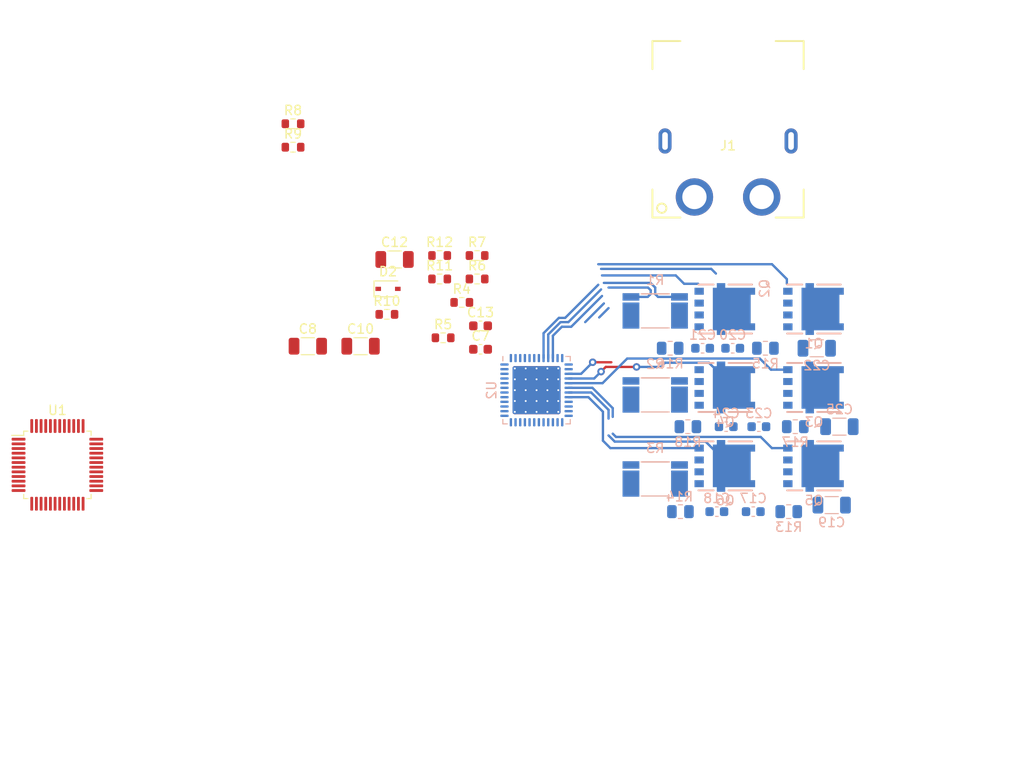
<source format=kicad_pcb>
(kicad_pcb (version 20171130) (host pcbnew "(5.1.7)-1")

  (general
    (thickness 1.6)
    (drawings 0)
    (tracks 70)
    (zones 0)
    (modules 42)
    (nets 108)
  )

  (page A4)
  (layers
    (0 F.Cu signal)
    (1 In1.Cu mixed)
    (2 In2.Cu mixed)
    (31 B.Cu signal)
    (32 B.Adhes user)
    (33 F.Adhes user)
    (34 B.Paste user)
    (35 F.Paste user)
    (36 B.SilkS user)
    (37 F.SilkS user)
    (38 B.Mask user)
    (39 F.Mask user)
    (40 Dwgs.User user)
    (41 Cmts.User user)
    (42 Eco1.User user)
    (43 Eco2.User user)
    (44 Edge.Cuts user)
    (45 Margin user)
    (46 B.CrtYd user)
    (47 F.CrtYd user)
    (48 B.Fab user)
    (49 F.Fab user)
  )

  (setup
    (last_trace_width 0.25)
    (trace_clearance 0.2)
    (zone_clearance 0.508)
    (zone_45_only no)
    (trace_min 0.2)
    (via_size 0.8)
    (via_drill 0.4)
    (via_min_size 0.4)
    (via_min_drill 0.3)
    (uvia_size 0.3)
    (uvia_drill 0.1)
    (uvias_allowed no)
    (uvia_min_size 0.2)
    (uvia_min_drill 0.1)
    (edge_width 0.05)
    (segment_width 0.2)
    (pcb_text_width 0.3)
    (pcb_text_size 1.5 1.5)
    (mod_edge_width 0.12)
    (mod_text_size 1 1)
    (mod_text_width 0.15)
    (pad_size 1.524 1.524)
    (pad_drill 0.762)
    (pad_to_mask_clearance 0)
    (aux_axis_origin 0 0)
    (visible_elements 7FFFFFFF)
    (pcbplotparams
      (layerselection 0x010fc_ffffffff)
      (usegerberextensions false)
      (usegerberattributes true)
      (usegerberadvancedattributes true)
      (creategerberjobfile true)
      (excludeedgelayer true)
      (linewidth 0.100000)
      (plotframeref false)
      (viasonmask false)
      (mode 1)
      (useauxorigin false)
      (hpglpennumber 1)
      (hpglpenspeed 20)
      (hpglpendiameter 15.000000)
      (psnegative false)
      (psa4output false)
      (plotreference true)
      (plotvalue true)
      (plotinvisibletext false)
      (padsonsilk false)
      (subtractmaskfromsilk false)
      (outputformat 1)
      (mirror false)
      (drillshape 1)
      (scaleselection 1)
      (outputdirectory ""))
  )

  (net 0 "")
  (net 1 "Net-(Q2-Pad1)")
  (net 2 "Net-(Q6-Pad1)")
  (net 3 "Net-(U1-Pad48)")
  (net 4 "Net-(U1-Pad47)")
  (net 5 "Net-(U1-Pad46)")
  (net 6 "Net-(U1-Pad45)")
  (net 7 "Net-(U1-Pad44)")
  (net 8 "Net-(U1-Pad43)")
  (net 9 "Net-(U1-Pad42)")
  (net 10 "Net-(U1-Pad41)")
  (net 11 "Net-(U1-Pad40)")
  (net 12 "Net-(U1-Pad39)")
  (net 13 "Net-(U1-Pad38)")
  (net 14 "Net-(U1-Pad37)")
  (net 15 "Net-(U1-Pad36)")
  (net 16 "Net-(U1-Pad35)")
  (net 17 "Net-(U1-Pad34)")
  (net 18 "Net-(U1-Pad33)")
  (net 19 "Net-(U1-Pad32)")
  (net 20 "Net-(U1-Pad31)")
  (net 21 "Net-(U1-Pad30)")
  (net 22 "Net-(U1-Pad29)")
  (net 23 "Net-(U1-Pad28)")
  (net 24 "Net-(U1-Pad27)")
  (net 25 "Net-(U1-Pad26)")
  (net 26 "Net-(U1-Pad25)")
  (net 27 "Net-(U1-Pad24)")
  (net 28 "Net-(U1-Pad23)")
  (net 29 "Net-(U1-Pad22)")
  (net 30 "Net-(U1-Pad21)")
  (net 31 "Net-(U1-Pad20)")
  (net 32 "Net-(U1-Pad19)")
  (net 33 "Net-(U1-Pad18)")
  (net 34 "Net-(U1-Pad17)")
  (net 35 "Net-(U1-Pad16)")
  (net 36 "Net-(U1-Pad15)")
  (net 37 "Net-(U1-Pad14)")
  (net 38 "Net-(U1-Pad13)")
  (net 39 "Net-(U1-Pad12)")
  (net 40 "Net-(U1-Pad11)")
  (net 41 "Net-(U1-Pad10)")
  (net 42 "Net-(U1-Pad9)")
  (net 43 "Net-(U1-Pad8)")
  (net 44 "Net-(U1-Pad7)")
  (net 45 "Net-(U1-Pad6)")
  (net 46 "Net-(U1-Pad5)")
  (net 47 "Net-(U1-Pad4)")
  (net 48 "Net-(U1-Pad3)")
  (net 49 "Net-(U1-Pad2)")
  (net 50 "Net-(U1-Pad1)")
  (net 51 GND)
  (net 52 "Net-(C10-Pad1)")
  (net 53 "Net-(C8-Pad1)")
  (net 54 "Net-(C12-Pad2)")
  (net 55 "Net-(C13-Pad2)")
  (net 56 "Net-(C13-Pad1)")
  (net 57 VDC)
  (net 58 GH_A)
  (net 59 SH_A)
  (net 60 GL_A)
  (net 61 GH_B)
  (net 62 SH_B)
  (net 63 GL_B)
  (net 64 "Net-(Q4-Pad1)")
  (net 65 GH_C)
  (net 66 SH_C)
  (net 67 GL_C)
  (net 68 FAULT)
  (net 69 +3V3)
  (net 70 "Net-(R5-Pad2)")
  (net 71 "Net-(R6-Pad2)")
  (net 72 +5V)
  (net 73 DC_FB)
  (net 74 IC)
  (net 75 "Net-(R10-Pad1)")
  (net 76 IB)
  (net 77 "Net-(R11-Pad1)")
  (net 78 IA)
  (net 79 "Net-(R12-Pad1)")
  (net 80 "Net-(C14-Pad2)")
  (net 81 "Net-(C14-Pad1)")
  (net 82 INL_C)
  (net 83 INH_C)
  (net 84 INL_B)
  (net 85 INH_B)
  (net 86 INL_A)
  (net 87 INH_A)
  (net 88 CAL)
  (net 89 EN_GATE)
  (net 90 SCS)
  (net 91 SCLK)
  (net 92 SDI)
  (net 93 SDO)
  (net 94 "Net-(C9-Pad1)")
  (net 95 SN_C)
  (net 96 SP_C)
  (net 97 SP_B)
  (net 98 SN_B)
  (net 99 SN_A)
  (net 100 SP_A)
  (net 101 "Net-(NT1-Pad1)")
  (net 102 "Net-(C17-Pad1)")
  (net 103 "Net-(C18-Pad2)")
  (net 104 "Net-(C20-Pad1)")
  (net 105 "Net-(C21-Pad2)")
  (net 106 "Net-(C23-Pad1)")
  (net 107 "Net-(C24-Pad2)")

  (net_class Default "This is the default net class."
    (clearance 0.2)
    (trace_width 0.25)
    (via_dia 0.8)
    (via_drill 0.4)
    (uvia_dia 0.3)
    (uvia_drill 0.1)
    (add_net +3V3)
    (add_net +5V)
    (add_net CAL)
    (add_net DC_FB)
    (add_net EN_GATE)
    (add_net FAULT)
    (add_net GH_A)
    (add_net GH_B)
    (add_net GH_C)
    (add_net GL_A)
    (add_net GL_B)
    (add_net GL_C)
    (add_net GND)
    (add_net IA)
    (add_net IB)
    (add_net IC)
    (add_net INH_A)
    (add_net INH_B)
    (add_net INH_C)
    (add_net INL_A)
    (add_net INL_B)
    (add_net INL_C)
    (add_net "Net-(C10-Pad1)")
    (add_net "Net-(C12-Pad2)")
    (add_net "Net-(C13-Pad1)")
    (add_net "Net-(C13-Pad2)")
    (add_net "Net-(C14-Pad1)")
    (add_net "Net-(C14-Pad2)")
    (add_net "Net-(C17-Pad1)")
    (add_net "Net-(C18-Pad2)")
    (add_net "Net-(C20-Pad1)")
    (add_net "Net-(C21-Pad2)")
    (add_net "Net-(C23-Pad1)")
    (add_net "Net-(C24-Pad2)")
    (add_net "Net-(C8-Pad1)")
    (add_net "Net-(C9-Pad1)")
    (add_net "Net-(NT1-Pad1)")
    (add_net "Net-(Q2-Pad1)")
    (add_net "Net-(Q4-Pad1)")
    (add_net "Net-(Q6-Pad1)")
    (add_net "Net-(R10-Pad1)")
    (add_net "Net-(R11-Pad1)")
    (add_net "Net-(R12-Pad1)")
    (add_net "Net-(R5-Pad2)")
    (add_net "Net-(R6-Pad2)")
    (add_net "Net-(U1-Pad1)")
    (add_net "Net-(U1-Pad10)")
    (add_net "Net-(U1-Pad11)")
    (add_net "Net-(U1-Pad12)")
    (add_net "Net-(U1-Pad13)")
    (add_net "Net-(U1-Pad14)")
    (add_net "Net-(U1-Pad15)")
    (add_net "Net-(U1-Pad16)")
    (add_net "Net-(U1-Pad17)")
    (add_net "Net-(U1-Pad18)")
    (add_net "Net-(U1-Pad19)")
    (add_net "Net-(U1-Pad2)")
    (add_net "Net-(U1-Pad20)")
    (add_net "Net-(U1-Pad21)")
    (add_net "Net-(U1-Pad22)")
    (add_net "Net-(U1-Pad23)")
    (add_net "Net-(U1-Pad24)")
    (add_net "Net-(U1-Pad25)")
    (add_net "Net-(U1-Pad26)")
    (add_net "Net-(U1-Pad27)")
    (add_net "Net-(U1-Pad28)")
    (add_net "Net-(U1-Pad29)")
    (add_net "Net-(U1-Pad3)")
    (add_net "Net-(U1-Pad30)")
    (add_net "Net-(U1-Pad31)")
    (add_net "Net-(U1-Pad32)")
    (add_net "Net-(U1-Pad33)")
    (add_net "Net-(U1-Pad34)")
    (add_net "Net-(U1-Pad35)")
    (add_net "Net-(U1-Pad36)")
    (add_net "Net-(U1-Pad37)")
    (add_net "Net-(U1-Pad38)")
    (add_net "Net-(U1-Pad39)")
    (add_net "Net-(U1-Pad4)")
    (add_net "Net-(U1-Pad40)")
    (add_net "Net-(U1-Pad41)")
    (add_net "Net-(U1-Pad42)")
    (add_net "Net-(U1-Pad43)")
    (add_net "Net-(U1-Pad44)")
    (add_net "Net-(U1-Pad45)")
    (add_net "Net-(U1-Pad46)")
    (add_net "Net-(U1-Pad47)")
    (add_net "Net-(U1-Pad48)")
    (add_net "Net-(U1-Pad5)")
    (add_net "Net-(U1-Pad6)")
    (add_net "Net-(U1-Pad7)")
    (add_net "Net-(U1-Pad8)")
    (add_net "Net-(U1-Pad9)")
    (add_net SCLK)
    (add_net SCS)
    (add_net SDI)
    (add_net SDO)
    (add_net SH_A)
    (add_net SH_B)
    (add_net SH_C)
    (add_net SN_A)
    (add_net SN_B)
    (add_net SN_C)
    (add_net SP_A)
    (add_net SP_B)
    (add_net SP_C)
    (add_net VDC)
  )

  (module Capacitor_SMD:C_1206_3216Metric (layer B.Cu) (tedit 5F68FEEE) (tstamp 5FEB939D)
    (at 181.225 91 180)
    (descr "Capacitor SMD 1206 (3216 Metric), square (rectangular) end terminal, IPC_7351 nominal, (Body size source: IPC-SM-782 page 76, https://www.pcb-3d.com/wordpress/wp-content/uploads/ipc-sm-782a_amendment_1_and_2.pdf), generated with kicad-footprint-generator")
    (tags capacitor)
    (path /600C45B1/6022FAC0)
    (attr smd)
    (fp_text reference C25 (at 0 1.85) (layer B.SilkS)
      (effects (font (size 1 1) (thickness 0.15)) (justify mirror))
    )
    (fp_text value TBD (at 0 -1.85) (layer B.Fab)
      (effects (font (size 1 1) (thickness 0.15)) (justify mirror))
    )
    (fp_text user %R (at 0 0) (layer B.Fab)
      (effects (font (size 0.8 0.8) (thickness 0.12)) (justify mirror))
    )
    (fp_line (start -1.6 -0.8) (end -1.6 0.8) (layer B.Fab) (width 0.1))
    (fp_line (start -1.6 0.8) (end 1.6 0.8) (layer B.Fab) (width 0.1))
    (fp_line (start 1.6 0.8) (end 1.6 -0.8) (layer B.Fab) (width 0.1))
    (fp_line (start 1.6 -0.8) (end -1.6 -0.8) (layer B.Fab) (width 0.1))
    (fp_line (start -0.711252 0.91) (end 0.711252 0.91) (layer B.SilkS) (width 0.12))
    (fp_line (start -0.711252 -0.91) (end 0.711252 -0.91) (layer B.SilkS) (width 0.12))
    (fp_line (start -2.3 -1.15) (end -2.3 1.15) (layer B.CrtYd) (width 0.05))
    (fp_line (start -2.3 1.15) (end 2.3 1.15) (layer B.CrtYd) (width 0.05))
    (fp_line (start 2.3 1.15) (end 2.3 -1.15) (layer B.CrtYd) (width 0.05))
    (fp_line (start 2.3 -1.15) (end -2.3 -1.15) (layer B.CrtYd) (width 0.05))
    (pad 2 smd roundrect (at 1.475 0 180) (size 1.15 1.8) (layers B.Cu B.Paste B.Mask) (roundrect_rratio 0.217391)
      (net 51 GND))
    (pad 1 smd roundrect (at -1.475 0 180) (size 1.15 1.8) (layers B.Cu B.Paste B.Mask) (roundrect_rratio 0.217391)
      (net 57 VDC))
    (model ${KISYS3DMOD}/Capacitor_SMD.3dshapes/C_1206_3216Metric.wrl
      (at (xyz 0 0 0))
      (scale (xyz 1 1 1))
      (rotate (xyz 0 0 0))
    )
  )

  (module Resistor_SMD:R_0805_2012Metric (layer B.Cu) (tedit 5F68FEEE) (tstamp 5FEB9771)
    (at 165 91)
    (descr "Resistor SMD 0805 (2012 Metric), square (rectangular) end terminal, IPC_7351 nominal, (Body size source: IPC-SM-782 page 72, https://www.pcb-3d.com/wordpress/wp-content/uploads/ipc-sm-782a_amendment_1_and_2.pdf), generated with kicad-footprint-generator")
    (tags resistor)
    (path /600C45B1/6022FAE1)
    (attr smd)
    (fp_text reference R18 (at 0 1.65) (layer B.SilkS)
      (effects (font (size 1 1) (thickness 0.15)) (justify mirror))
    )
    (fp_text value 10 (at 0 -1.65) (layer B.Fab)
      (effects (font (size 1 1) (thickness 0.15)) (justify mirror))
    )
    (fp_text user %R (at 0 0) (layer B.Fab)
      (effects (font (size 0.5 0.5) (thickness 0.08)) (justify mirror))
    )
    (fp_line (start -1 -0.625) (end -1 0.625) (layer B.Fab) (width 0.1))
    (fp_line (start -1 0.625) (end 1 0.625) (layer B.Fab) (width 0.1))
    (fp_line (start 1 0.625) (end 1 -0.625) (layer B.Fab) (width 0.1))
    (fp_line (start 1 -0.625) (end -1 -0.625) (layer B.Fab) (width 0.1))
    (fp_line (start -0.227064 0.735) (end 0.227064 0.735) (layer B.SilkS) (width 0.12))
    (fp_line (start -0.227064 -0.735) (end 0.227064 -0.735) (layer B.SilkS) (width 0.12))
    (fp_line (start -1.68 -0.95) (end -1.68 0.95) (layer B.CrtYd) (width 0.05))
    (fp_line (start -1.68 0.95) (end 1.68 0.95) (layer B.CrtYd) (width 0.05))
    (fp_line (start 1.68 0.95) (end 1.68 -0.95) (layer B.CrtYd) (width 0.05))
    (fp_line (start 1.68 -0.95) (end -1.68 -0.95) (layer B.CrtYd) (width 0.05))
    (pad 2 smd roundrect (at 0.9125 0) (size 1.025 1.4) (layers B.Cu B.Paste B.Mask) (roundrect_rratio 0.243902)
      (net 107 "Net-(C24-Pad2)"))
    (pad 1 smd roundrect (at -0.9125 0) (size 1.025 1.4) (layers B.Cu B.Paste B.Mask) (roundrect_rratio 0.243902)
      (net 64 "Net-(Q4-Pad1)"))
    (model ${KISYS3DMOD}/Resistor_SMD.3dshapes/R_0805_2012Metric.wrl
      (at (xyz 0 0 0))
      (scale (xyz 1 1 1))
      (rotate (xyz 0 0 0))
    )
  )

  (module Resistor_SMD:R_0805_2012Metric (layer B.Cu) (tedit 5F68FEEE) (tstamp 5FEB9760)
    (at 176.5 91)
    (descr "Resistor SMD 0805 (2012 Metric), square (rectangular) end terminal, IPC_7351 nominal, (Body size source: IPC-SM-782 page 72, https://www.pcb-3d.com/wordpress/wp-content/uploads/ipc-sm-782a_amendment_1_and_2.pdf), generated with kicad-footprint-generator")
    (tags resistor)
    (path /600C45B1/6022FAD5)
    (attr smd)
    (fp_text reference R17 (at 0 1.65) (layer B.SilkS)
      (effects (font (size 1 1) (thickness 0.15)) (justify mirror))
    )
    (fp_text value 10 (at 0 -1.65) (layer B.Fab)
      (effects (font (size 1 1) (thickness 0.15)) (justify mirror))
    )
    (fp_text user %R (at 0 0) (layer B.Fab)
      (effects (font (size 0.5 0.5) (thickness 0.08)) (justify mirror))
    )
    (fp_line (start -1 -0.625) (end -1 0.625) (layer B.Fab) (width 0.1))
    (fp_line (start -1 0.625) (end 1 0.625) (layer B.Fab) (width 0.1))
    (fp_line (start 1 0.625) (end 1 -0.625) (layer B.Fab) (width 0.1))
    (fp_line (start 1 -0.625) (end -1 -0.625) (layer B.Fab) (width 0.1))
    (fp_line (start -0.227064 0.735) (end 0.227064 0.735) (layer B.SilkS) (width 0.12))
    (fp_line (start -0.227064 -0.735) (end 0.227064 -0.735) (layer B.SilkS) (width 0.12))
    (fp_line (start -1.68 -0.95) (end -1.68 0.95) (layer B.CrtYd) (width 0.05))
    (fp_line (start -1.68 0.95) (end 1.68 0.95) (layer B.CrtYd) (width 0.05))
    (fp_line (start 1.68 0.95) (end 1.68 -0.95) (layer B.CrtYd) (width 0.05))
    (fp_line (start 1.68 -0.95) (end -1.68 -0.95) (layer B.CrtYd) (width 0.05))
    (pad 2 smd roundrect (at 0.9125 0) (size 1.025 1.4) (layers B.Cu B.Paste B.Mask) (roundrect_rratio 0.243902)
      (net 57 VDC))
    (pad 1 smd roundrect (at -0.9125 0) (size 1.025 1.4) (layers B.Cu B.Paste B.Mask) (roundrect_rratio 0.243902)
      (net 106 "Net-(C23-Pad1)"))
    (model ${KISYS3DMOD}/Resistor_SMD.3dshapes/R_0805_2012Metric.wrl
      (at (xyz 0 0 0))
      (scale (xyz 1 1 1))
      (rotate (xyz 0 0 0))
    )
  )

  (module Resistor_SMD:R_0805_2012Metric (layer B.Cu) (tedit 5F68FEEE) (tstamp 5FEB974F)
    (at 163.1 82.6)
    (descr "Resistor SMD 0805 (2012 Metric), square (rectangular) end terminal, IPC_7351 nominal, (Body size source: IPC-SM-782 page 72, https://www.pcb-3d.com/wordpress/wp-content/uploads/ipc-sm-782a_amendment_1_and_2.pdf), generated with kicad-footprint-generator")
    (tags resistor)
    (path /600C45B1/6026A031)
    (attr smd)
    (fp_text reference R16 (at 0 1.65) (layer B.SilkS)
      (effects (font (size 1 1) (thickness 0.15)) (justify mirror))
    )
    (fp_text value 10 (at 0 -1.65) (layer B.Fab)
      (effects (font (size 1 1) (thickness 0.15)) (justify mirror))
    )
    (fp_text user %R (at 0 0) (layer B.Fab)
      (effects (font (size 0.5 0.5) (thickness 0.08)) (justify mirror))
    )
    (fp_line (start -1 -0.625) (end -1 0.625) (layer B.Fab) (width 0.1))
    (fp_line (start -1 0.625) (end 1 0.625) (layer B.Fab) (width 0.1))
    (fp_line (start 1 0.625) (end 1 -0.625) (layer B.Fab) (width 0.1))
    (fp_line (start 1 -0.625) (end -1 -0.625) (layer B.Fab) (width 0.1))
    (fp_line (start -0.227064 0.735) (end 0.227064 0.735) (layer B.SilkS) (width 0.12))
    (fp_line (start -0.227064 -0.735) (end 0.227064 -0.735) (layer B.SilkS) (width 0.12))
    (fp_line (start -1.68 -0.95) (end -1.68 0.95) (layer B.CrtYd) (width 0.05))
    (fp_line (start -1.68 0.95) (end 1.68 0.95) (layer B.CrtYd) (width 0.05))
    (fp_line (start 1.68 0.95) (end 1.68 -0.95) (layer B.CrtYd) (width 0.05))
    (fp_line (start 1.68 -0.95) (end -1.68 -0.95) (layer B.CrtYd) (width 0.05))
    (pad 2 smd roundrect (at 0.9125 0) (size 1.025 1.4) (layers B.Cu B.Paste B.Mask) (roundrect_rratio 0.243902)
      (net 105 "Net-(C21-Pad2)"))
    (pad 1 smd roundrect (at -0.9125 0) (size 1.025 1.4) (layers B.Cu B.Paste B.Mask) (roundrect_rratio 0.243902)
      (net 1 "Net-(Q2-Pad1)"))
    (model ${KISYS3DMOD}/Resistor_SMD.3dshapes/R_0805_2012Metric.wrl
      (at (xyz 0 0 0))
      (scale (xyz 1 1 1))
      (rotate (xyz 0 0 0))
    )
  )

  (module Resistor_SMD:R_0805_2012Metric (layer B.Cu) (tedit 5F68FEEE) (tstamp 5FEB973E)
    (at 173.3 82.6)
    (descr "Resistor SMD 0805 (2012 Metric), square (rectangular) end terminal, IPC_7351 nominal, (Body size source: IPC-SM-782 page 72, https://www.pcb-3d.com/wordpress/wp-content/uploads/ipc-sm-782a_amendment_1_and_2.pdf), generated with kicad-footprint-generator")
    (tags resistor)
    (path /600C45B1/6026A025)
    (attr smd)
    (fp_text reference R15 (at 0 1.65) (layer B.SilkS)
      (effects (font (size 1 1) (thickness 0.15)) (justify mirror))
    )
    (fp_text value 10 (at 0 -1.65) (layer B.Fab)
      (effects (font (size 1 1) (thickness 0.15)) (justify mirror))
    )
    (fp_text user %R (at 0 0) (layer B.Fab)
      (effects (font (size 0.5 0.5) (thickness 0.08)) (justify mirror))
    )
    (fp_line (start -1 -0.625) (end -1 0.625) (layer B.Fab) (width 0.1))
    (fp_line (start -1 0.625) (end 1 0.625) (layer B.Fab) (width 0.1))
    (fp_line (start 1 0.625) (end 1 -0.625) (layer B.Fab) (width 0.1))
    (fp_line (start 1 -0.625) (end -1 -0.625) (layer B.Fab) (width 0.1))
    (fp_line (start -0.227064 0.735) (end 0.227064 0.735) (layer B.SilkS) (width 0.12))
    (fp_line (start -0.227064 -0.735) (end 0.227064 -0.735) (layer B.SilkS) (width 0.12))
    (fp_line (start -1.68 -0.95) (end -1.68 0.95) (layer B.CrtYd) (width 0.05))
    (fp_line (start -1.68 0.95) (end 1.68 0.95) (layer B.CrtYd) (width 0.05))
    (fp_line (start 1.68 0.95) (end 1.68 -0.95) (layer B.CrtYd) (width 0.05))
    (fp_line (start 1.68 -0.95) (end -1.68 -0.95) (layer B.CrtYd) (width 0.05))
    (pad 2 smd roundrect (at 0.9125 0) (size 1.025 1.4) (layers B.Cu B.Paste B.Mask) (roundrect_rratio 0.243902)
      (net 57 VDC))
    (pad 1 smd roundrect (at -0.9125 0) (size 1.025 1.4) (layers B.Cu B.Paste B.Mask) (roundrect_rratio 0.243902)
      (net 104 "Net-(C20-Pad1)"))
    (model ${KISYS3DMOD}/Resistor_SMD.3dshapes/R_0805_2012Metric.wrl
      (at (xyz 0 0 0))
      (scale (xyz 1 1 1))
      (rotate (xyz 0 0 0))
    )
  )

  (module Capacitor_SMD:C_0603_1608Metric (layer B.Cu) (tedit 5F68FEEE) (tstamp 5FEB938C)
    (at 169.1 91 180)
    (descr "Capacitor SMD 0603 (1608 Metric), square (rectangular) end terminal, IPC_7351 nominal, (Body size source: IPC-SM-782 page 76, https://www.pcb-3d.com/wordpress/wp-content/uploads/ipc-sm-782a_amendment_1_and_2.pdf), generated with kicad-footprint-generator")
    (tags capacitor)
    (path /600C45B1/6022FACF)
    (attr smd)
    (fp_text reference C24 (at 0 1.43) (layer B.SilkS)
      (effects (font (size 1 1) (thickness 0.15)) (justify mirror))
    )
    (fp_text value 4n7 (at 0 -1.43) (layer B.Fab)
      (effects (font (size 1 1) (thickness 0.15)) (justify mirror))
    )
    (fp_text user %R (at 0 0) (layer B.Fab)
      (effects (font (size 0.4 0.4) (thickness 0.06)) (justify mirror))
    )
    (fp_line (start -0.8 -0.4) (end -0.8 0.4) (layer B.Fab) (width 0.1))
    (fp_line (start -0.8 0.4) (end 0.8 0.4) (layer B.Fab) (width 0.1))
    (fp_line (start 0.8 0.4) (end 0.8 -0.4) (layer B.Fab) (width 0.1))
    (fp_line (start 0.8 -0.4) (end -0.8 -0.4) (layer B.Fab) (width 0.1))
    (fp_line (start -0.14058 0.51) (end 0.14058 0.51) (layer B.SilkS) (width 0.12))
    (fp_line (start -0.14058 -0.51) (end 0.14058 -0.51) (layer B.SilkS) (width 0.12))
    (fp_line (start -1.48 -0.73) (end -1.48 0.73) (layer B.CrtYd) (width 0.05))
    (fp_line (start -1.48 0.73) (end 1.48 0.73) (layer B.CrtYd) (width 0.05))
    (fp_line (start 1.48 0.73) (end 1.48 -0.73) (layer B.CrtYd) (width 0.05))
    (fp_line (start 1.48 -0.73) (end -1.48 -0.73) (layer B.CrtYd) (width 0.05))
    (pad 2 smd roundrect (at 0.775 0 180) (size 0.9 0.95) (layers B.Cu B.Paste B.Mask) (roundrect_rratio 0.25)
      (net 107 "Net-(C24-Pad2)"))
    (pad 1 smd roundrect (at -0.775 0 180) (size 0.9 0.95) (layers B.Cu B.Paste B.Mask) (roundrect_rratio 0.25)
      (net 62 SH_B))
    (model ${KISYS3DMOD}/Capacitor_SMD.3dshapes/C_0603_1608Metric.wrl
      (at (xyz 0 0 0))
      (scale (xyz 1 1 1))
      (rotate (xyz 0 0 0))
    )
  )

  (module Capacitor_SMD:C_0603_1608Metric (layer B.Cu) (tedit 5F68FEEE) (tstamp 5FEB937B)
    (at 172.6 91 180)
    (descr "Capacitor SMD 0603 (1608 Metric), square (rectangular) end terminal, IPC_7351 nominal, (Body size source: IPC-SM-782 page 76, https://www.pcb-3d.com/wordpress/wp-content/uploads/ipc-sm-782a_amendment_1_and_2.pdf), generated with kicad-footprint-generator")
    (tags capacitor)
    (path /600C45B1/6022FAC6)
    (attr smd)
    (fp_text reference C23 (at 0 1.43) (layer B.SilkS)
      (effects (font (size 1 1) (thickness 0.15)) (justify mirror))
    )
    (fp_text value 4n7 (at 0 -1.43) (layer B.Fab)
      (effects (font (size 1 1) (thickness 0.15)) (justify mirror))
    )
    (fp_text user %R (at 0 0) (layer B.Fab)
      (effects (font (size 0.4 0.4) (thickness 0.06)) (justify mirror))
    )
    (fp_line (start -0.8 -0.4) (end -0.8 0.4) (layer B.Fab) (width 0.1))
    (fp_line (start -0.8 0.4) (end 0.8 0.4) (layer B.Fab) (width 0.1))
    (fp_line (start 0.8 0.4) (end 0.8 -0.4) (layer B.Fab) (width 0.1))
    (fp_line (start 0.8 -0.4) (end -0.8 -0.4) (layer B.Fab) (width 0.1))
    (fp_line (start -0.14058 0.51) (end 0.14058 0.51) (layer B.SilkS) (width 0.12))
    (fp_line (start -0.14058 -0.51) (end 0.14058 -0.51) (layer B.SilkS) (width 0.12))
    (fp_line (start -1.48 -0.73) (end -1.48 0.73) (layer B.CrtYd) (width 0.05))
    (fp_line (start -1.48 0.73) (end 1.48 0.73) (layer B.CrtYd) (width 0.05))
    (fp_line (start 1.48 0.73) (end 1.48 -0.73) (layer B.CrtYd) (width 0.05))
    (fp_line (start 1.48 -0.73) (end -1.48 -0.73) (layer B.CrtYd) (width 0.05))
    (pad 2 smd roundrect (at 0.775 0 180) (size 0.9 0.95) (layers B.Cu B.Paste B.Mask) (roundrect_rratio 0.25)
      (net 62 SH_B))
    (pad 1 smd roundrect (at -0.775 0 180) (size 0.9 0.95) (layers B.Cu B.Paste B.Mask) (roundrect_rratio 0.25)
      (net 106 "Net-(C23-Pad1)"))
    (model ${KISYS3DMOD}/Capacitor_SMD.3dshapes/C_0603_1608Metric.wrl
      (at (xyz 0 0 0))
      (scale (xyz 1 1 1))
      (rotate (xyz 0 0 0))
    )
  )

  (module Capacitor_SMD:C_1206_3216Metric (layer B.Cu) (tedit 5F68FEEE) (tstamp 5FEBDF6F)
    (at 178.8 82.6)
    (descr "Capacitor SMD 1206 (3216 Metric), square (rectangular) end terminal, IPC_7351 nominal, (Body size source: IPC-SM-782 page 76, https://www.pcb-3d.com/wordpress/wp-content/uploads/ipc-sm-782a_amendment_1_and_2.pdf), generated with kicad-footprint-generator")
    (tags capacitor)
    (path /600C45B1/6026A010)
    (attr smd)
    (fp_text reference C22 (at 0 1.85) (layer B.SilkS)
      (effects (font (size 1 1) (thickness 0.15)) (justify mirror))
    )
    (fp_text value TBD (at 0 -1.85) (layer B.Fab)
      (effects (font (size 1 1) (thickness 0.15)) (justify mirror))
    )
    (fp_text user %R (at 0 0) (layer B.Fab)
      (effects (font (size 0.8 0.8) (thickness 0.12)) (justify mirror))
    )
    (fp_line (start -1.6 -0.8) (end -1.6 0.8) (layer B.Fab) (width 0.1))
    (fp_line (start -1.6 0.8) (end 1.6 0.8) (layer B.Fab) (width 0.1))
    (fp_line (start 1.6 0.8) (end 1.6 -0.8) (layer B.Fab) (width 0.1))
    (fp_line (start 1.6 -0.8) (end -1.6 -0.8) (layer B.Fab) (width 0.1))
    (fp_line (start -0.711252 0.91) (end 0.711252 0.91) (layer B.SilkS) (width 0.12))
    (fp_line (start -0.711252 -0.91) (end 0.711252 -0.91) (layer B.SilkS) (width 0.12))
    (fp_line (start -2.3 -1.15) (end -2.3 1.15) (layer B.CrtYd) (width 0.05))
    (fp_line (start -2.3 1.15) (end 2.3 1.15) (layer B.CrtYd) (width 0.05))
    (fp_line (start 2.3 1.15) (end 2.3 -1.15) (layer B.CrtYd) (width 0.05))
    (fp_line (start 2.3 -1.15) (end -2.3 -1.15) (layer B.CrtYd) (width 0.05))
    (pad 2 smd roundrect (at 1.475 0) (size 1.15 1.8) (layers B.Cu B.Paste B.Mask) (roundrect_rratio 0.217391)
      (net 51 GND))
    (pad 1 smd roundrect (at -1.475 0) (size 1.15 1.8) (layers B.Cu B.Paste B.Mask) (roundrect_rratio 0.217391)
      (net 57 VDC))
    (model ${KISYS3DMOD}/Capacitor_SMD.3dshapes/C_1206_3216Metric.wrl
      (at (xyz 0 0 0))
      (scale (xyz 1 1 1))
      (rotate (xyz 0 0 0))
    )
  )

  (module Capacitor_SMD:C_0603_1608Metric (layer B.Cu) (tedit 5F68FEEE) (tstamp 5FEB9359)
    (at 166.575 82.6 180)
    (descr "Capacitor SMD 0603 (1608 Metric), square (rectangular) end terminal, IPC_7351 nominal, (Body size source: IPC-SM-782 page 76, https://www.pcb-3d.com/wordpress/wp-content/uploads/ipc-sm-782a_amendment_1_and_2.pdf), generated with kicad-footprint-generator")
    (tags capacitor)
    (path /600C45B1/6026A01F)
    (attr smd)
    (fp_text reference C21 (at 0 1.43) (layer B.SilkS)
      (effects (font (size 1 1) (thickness 0.15)) (justify mirror))
    )
    (fp_text value 4n7 (at 0 -1.43) (layer B.Fab)
      (effects (font (size 1 1) (thickness 0.15)) (justify mirror))
    )
    (fp_text user %R (at 0 0) (layer B.Fab)
      (effects (font (size 0.4 0.4) (thickness 0.06)) (justify mirror))
    )
    (fp_line (start -0.8 -0.4) (end -0.8 0.4) (layer B.Fab) (width 0.1))
    (fp_line (start -0.8 0.4) (end 0.8 0.4) (layer B.Fab) (width 0.1))
    (fp_line (start 0.8 0.4) (end 0.8 -0.4) (layer B.Fab) (width 0.1))
    (fp_line (start 0.8 -0.4) (end -0.8 -0.4) (layer B.Fab) (width 0.1))
    (fp_line (start -0.14058 0.51) (end 0.14058 0.51) (layer B.SilkS) (width 0.12))
    (fp_line (start -0.14058 -0.51) (end 0.14058 -0.51) (layer B.SilkS) (width 0.12))
    (fp_line (start -1.48 -0.73) (end -1.48 0.73) (layer B.CrtYd) (width 0.05))
    (fp_line (start -1.48 0.73) (end 1.48 0.73) (layer B.CrtYd) (width 0.05))
    (fp_line (start 1.48 0.73) (end 1.48 -0.73) (layer B.CrtYd) (width 0.05))
    (fp_line (start 1.48 -0.73) (end -1.48 -0.73) (layer B.CrtYd) (width 0.05))
    (pad 2 smd roundrect (at 0.775 0 180) (size 0.9 0.95) (layers B.Cu B.Paste B.Mask) (roundrect_rratio 0.25)
      (net 105 "Net-(C21-Pad2)"))
    (pad 1 smd roundrect (at -0.775 0 180) (size 0.9 0.95) (layers B.Cu B.Paste B.Mask) (roundrect_rratio 0.25)
      (net 59 SH_A))
    (model ${KISYS3DMOD}/Capacitor_SMD.3dshapes/C_0603_1608Metric.wrl
      (at (xyz 0 0 0))
      (scale (xyz 1 1 1))
      (rotate (xyz 0 0 0))
    )
  )

  (module Capacitor_SMD:C_0603_1608Metric (layer B.Cu) (tedit 5F68FEEE) (tstamp 5FEB9348)
    (at 169.8 82.6 180)
    (descr "Capacitor SMD 0603 (1608 Metric), square (rectangular) end terminal, IPC_7351 nominal, (Body size source: IPC-SM-782 page 76, https://www.pcb-3d.com/wordpress/wp-content/uploads/ipc-sm-782a_amendment_1_and_2.pdf), generated with kicad-footprint-generator")
    (tags capacitor)
    (path /600C45B1/6026A016)
    (attr smd)
    (fp_text reference C20 (at 0 1.43) (layer B.SilkS)
      (effects (font (size 1 1) (thickness 0.15)) (justify mirror))
    )
    (fp_text value 4n7 (at 0 -1.43) (layer B.Fab)
      (effects (font (size 1 1) (thickness 0.15)) (justify mirror))
    )
    (fp_text user %R (at 0 0) (layer B.Fab)
      (effects (font (size 0.4 0.4) (thickness 0.06)) (justify mirror))
    )
    (fp_line (start -0.8 -0.4) (end -0.8 0.4) (layer B.Fab) (width 0.1))
    (fp_line (start -0.8 0.4) (end 0.8 0.4) (layer B.Fab) (width 0.1))
    (fp_line (start 0.8 0.4) (end 0.8 -0.4) (layer B.Fab) (width 0.1))
    (fp_line (start 0.8 -0.4) (end -0.8 -0.4) (layer B.Fab) (width 0.1))
    (fp_line (start -0.14058 0.51) (end 0.14058 0.51) (layer B.SilkS) (width 0.12))
    (fp_line (start -0.14058 -0.51) (end 0.14058 -0.51) (layer B.SilkS) (width 0.12))
    (fp_line (start -1.48 -0.73) (end -1.48 0.73) (layer B.CrtYd) (width 0.05))
    (fp_line (start -1.48 0.73) (end 1.48 0.73) (layer B.CrtYd) (width 0.05))
    (fp_line (start 1.48 0.73) (end 1.48 -0.73) (layer B.CrtYd) (width 0.05))
    (fp_line (start 1.48 -0.73) (end -1.48 -0.73) (layer B.CrtYd) (width 0.05))
    (pad 2 smd roundrect (at 0.775 0 180) (size 0.9 0.95) (layers B.Cu B.Paste B.Mask) (roundrect_rratio 0.25)
      (net 59 SH_A))
    (pad 1 smd roundrect (at -0.775 0 180) (size 0.9 0.95) (layers B.Cu B.Paste B.Mask) (roundrect_rratio 0.25)
      (net 104 "Net-(C20-Pad1)"))
    (model ${KISYS3DMOD}/Capacitor_SMD.3dshapes/C_0603_1608Metric.wrl
      (at (xyz 0 0 0))
      (scale (xyz 1 1 1))
      (rotate (xyz 0 0 0))
    )
  )

  (module Resistor_SMD:R_0805_2012Metric (layer B.Cu) (tedit 5F68FEEE) (tstamp 5FEB3024)
    (at 164.2 100.1)
    (descr "Resistor SMD 0805 (2012 Metric), square (rectangular) end terminal, IPC_7351 nominal, (Body size source: IPC-SM-782 page 72, https://www.pcb-3d.com/wordpress/wp-content/uploads/ipc-sm-782a_amendment_1_and_2.pdf), generated with kicad-footprint-generator")
    (tags resistor)
    (path /600C45B1/601B3F87)
    (attr smd)
    (fp_text reference R14 (at -0.1 -1.6) (layer B.SilkS)
      (effects (font (size 1 1) (thickness 0.15)) (justify mirror))
    )
    (fp_text value 10 (at 0 -1.65) (layer B.Fab)
      (effects (font (size 1 1) (thickness 0.15)) (justify mirror))
    )
    (fp_text user %R (at 0 0) (layer B.Fab)
      (effects (font (size 0.5 0.5) (thickness 0.08)) (justify mirror))
    )
    (fp_line (start -1 -0.625) (end -1 0.625) (layer B.Fab) (width 0.1))
    (fp_line (start -1 0.625) (end 1 0.625) (layer B.Fab) (width 0.1))
    (fp_line (start 1 0.625) (end 1 -0.625) (layer B.Fab) (width 0.1))
    (fp_line (start 1 -0.625) (end -1 -0.625) (layer B.Fab) (width 0.1))
    (fp_line (start -0.227064 0.735) (end 0.227064 0.735) (layer B.SilkS) (width 0.12))
    (fp_line (start -0.227064 -0.735) (end 0.227064 -0.735) (layer B.SilkS) (width 0.12))
    (fp_line (start -1.68 -0.95) (end -1.68 0.95) (layer B.CrtYd) (width 0.05))
    (fp_line (start -1.68 0.95) (end 1.68 0.95) (layer B.CrtYd) (width 0.05))
    (fp_line (start 1.68 0.95) (end 1.68 -0.95) (layer B.CrtYd) (width 0.05))
    (fp_line (start 1.68 -0.95) (end -1.68 -0.95) (layer B.CrtYd) (width 0.05))
    (pad 2 smd roundrect (at 0.9125 0) (size 1.025 1.4) (layers B.Cu B.Paste B.Mask) (roundrect_rratio 0.243902)
      (net 103 "Net-(C18-Pad2)"))
    (pad 1 smd roundrect (at -0.9125 0) (size 1.025 1.4) (layers B.Cu B.Paste B.Mask) (roundrect_rratio 0.243902)
      (net 2 "Net-(Q6-Pad1)"))
    (model ${KISYS3DMOD}/Resistor_SMD.3dshapes/R_0805_2012Metric.wrl
      (at (xyz 0 0 0))
      (scale (xyz 1 1 1))
      (rotate (xyz 0 0 0))
    )
  )

  (module Resistor_SMD:R_0805_2012Metric (layer B.Cu) (tedit 5F68FEEE) (tstamp 5FEB3013)
    (at 175.8 100.1)
    (descr "Resistor SMD 0805 (2012 Metric), square (rectangular) end terminal, IPC_7351 nominal, (Body size source: IPC-SM-782 page 72, https://www.pcb-3d.com/wordpress/wp-content/uploads/ipc-sm-782a_amendment_1_and_2.pdf), generated with kicad-footprint-generator")
    (tags resistor)
    (path /600C45B1/601AABB6)
    (attr smd)
    (fp_text reference R13 (at 0 1.65) (layer B.SilkS)
      (effects (font (size 1 1) (thickness 0.15)) (justify mirror))
    )
    (fp_text value 10 (at 0 -1.65) (layer B.Fab)
      (effects (font (size 1 1) (thickness 0.15)) (justify mirror))
    )
    (fp_text user %R (at 0 0) (layer B.Fab)
      (effects (font (size 0.5 0.5) (thickness 0.08)) (justify mirror))
    )
    (fp_line (start -1 -0.625) (end -1 0.625) (layer B.Fab) (width 0.1))
    (fp_line (start -1 0.625) (end 1 0.625) (layer B.Fab) (width 0.1))
    (fp_line (start 1 0.625) (end 1 -0.625) (layer B.Fab) (width 0.1))
    (fp_line (start 1 -0.625) (end -1 -0.625) (layer B.Fab) (width 0.1))
    (fp_line (start -0.227064 0.735) (end 0.227064 0.735) (layer B.SilkS) (width 0.12))
    (fp_line (start -0.227064 -0.735) (end 0.227064 -0.735) (layer B.SilkS) (width 0.12))
    (fp_line (start -1.68 -0.95) (end -1.68 0.95) (layer B.CrtYd) (width 0.05))
    (fp_line (start -1.68 0.95) (end 1.68 0.95) (layer B.CrtYd) (width 0.05))
    (fp_line (start 1.68 0.95) (end 1.68 -0.95) (layer B.CrtYd) (width 0.05))
    (fp_line (start 1.68 -0.95) (end -1.68 -0.95) (layer B.CrtYd) (width 0.05))
    (pad 2 smd roundrect (at 0.9125 0) (size 1.025 1.4) (layers B.Cu B.Paste B.Mask) (roundrect_rratio 0.243902)
      (net 57 VDC))
    (pad 1 smd roundrect (at -0.9125 0) (size 1.025 1.4) (layers B.Cu B.Paste B.Mask) (roundrect_rratio 0.243902)
      (net 102 "Net-(C17-Pad1)"))
    (model ${KISYS3DMOD}/Resistor_SMD.3dshapes/R_0805_2012Metric.wrl
      (at (xyz 0 0 0))
      (scale (xyz 1 1 1))
      (rotate (xyz 0 0 0))
    )
  )

  (module libysk_Discrete_MOSFET:SO-8FL (layer B.Cu) (tedit 5FE9144E) (tstamp 5FE7D1AD)
    (at 169 95.2)
    (path /600C45B1/601D8FA3)
    (fp_text reference Q6 (at 0 3.7) (layer B.SilkS)
      (effects (font (size 1 1) (thickness 0.15)) (justify mirror))
    )
    (fp_text value NVMFS5C604NL (at 0 -3.8) (layer B.Fab)
      (effects (font (size 1 1) (thickness 0.15)) (justify mirror))
    )
    (fp_text user %R (at 0 0) (layer B.Fab)
      (effects (font (size 1 1) (thickness 0.15)) (justify mirror))
    )
    (fp_line (start 2.875 -2.625) (end 0.35 -2.625) (layer B.SilkS) (width 0.2))
    (fp_line (start 3.4 -3) (end 3.4 3) (layer B.CrtYd) (width 0.05))
    (fp_line (start 0.35 2.625) (end 2.875 2.625) (layer B.SilkS) (width 0.2))
    (fp_line (start -1.25 2.625) (end -2.875 2.625) (layer B.SilkS) (width 0.2))
    (fp_line (start -3.5 3) (end -3.5 -3) (layer B.CrtYd) (width 0.05))
    (fp_line (start 3.4 3) (end -3.5 3) (layer B.CrtYd) (width 0.05))
    (fp_line (start -1.25 -2.625) (end -2.875 -2.625) (layer B.SilkS) (width 0.2))
    (fp_line (start 2.95 2.575) (end 2.95 -2.575) (layer B.Fab) (width 0.1))
    (fp_line (start -1.95 2.575) (end 2.95 2.575) (layer B.Fab) (width 0.1))
    (fp_line (start -3.5 -3) (end 3.4 -3) (layer B.CrtYd) (width 0.05))
    (fp_line (start -2.95 -2.575) (end -2.95 1.575) (layer B.Fab) (width 0.1))
    (fp_line (start 2.95 -2.575) (end -2.95 -2.575) (layer B.Fab) (width 0.1))
    (fp_line (start -1.95 2.575) (end -2.95 1.575) (layer B.Fab) (width 0.1))
    (pad "" smd rect (at 1.5 -0.85) (size 1.5 1.5) (layers B.Paste))
    (pad 1 smd rect (at -2.795 1.905) (size 1 0.75) (layers B.Cu B.Paste B.Mask)
      (net 2 "Net-(Q6-Pad1)") (solder_paste_margin -0.05))
    (pad 4 smd rect (at -2.795 -1.905) (size 1 0.75) (layers B.Cu B.Paste B.Mask)
      (net 67 GL_C) (solder_paste_margin -0.05))
    (pad 2 smd rect (at -2.795 0.635) (size 1 0.75) (layers B.Cu B.Paste B.Mask)
      (net 2 "Net-(Q6-Pad1)") (solder_paste_margin -0.05))
    (pad "" smd rect (at -0.2 -0.85) (size 1.5 1.5) (layers B.Paste))
    (pad 3 smd rect (at -2.795 -0.635) (size 1 0.75) (layers B.Cu B.Paste B.Mask)
      (net 2 "Net-(Q6-Pad1)") (solder_paste_margin -0.05))
    (pad 5 smd custom (at 0 0) (size 2 2) (layers B.Cu B.Mask)
      (net 66 SH_C) (zone_connect 0)
      (options (clearance outline) (anchor rect))
      (primitives
        (gr_poly (pts
           (xy 3.2 2.28) (xy 0 2.28) (xy 0 2.775) (xy -0.905 2.775) (xy -0.905 2.28)
           (xy -1.33 2.28) (xy -1.33 -2.28) (xy -0.905 -2.28) (xy -0.905 -2.775) (xy 0 -2.775)
           (xy 0 -2.28) (xy 3.2 -2.28) (xy 3.2 -1.53) (xy 2.725 -1.53) (xy 2.725 1.53)
           (xy 3.2 1.53)) (width 0))
      ))
    (pad "" smd rect (at -0.2 0.85) (size 1.5 1.5) (layers B.Paste))
    (pad "" smd rect (at 1.5 0.85) (size 1.5 1.5) (layers B.Paste))
    (model ${LIBYSK_DIR}/model/ic/SO-8FL.stp
      (at (xyz 0 0 0))
      (scale (xyz 1 1 1))
      (rotate (xyz 0 0 90))
    )
  )

  (module libysk_Discrete_MOSFET:SO-8FL (layer B.Cu) (tedit 5FE9144E) (tstamp 5FEBCE7D)
    (at 178.5 95.2)
    (path /600C45B1/601CF5FA)
    (fp_text reference Q5 (at 0 3.7) (layer B.SilkS)
      (effects (font (size 1 1) (thickness 0.15)) (justify mirror))
    )
    (fp_text value NVMFS5C604NL (at 0 -3.8) (layer B.Fab)
      (effects (font (size 1 1) (thickness 0.15)) (justify mirror))
    )
    (fp_text user %R (at 0 0) (layer B.Fab)
      (effects (font (size 1 1) (thickness 0.15)) (justify mirror))
    )
    (fp_line (start 2.875 -2.625) (end 0.35 -2.625) (layer B.SilkS) (width 0.2))
    (fp_line (start 3.4 -3) (end 3.4 3) (layer B.CrtYd) (width 0.05))
    (fp_line (start 0.35 2.625) (end 2.875 2.625) (layer B.SilkS) (width 0.2))
    (fp_line (start -1.25 2.625) (end -2.875 2.625) (layer B.SilkS) (width 0.2))
    (fp_line (start -3.5 3) (end -3.5 -3) (layer B.CrtYd) (width 0.05))
    (fp_line (start 3.4 3) (end -3.5 3) (layer B.CrtYd) (width 0.05))
    (fp_line (start -1.25 -2.625) (end -2.875 -2.625) (layer B.SilkS) (width 0.2))
    (fp_line (start 2.95 2.575) (end 2.95 -2.575) (layer B.Fab) (width 0.1))
    (fp_line (start -1.95 2.575) (end 2.95 2.575) (layer B.Fab) (width 0.1))
    (fp_line (start -3.5 -3) (end 3.4 -3) (layer B.CrtYd) (width 0.05))
    (fp_line (start -2.95 -2.575) (end -2.95 1.575) (layer B.Fab) (width 0.1))
    (fp_line (start 2.95 -2.575) (end -2.95 -2.575) (layer B.Fab) (width 0.1))
    (fp_line (start -1.95 2.575) (end -2.95 1.575) (layer B.Fab) (width 0.1))
    (pad "" smd rect (at 1.5 -0.85) (size 1.5 1.5) (layers B.Paste))
    (pad 1 smd rect (at -2.795 1.905) (size 1 0.75) (layers B.Cu B.Paste B.Mask)
      (net 66 SH_C) (solder_paste_margin -0.05))
    (pad 4 smd rect (at -2.795 -1.905) (size 1 0.75) (layers B.Cu B.Paste B.Mask)
      (net 65 GH_C) (solder_paste_margin -0.05))
    (pad 2 smd rect (at -2.795 0.635) (size 1 0.75) (layers B.Cu B.Paste B.Mask)
      (net 66 SH_C) (solder_paste_margin -0.05))
    (pad "" smd rect (at -0.2 -0.85) (size 1.5 1.5) (layers B.Paste))
    (pad 3 smd rect (at -2.795 -0.635) (size 1 0.75) (layers B.Cu B.Paste B.Mask)
      (net 66 SH_C) (solder_paste_margin -0.05))
    (pad 5 smd custom (at 0 0) (size 2 2) (layers B.Cu B.Mask)
      (net 57 VDC) (zone_connect 0)
      (options (clearance outline) (anchor rect))
      (primitives
        (gr_poly (pts
           (xy 3.2 2.28) (xy 0 2.28) (xy 0 2.775) (xy -0.905 2.775) (xy -0.905 2.28)
           (xy -1.33 2.28) (xy -1.33 -2.28) (xy -0.905 -2.28) (xy -0.905 -2.775) (xy 0 -2.775)
           (xy 0 -2.28) (xy 3.2 -2.28) (xy 3.2 -1.53) (xy 2.725 -1.53) (xy 2.725 1.53)
           (xy 3.2 1.53)) (width 0))
      ))
    (pad "" smd rect (at -0.2 0.85) (size 1.5 1.5) (layers B.Paste))
    (pad "" smd rect (at 1.5 0.85) (size 1.5 1.5) (layers B.Paste))
    (model ${LIBYSK_DIR}/model/ic/SO-8FL.stp
      (at (xyz 0 0 0))
      (scale (xyz 1 1 1))
      (rotate (xyz 0 0 90))
    )
  )

  (module Capacitor_SMD:C_1206_3216Metric (layer B.Cu) (tedit 5F68FEEE) (tstamp 5FEB7D68)
    (at 180.4 99.4)
    (descr "Capacitor SMD 1206 (3216 Metric), square (rectangular) end terminal, IPC_7351 nominal, (Body size source: IPC-SM-782 page 76, https://www.pcb-3d.com/wordpress/wp-content/uploads/ipc-sm-782a_amendment_1_and_2.pdf), generated with kicad-footprint-generator")
    (tags capacitor)
    (path /600C45B1/601A2A8F)
    (attr smd)
    (fp_text reference C19 (at 0 1.85) (layer B.SilkS)
      (effects (font (size 1 1) (thickness 0.15)) (justify mirror))
    )
    (fp_text value TBD (at 0 -1.85) (layer B.Fab)
      (effects (font (size 1 1) (thickness 0.15)) (justify mirror))
    )
    (fp_text user %R (at 0 0) (layer B.Fab)
      (effects (font (size 0.8 0.8) (thickness 0.12)) (justify mirror))
    )
    (fp_line (start -1.6 -0.8) (end -1.6 0.8) (layer B.Fab) (width 0.1))
    (fp_line (start -1.6 0.8) (end 1.6 0.8) (layer B.Fab) (width 0.1))
    (fp_line (start 1.6 0.8) (end 1.6 -0.8) (layer B.Fab) (width 0.1))
    (fp_line (start 1.6 -0.8) (end -1.6 -0.8) (layer B.Fab) (width 0.1))
    (fp_line (start -0.711252 0.91) (end 0.711252 0.91) (layer B.SilkS) (width 0.12))
    (fp_line (start -0.711252 -0.91) (end 0.711252 -0.91) (layer B.SilkS) (width 0.12))
    (fp_line (start -2.3 -1.15) (end -2.3 1.15) (layer B.CrtYd) (width 0.05))
    (fp_line (start -2.3 1.15) (end 2.3 1.15) (layer B.CrtYd) (width 0.05))
    (fp_line (start 2.3 1.15) (end 2.3 -1.15) (layer B.CrtYd) (width 0.05))
    (fp_line (start 2.3 -1.15) (end -2.3 -1.15) (layer B.CrtYd) (width 0.05))
    (pad 2 smd roundrect (at 1.475 0) (size 1.15 1.8) (layers B.Cu B.Paste B.Mask) (roundrect_rratio 0.217391)
      (net 51 GND))
    (pad 1 smd roundrect (at -1.475 0) (size 1.15 1.8) (layers B.Cu B.Paste B.Mask) (roundrect_rratio 0.217391)
      (net 57 VDC))
    (model ${KISYS3DMOD}/Capacitor_SMD.3dshapes/C_1206_3216Metric.wrl
      (at (xyz 0 0 0))
      (scale (xyz 1 1 1))
      (rotate (xyz 0 0 0))
    )
  )

  (module Capacitor_SMD:C_0603_1608Metric (layer B.Cu) (tedit 5F68FEEE) (tstamp 5FEB2CC9)
    (at 168.1 100.1 180)
    (descr "Capacitor SMD 0603 (1608 Metric), square (rectangular) end terminal, IPC_7351 nominal, (Body size source: IPC-SM-782 page 76, https://www.pcb-3d.com/wordpress/wp-content/uploads/ipc-sm-782a_amendment_1_and_2.pdf), generated with kicad-footprint-generator")
    (tags capacitor)
    (path /600C45B1/601AAA3E)
    (attr smd)
    (fp_text reference C18 (at 0 1.43) (layer B.SilkS)
      (effects (font (size 1 1) (thickness 0.15)) (justify mirror))
    )
    (fp_text value 4n7 (at 0 -1.43) (layer B.Fab)
      (effects (font (size 1 1) (thickness 0.15)) (justify mirror))
    )
    (fp_text user %R (at 0 0) (layer B.Fab)
      (effects (font (size 0.4 0.4) (thickness 0.06)) (justify mirror))
    )
    (fp_line (start -0.8 -0.4) (end -0.8 0.4) (layer B.Fab) (width 0.1))
    (fp_line (start -0.8 0.4) (end 0.8 0.4) (layer B.Fab) (width 0.1))
    (fp_line (start 0.8 0.4) (end 0.8 -0.4) (layer B.Fab) (width 0.1))
    (fp_line (start 0.8 -0.4) (end -0.8 -0.4) (layer B.Fab) (width 0.1))
    (fp_line (start -0.14058 0.51) (end 0.14058 0.51) (layer B.SilkS) (width 0.12))
    (fp_line (start -0.14058 -0.51) (end 0.14058 -0.51) (layer B.SilkS) (width 0.12))
    (fp_line (start -1.48 -0.73) (end -1.48 0.73) (layer B.CrtYd) (width 0.05))
    (fp_line (start -1.48 0.73) (end 1.48 0.73) (layer B.CrtYd) (width 0.05))
    (fp_line (start 1.48 0.73) (end 1.48 -0.73) (layer B.CrtYd) (width 0.05))
    (fp_line (start 1.48 -0.73) (end -1.48 -0.73) (layer B.CrtYd) (width 0.05))
    (pad 2 smd roundrect (at 0.775 0 180) (size 0.9 0.95) (layers B.Cu B.Paste B.Mask) (roundrect_rratio 0.25)
      (net 103 "Net-(C18-Pad2)"))
    (pad 1 smd roundrect (at -0.775 0 180) (size 0.9 0.95) (layers B.Cu B.Paste B.Mask) (roundrect_rratio 0.25)
      (net 66 SH_C))
    (model ${KISYS3DMOD}/Capacitor_SMD.3dshapes/C_0603_1608Metric.wrl
      (at (xyz 0 0 0))
      (scale (xyz 1 1 1))
      (rotate (xyz 0 0 0))
    )
  )

  (module Capacitor_SMD:C_0603_1608Metric (layer B.Cu) (tedit 5F68FEEE) (tstamp 5FEB2CB8)
    (at 172 100.1 180)
    (descr "Capacitor SMD 0603 (1608 Metric), square (rectangular) end terminal, IPC_7351 nominal, (Body size source: IPC-SM-782 page 76, https://www.pcb-3d.com/wordpress/wp-content/uploads/ipc-sm-782a_amendment_1_and_2.pdf), generated with kicad-footprint-generator")
    (tags capacitor)
    (path /600C45B1/601A3052)
    (attr smd)
    (fp_text reference C17 (at 0 1.43) (layer B.SilkS)
      (effects (font (size 1 1) (thickness 0.15)) (justify mirror))
    )
    (fp_text value 4n7 (at 0 -1.43) (layer B.Fab)
      (effects (font (size 1 1) (thickness 0.15)) (justify mirror))
    )
    (fp_text user %R (at 0 0) (layer B.Fab)
      (effects (font (size 0.4 0.4) (thickness 0.06)) (justify mirror))
    )
    (fp_line (start -0.8 -0.4) (end -0.8 0.4) (layer B.Fab) (width 0.1))
    (fp_line (start -0.8 0.4) (end 0.8 0.4) (layer B.Fab) (width 0.1))
    (fp_line (start 0.8 0.4) (end 0.8 -0.4) (layer B.Fab) (width 0.1))
    (fp_line (start 0.8 -0.4) (end -0.8 -0.4) (layer B.Fab) (width 0.1))
    (fp_line (start -0.14058 0.51) (end 0.14058 0.51) (layer B.SilkS) (width 0.12))
    (fp_line (start -0.14058 -0.51) (end 0.14058 -0.51) (layer B.SilkS) (width 0.12))
    (fp_line (start -1.48 -0.73) (end -1.48 0.73) (layer B.CrtYd) (width 0.05))
    (fp_line (start -1.48 0.73) (end 1.48 0.73) (layer B.CrtYd) (width 0.05))
    (fp_line (start 1.48 0.73) (end 1.48 -0.73) (layer B.CrtYd) (width 0.05))
    (fp_line (start 1.48 -0.73) (end -1.48 -0.73) (layer B.CrtYd) (width 0.05))
    (pad 2 smd roundrect (at 0.775 0 180) (size 0.9 0.95) (layers B.Cu B.Paste B.Mask) (roundrect_rratio 0.25)
      (net 66 SH_C))
    (pad 1 smd roundrect (at -0.775 0 180) (size 0.9 0.95) (layers B.Cu B.Paste B.Mask) (roundrect_rratio 0.25)
      (net 102 "Net-(C17-Pad1)"))
    (model ${KISYS3DMOD}/Capacitor_SMD.3dshapes/C_0603_1608Metric.wrl
      (at (xyz 0 0 0))
      (scale (xyz 1 1 1))
      (rotate (xyz 0 0 0))
    )
  )

  (module Resistor_SMD:R_0603_1608Metric (layer F.Cu) (tedit 5F68FEEE) (tstamp 5FEAF2ED)
    (at 122.705 61.065)
    (descr "Resistor SMD 0603 (1608 Metric), square (rectangular) end terminal, IPC_7351 nominal, (Body size source: IPC-SM-782 page 72, https://www.pcb-3d.com/wordpress/wp-content/uploads/ipc-sm-782a_amendment_1_and_2.pdf), generated with kicad-footprint-generator")
    (tags resistor)
    (path /600C45B1/6017B4FD)
    (attr smd)
    (fp_text reference R9 (at 0 -1.43) (layer F.SilkS)
      (effects (font (size 1 1) (thickness 0.15)))
    )
    (fp_text value 54k9 (at 0 1.43) (layer F.Fab)
      (effects (font (size 1 1) (thickness 0.15)))
    )
    (fp_text user %R (at 0 0) (layer F.Fab)
      (effects (font (size 0.4 0.4) (thickness 0.06)))
    )
    (fp_line (start -0.8 0.4125) (end -0.8 -0.4125) (layer F.Fab) (width 0.1))
    (fp_line (start -0.8 -0.4125) (end 0.8 -0.4125) (layer F.Fab) (width 0.1))
    (fp_line (start 0.8 -0.4125) (end 0.8 0.4125) (layer F.Fab) (width 0.1))
    (fp_line (start 0.8 0.4125) (end -0.8 0.4125) (layer F.Fab) (width 0.1))
    (fp_line (start -0.237258 -0.5225) (end 0.237258 -0.5225) (layer F.SilkS) (width 0.12))
    (fp_line (start -0.237258 0.5225) (end 0.237258 0.5225) (layer F.SilkS) (width 0.12))
    (fp_line (start -1.48 0.73) (end -1.48 -0.73) (layer F.CrtYd) (width 0.05))
    (fp_line (start -1.48 -0.73) (end 1.48 -0.73) (layer F.CrtYd) (width 0.05))
    (fp_line (start 1.48 -0.73) (end 1.48 0.73) (layer F.CrtYd) (width 0.05))
    (fp_line (start 1.48 0.73) (end -1.48 0.73) (layer F.CrtYd) (width 0.05))
    (pad 2 smd roundrect (at 0.825 0) (size 0.8 0.95) (layers F.Cu F.Paste F.Mask) (roundrect_rratio 0.25)
      (net 73 DC_FB))
    (pad 1 smd roundrect (at -0.825 0) (size 0.8 0.95) (layers F.Cu F.Paste F.Mask) (roundrect_rratio 0.25)
      (net 51 GND))
    (model ${KISYS3DMOD}/Resistor_SMD.3dshapes/R_0603_1608Metric.wrl
      (at (xyz 0 0 0))
      (scale (xyz 1 1 1))
      (rotate (xyz 0 0 0))
    )
  )

  (module Resistor_SMD:R_0603_1608Metric (layer F.Cu) (tedit 5F68FEEE) (tstamp 5FEAF2DC)
    (at 122.705 58.555)
    (descr "Resistor SMD 0603 (1608 Metric), square (rectangular) end terminal, IPC_7351 nominal, (Body size source: IPC-SM-782 page 72, https://www.pcb-3d.com/wordpress/wp-content/uploads/ipc-sm-782a_amendment_1_and_2.pdf), generated with kicad-footprint-generator")
    (tags resistor)
    (path /600C45B1/6017B4F7)
    (attr smd)
    (fp_text reference R8 (at 0 -1.43) (layer F.SilkS)
      (effects (font (size 1 1) (thickness 0.15)))
    )
    (fp_text value 54k9 (at 0 1.43) (layer F.Fab)
      (effects (font (size 1 1) (thickness 0.15)))
    )
    (fp_text user %R (at 0 0) (layer F.Fab)
      (effects (font (size 0.4 0.4) (thickness 0.06)))
    )
    (fp_line (start -0.8 0.4125) (end -0.8 -0.4125) (layer F.Fab) (width 0.1))
    (fp_line (start -0.8 -0.4125) (end 0.8 -0.4125) (layer F.Fab) (width 0.1))
    (fp_line (start 0.8 -0.4125) (end 0.8 0.4125) (layer F.Fab) (width 0.1))
    (fp_line (start 0.8 0.4125) (end -0.8 0.4125) (layer F.Fab) (width 0.1))
    (fp_line (start -0.237258 -0.5225) (end 0.237258 -0.5225) (layer F.SilkS) (width 0.12))
    (fp_line (start -0.237258 0.5225) (end 0.237258 0.5225) (layer F.SilkS) (width 0.12))
    (fp_line (start -1.48 0.73) (end -1.48 -0.73) (layer F.CrtYd) (width 0.05))
    (fp_line (start -1.48 -0.73) (end 1.48 -0.73) (layer F.CrtYd) (width 0.05))
    (fp_line (start 1.48 -0.73) (end 1.48 0.73) (layer F.CrtYd) (width 0.05))
    (fp_line (start 1.48 0.73) (end -1.48 0.73) (layer F.CrtYd) (width 0.05))
    (pad 2 smd roundrect (at 0.825 0) (size 0.8 0.95) (layers F.Cu F.Paste F.Mask) (roundrect_rratio 0.25)
      (net 57 VDC))
    (pad 1 smd roundrect (at -0.825 0) (size 0.8 0.95) (layers F.Cu F.Paste F.Mask) (roundrect_rratio 0.25)
      (net 73 DC_FB))
    (model ${KISYS3DMOD}/Resistor_SMD.3dshapes/R_0603_1608Metric.wrl
      (at (xyz 0 0 0))
      (scale (xyz 1 1 1))
      (rotate (xyz 0 0 0))
    )
  )

  (module libysk_Connector_Amass:XT60PW-M (layer F.Cu) (tedit 5FE8E24C) (tstamp 5FEAF059)
    (at 169.3 60.4)
    (descr "CON, Male, THT, R/A, 2POS")
    (tags "amass xt60 connector")
    (path /600C45B1/6018305B)
    (fp_text reference J1 (at 0 0.5) (layer F.SilkS)
      (effects (font (size 1 1) (thickness 0.15)))
    )
    (fp_text value XT60PW-M (at 0 -0.5) (layer F.Fab)
      (effects (font (size 1 1) (thickness 0.15)))
    )
    (fp_line (start -7.75 -10.35) (end 7.75 -10.35) (layer F.Fab) (width 0.12))
    (fp_line (start 7.75 7.85) (end 7.75 -10.35) (layer F.Fab) (width 0.12))
    (fp_line (start -7.75 7.85) (end 7.75 7.85) (layer F.Fab) (width 0.12))
    (fp_line (start -7.75 -10.35) (end -7.75 7.85) (layer F.Fab) (width 0.12))
    (fp_line (start -8.1 5.2) (end -8.1 8.2) (layer F.SilkS) (width 0.2))
    (fp_line (start -8.1 8.2) (end -5.1 8.2) (layer F.SilkS) (width 0.2))
    (fp_line (start 5.1 8.2) (end 8.1 8.2) (layer F.SilkS) (width 0.2))
    (fp_line (start 8.1 8.2) (end 8.1 5.2) (layer F.SilkS) (width 0.2))
    (fp_line (start -5.1 -10.7) (end -8.1 -10.7) (layer F.SilkS) (width 0.2))
    (fp_line (start -8.1 -10.7) (end -8.1 -7.7) (layer F.SilkS) (width 0.2))
    (fp_line (start 8.1 -7.7) (end 8.1 -10.7) (layer F.SilkS) (width 0.2))
    (fp_line (start 8.1 -10.7) (end 5.1 -10.7) (layer F.SilkS) (width 0.2))
    (fp_circle (center -7.1 7.2) (end -6.6 7.2) (layer F.SilkS) (width 0.2))
    (pad 3 thru_hole oval (at 6.75 0 270) (size 2.7 1.4) (drill oval 1.9 0.6) (layers *.Cu *.Mask)
      (net 51 GND))
    (pad 2 thru_hole circle (at 3.6 6 270) (size 4 4) (drill 2.6) (layers *.Cu *.Mask)
      (net 57 VDC))
    (pad 1 thru_hole circle (at -3.6 6 90) (size 4 4) (drill 2.6) (layers *.Cu *.Mask)
      (net 51 GND))
    (pad 3 thru_hole oval (at -6.75 0 90) (size 2.7 1.4) (drill oval 1.9 0.6) (layers *.Cu *.Mask)
      (net 51 GND))
    (model ${LIBYSK_DIR}/model/connector/XT60PW-M.step
      (at (xyz 0 0 0))
      (scale (xyz 1 1 1))
      (rotate (xyz -90 0 0))
    )
  )

  (module libysk_Resistor:R_Shunt_2512 (layer B.Cu) (tedit 5FE915F9) (tstamp 5FEA8303)
    (at 161.5 96.6 90)
    (path /600C45B1/600EFD3C)
    (fp_text reference R3 (at 3.3 0) (layer B.SilkS)
      (effects (font (size 1 1) (thickness 0.15)) (justify mirror))
    )
    (fp_text value R_Shunt_US (at -3.2 0) (layer B.Fab)
      (effects (font (size 1 1) (thickness 0.15)) (justify mirror))
    )
    (fp_text user %R (at 0 0) (layer B.Fab)
      (effects (font (size 1.5 1.5) (thickness 0.15)) (justify mirror))
    )
    (fp_line (start -2.1 3.7) (end 2.1 3.7) (layer B.CrtYd) (width 0.05))
    (fp_line (start 2.1 3.7) (end 2.1 -3.7) (layer B.CrtYd) (width 0.05))
    (fp_line (start -1.6 3.2) (end 1.6 3.2) (layer B.Fab) (width 0.1))
    (fp_line (start -1.825 -1.5) (end -1.825 1.5) (layer B.SilkS) (width 0.12))
    (fp_line (start 0 -3.2) (end -1.6 -3.2) (layer B.Fab) (width 0.1))
    (fp_line (start -1.6 -3.2) (end -1.6 3.2) (layer B.Fab) (width 0.1))
    (fp_line (start 1.6 3.2) (end 1.6 -3.2) (layer B.Fab) (width 0.1))
    (fp_line (start 1.6 -3.2) (end 0 -3.2) (layer B.Fab) (width 0.1))
    (fp_line (start 2.1 -3.7) (end -2.1 -3.7) (layer B.CrtYd) (width 0.05))
    (fp_line (start -2.1 -3.7) (end -2.1 3.7) (layer B.CrtYd) (width 0.05))
    (fp_line (start 1.825 1.5) (end 1.825 -1.5) (layer B.SilkS) (width 0.15))
    (pad 3 smd rect (at 1.5 -2.6 90) (size 0.8 1.8) (layers B.Cu B.Paste B.Mask)
      (net 95 SN_C))
    (pad 1 smd rect (at -0.5 2.6 90) (size 2.8 1.8) (layers B.Cu B.Paste B.Mask)
      (net 2 "Net-(Q6-Pad1)"))
    (pad 2 smd rect (at 1.5 2.6 90) (size 0.8 1.8) (layers B.Cu B.Paste B.Mask)
      (net 96 SP_C))
    (pad 4 smd rect (at -0.5 -2.6 90) (size 2.8 1.8) (layers B.Cu B.Paste B.Mask)
      (net 51 GND))
    (model ${LIBYSK_DIR}/model/passive/Resistor/CSS2H-2512/CSS2H-2512.stp
      (at (xyz 0 0 0))
      (scale (xyz 1 1 1))
      (rotate (xyz 0 0 90))
    )
  )

  (module libysk_Resistor:R_Shunt_2512 (layer B.Cu) (tedit 5FE915F9) (tstamp 5FEA31A5)
    (at 161.5 87.6 90)
    (path /600C45B1/600EF6F6)
    (fp_text reference R2 (at 3.3 0) (layer B.SilkS)
      (effects (font (size 1 1) (thickness 0.15)) (justify mirror))
    )
    (fp_text value R_Shunt_US (at -3.2 0) (layer B.Fab)
      (effects (font (size 1 1) (thickness 0.15)) (justify mirror))
    )
    (fp_text user %R (at 0 0) (layer B.Fab)
      (effects (font (size 1.5 1.5) (thickness 0.15)) (justify mirror))
    )
    (fp_line (start -2.1 3.7) (end 2.1 3.7) (layer B.CrtYd) (width 0.05))
    (fp_line (start 2.1 3.7) (end 2.1 -3.7) (layer B.CrtYd) (width 0.05))
    (fp_line (start -1.6 3.2) (end 1.6 3.2) (layer B.Fab) (width 0.1))
    (fp_line (start -1.825 -1.5) (end -1.825 1.5) (layer B.SilkS) (width 0.12))
    (fp_line (start 0 -3.2) (end -1.6 -3.2) (layer B.Fab) (width 0.1))
    (fp_line (start -1.6 -3.2) (end -1.6 3.2) (layer B.Fab) (width 0.1))
    (fp_line (start 1.6 3.2) (end 1.6 -3.2) (layer B.Fab) (width 0.1))
    (fp_line (start 1.6 -3.2) (end 0 -3.2) (layer B.Fab) (width 0.1))
    (fp_line (start 2.1 -3.7) (end -2.1 -3.7) (layer B.CrtYd) (width 0.05))
    (fp_line (start -2.1 -3.7) (end -2.1 3.7) (layer B.CrtYd) (width 0.05))
    (fp_line (start 1.825 1.5) (end 1.825 -1.5) (layer B.SilkS) (width 0.15))
    (pad 3 smd rect (at 1.5 -2.6 90) (size 0.8 1.8) (layers B.Cu B.Paste B.Mask)
      (net 97 SP_B))
    (pad 1 smd rect (at -0.5 2.6 90) (size 2.8 1.8) (layers B.Cu B.Paste B.Mask)
      (net 51 GND))
    (pad 2 smd rect (at 1.5 2.6 90) (size 0.8 1.8) (layers B.Cu B.Paste B.Mask)
      (net 98 SN_B))
    (pad 4 smd rect (at -0.5 -2.6 90) (size 2.8 1.8) (layers B.Cu B.Paste B.Mask)
      (net 64 "Net-(Q4-Pad1)"))
    (model ${LIBYSK_DIR}/model/passive/Resistor/CSS2H-2512/CSS2H-2512.stp
      (at (xyz 0 0 0))
      (scale (xyz 1 1 1))
      (rotate (xyz 0 0 90))
    )
  )

  (module libysk_Resistor:R_Shunt_2512 (layer B.Cu) (tedit 5FE915F9) (tstamp 5FEA3191)
    (at 161.5 78.6 90)
    (path /600C45B1/600EEEF3)
    (fp_text reference R1 (at 3.3 0) (layer B.SilkS)
      (effects (font (size 1 1) (thickness 0.15)) (justify mirror))
    )
    (fp_text value R_Shunt_US (at -3.2 0) (layer B.Fab)
      (effects (font (size 1 1) (thickness 0.15)) (justify mirror))
    )
    (fp_text user %R (at 0 0) (layer B.Fab)
      (effects (font (size 1.5 1.5) (thickness 0.15)) (justify mirror))
    )
    (fp_line (start -2.1 3.7) (end 2.1 3.7) (layer B.CrtYd) (width 0.05))
    (fp_line (start 2.1 3.7) (end 2.1 -3.7) (layer B.CrtYd) (width 0.05))
    (fp_line (start -1.6 3.2) (end 1.6 3.2) (layer B.Fab) (width 0.1))
    (fp_line (start -1.825 -1.5) (end -1.825 1.5) (layer B.SilkS) (width 0.12))
    (fp_line (start 0 -3.2) (end -1.6 -3.2) (layer B.Fab) (width 0.1))
    (fp_line (start -1.6 -3.2) (end -1.6 3.2) (layer B.Fab) (width 0.1))
    (fp_line (start 1.6 3.2) (end 1.6 -3.2) (layer B.Fab) (width 0.1))
    (fp_line (start 1.6 -3.2) (end 0 -3.2) (layer B.Fab) (width 0.1))
    (fp_line (start 2.1 -3.7) (end -2.1 -3.7) (layer B.CrtYd) (width 0.05))
    (fp_line (start -2.1 -3.7) (end -2.1 3.7) (layer B.CrtYd) (width 0.05))
    (fp_line (start 1.825 1.5) (end 1.825 -1.5) (layer B.SilkS) (width 0.15))
    (pad 3 smd rect (at 1.5 -2.6 90) (size 0.8 1.8) (layers B.Cu B.Paste B.Mask)
      (net 99 SN_A))
    (pad 1 smd rect (at -0.5 2.6 90) (size 2.8 1.8) (layers B.Cu B.Paste B.Mask)
      (net 1 "Net-(Q2-Pad1)"))
    (pad 2 smd rect (at 1.5 2.6 90) (size 0.8 1.8) (layers B.Cu B.Paste B.Mask)
      (net 100 SP_A))
    (pad 4 smd rect (at -0.5 -2.6 90) (size 2.8 1.8) (layers B.Cu B.Paste B.Mask)
      (net 51 GND))
    (model ${LIBYSK_DIR}/model/passive/Resistor/CSS2H-2512/CSS2H-2512.stp
      (at (xyz 0 0 0))
      (scale (xyz 1 1 1))
      (rotate (xyz 0 0 90))
    )
  )

  (module Package_DFN_QFN:VQFN-48-1EP_7x7mm_P0.5mm_EP5.15x5.15mm_ThermalVias (layer B.Cu) (tedit 5DADBB97) (tstamp 5FE7DE4E)
    (at 148.79 87.09 270)
    (descr "VQFN, 48 Pin (http://www.ti.com/lit/ds/symlink/cc1312r.pdf#page=48), generated with kicad-footprint-generator ipc_noLead_generator.py")
    (tags "VQFN NoLead")
    (path /5FE8B173/5FE8F83F)
    (attr smd)
    (fp_text reference U2 (at 0 4.82 270) (layer B.SilkS)
      (effects (font (size 1 1) (thickness 0.15)) (justify mirror))
    )
    (fp_text value DRV8323R (at 0 -4.82 270) (layer B.Fab)
      (effects (font (size 1 1) (thickness 0.15)) (justify mirror))
    )
    (fp_text user %R (at 0 0 270) (layer B.Fab)
      (effects (font (size 1 1) (thickness 0.15)) (justify mirror))
    )
    (fp_line (start 3.135 3.61) (end 3.61 3.61) (layer B.SilkS) (width 0.12))
    (fp_line (start 3.61 3.61) (end 3.61 3.135) (layer B.SilkS) (width 0.12))
    (fp_line (start -3.135 -3.61) (end -3.61 -3.61) (layer B.SilkS) (width 0.12))
    (fp_line (start -3.61 -3.61) (end -3.61 -3.135) (layer B.SilkS) (width 0.12))
    (fp_line (start 3.135 -3.61) (end 3.61 -3.61) (layer B.SilkS) (width 0.12))
    (fp_line (start 3.61 -3.61) (end 3.61 -3.135) (layer B.SilkS) (width 0.12))
    (fp_line (start -3.135 3.61) (end -3.61 3.61) (layer B.SilkS) (width 0.12))
    (fp_line (start -2.5 3.5) (end 3.5 3.5) (layer B.Fab) (width 0.1))
    (fp_line (start 3.5 3.5) (end 3.5 -3.5) (layer B.Fab) (width 0.1))
    (fp_line (start 3.5 -3.5) (end -3.5 -3.5) (layer B.Fab) (width 0.1))
    (fp_line (start -3.5 -3.5) (end -3.5 2.5) (layer B.Fab) (width 0.1))
    (fp_line (start -3.5 2.5) (end -2.5 3.5) (layer B.Fab) (width 0.1))
    (fp_line (start -4.12 4.12) (end -4.12 -4.12) (layer B.CrtYd) (width 0.05))
    (fp_line (start -4.12 -4.12) (end 4.12 -4.12) (layer B.CrtYd) (width 0.05))
    (fp_line (start 4.12 -4.12) (end 4.12 4.12) (layer B.CrtYd) (width 0.05))
    (fp_line (start 4.12 4.12) (end -4.12 4.12) (layer B.CrtYd) (width 0.05))
    (pad 48 smd roundrect (at -2.75 3.4375 270) (size 0.25 0.875) (layers B.Cu B.Paste B.Mask) (roundrect_rratio 0.25)
      (net 70 "Net-(R5-Pad2)"))
    (pad 47 smd roundrect (at -2.25 3.4375 270) (size 0.25 0.875) (layers B.Cu B.Paste B.Mask) (roundrect_rratio 0.25)
      (net 57 VDC))
    (pad 46 smd roundrect (at -1.75 3.4375 270) (size 0.25 0.875) (layers B.Cu B.Paste B.Mask) (roundrect_rratio 0.25)
      (net 51 GND))
    (pad 45 smd roundrect (at -1.25 3.4375 270) (size 0.25 0.875) (layers B.Cu B.Paste B.Mask) (roundrect_rratio 0.25)
      (net 80 "Net-(C14-Pad2)"))
    (pad 44 smd roundrect (at -0.75 3.4375 270) (size 0.25 0.875) (layers B.Cu B.Paste B.Mask) (roundrect_rratio 0.25)
      (net 81 "Net-(C14-Pad1)"))
    (pad 43 smd roundrect (at -0.25 3.4375 270) (size 0.25 0.875) (layers B.Cu B.Paste B.Mask) (roundrect_rratio 0.25)
      (net 51 GND))
    (pad 42 smd roundrect (at 0.25 3.4375 270) (size 0.25 0.875) (layers B.Cu B.Paste B.Mask) (roundrect_rratio 0.25)
      (net 82 INL_C))
    (pad 41 smd roundrect (at 0.75 3.4375 270) (size 0.25 0.875) (layers B.Cu B.Paste B.Mask) (roundrect_rratio 0.25)
      (net 83 INH_C))
    (pad 40 smd roundrect (at 1.25 3.4375 270) (size 0.25 0.875) (layers B.Cu B.Paste B.Mask) (roundrect_rratio 0.25)
      (net 84 INL_B))
    (pad 39 smd roundrect (at 1.75 3.4375 270) (size 0.25 0.875) (layers B.Cu B.Paste B.Mask) (roundrect_rratio 0.25)
      (net 85 INH_B))
    (pad 38 smd roundrect (at 2.25 3.4375 270) (size 0.25 0.875) (layers B.Cu B.Paste B.Mask) (roundrect_rratio 0.25)
      (net 86 INL_A))
    (pad 37 smd roundrect (at 2.75 3.4375 270) (size 0.25 0.875) (layers B.Cu B.Paste B.Mask) (roundrect_rratio 0.25)
      (net 87 INH_A))
    (pad 36 smd roundrect (at 3.4375 2.75 270) (size 0.875 0.25) (layers B.Cu B.Paste B.Mask) (roundrect_rratio 0.25)
      (net 53 "Net-(C8-Pad1)"))
    (pad 35 smd roundrect (at 3.4375 2.25 270) (size 0.875 0.25) (layers B.Cu B.Paste B.Mask) (roundrect_rratio 0.25)
      (net 51 GND))
    (pad 34 smd roundrect (at 3.4375 1.75 270) (size 0.875 0.25) (layers B.Cu B.Paste B.Mask) (roundrect_rratio 0.25)
      (net 88 CAL))
    (pad 33 smd roundrect (at 3.4375 1.25 270) (size 0.875 0.25) (layers B.Cu B.Paste B.Mask) (roundrect_rratio 0.25)
      (net 89 EN_GATE))
    (pad 32 smd roundrect (at 3.4375 0.75 270) (size 0.875 0.25) (layers B.Cu B.Paste B.Mask) (roundrect_rratio 0.25)
      (net 90 SCS))
    (pad 31 smd roundrect (at 3.4375 0.25 270) (size 0.875 0.25) (layers B.Cu B.Paste B.Mask) (roundrect_rratio 0.25)
      (net 91 SCLK))
    (pad 30 smd roundrect (at 3.4375 -0.25 270) (size 0.875 0.25) (layers B.Cu B.Paste B.Mask) (roundrect_rratio 0.25)
      (net 92 SDI))
    (pad 29 smd roundrect (at 3.4375 -0.75 270) (size 0.875 0.25) (layers B.Cu B.Paste B.Mask) (roundrect_rratio 0.25)
      (net 93 SDO))
    (pad 28 smd roundrect (at 3.4375 -1.25 270) (size 0.875 0.25) (layers B.Cu B.Paste B.Mask) (roundrect_rratio 0.25)
      (net 68 FAULT))
    (pad 27 smd roundrect (at 3.4375 -1.75 270) (size 0.875 0.25) (layers B.Cu B.Paste B.Mask) (roundrect_rratio 0.25)
      (net 51 GND))
    (pad 26 smd roundrect (at 3.4375 -2.25 270) (size 0.875 0.25) (layers B.Cu B.Paste B.Mask) (roundrect_rratio 0.25)
      (net 94 "Net-(C9-Pad1)"))
    (pad 25 smd roundrect (at 3.4375 -2.75 270) (size 0.875 0.25) (layers B.Cu B.Paste B.Mask) (roundrect_rratio 0.25)
      (net 79 "Net-(R12-Pad1)"))
    (pad 24 smd roundrect (at 2.75 -3.4375 270) (size 0.25 0.875) (layers B.Cu B.Paste B.Mask) (roundrect_rratio 0.25)
      (net 77 "Net-(R11-Pad1)"))
    (pad 23 smd roundrect (at 2.25 -3.4375 270) (size 0.25 0.875) (layers B.Cu B.Paste B.Mask) (roundrect_rratio 0.25)
      (net 75 "Net-(R10-Pad1)"))
    (pad 22 smd roundrect (at 1.75 -3.4375 270) (size 0.25 0.875) (layers B.Cu B.Paste B.Mask) (roundrect_rratio 0.25)
      (net 95 SN_C))
    (pad 21 smd roundrect (at 1.25 -3.4375 270) (size 0.25 0.875) (layers B.Cu B.Paste B.Mask) (roundrect_rratio 0.25)
      (net 96 SP_C))
    (pad 20 smd roundrect (at 0.75 -3.4375 270) (size 0.25 0.875) (layers B.Cu B.Paste B.Mask) (roundrect_rratio 0.25)
      (net 67 GL_C))
    (pad 19 smd roundrect (at 0.25 -3.4375 270) (size 0.25 0.875) (layers B.Cu B.Paste B.Mask) (roundrect_rratio 0.25)
      (net 66 SH_C))
    (pad 18 smd roundrect (at -0.25 -3.4375 270) (size 0.25 0.875) (layers B.Cu B.Paste B.Mask) (roundrect_rratio 0.25)
      (net 65 GH_C))
    (pad 17 smd roundrect (at -0.75 -3.4375 270) (size 0.25 0.875) (layers B.Cu B.Paste B.Mask) (roundrect_rratio 0.25)
      (net 61 GH_B))
    (pad 16 smd roundrect (at -1.25 -3.4375 270) (size 0.25 0.875) (layers B.Cu B.Paste B.Mask) (roundrect_rratio 0.25)
      (net 62 SH_B))
    (pad 15 smd roundrect (at -1.75 -3.4375 270) (size 0.25 0.875) (layers B.Cu B.Paste B.Mask) (roundrect_rratio 0.25)
      (net 63 GL_B))
    (pad 14 smd roundrect (at -2.25 -3.4375 270) (size 0.25 0.875) (layers B.Cu B.Paste B.Mask) (roundrect_rratio 0.25)
      (net 97 SP_B))
    (pad 13 smd roundrect (at -2.75 -3.4375 270) (size 0.25 0.875) (layers B.Cu B.Paste B.Mask) (roundrect_rratio 0.25)
      (net 98 SN_B))
    (pad 12 smd roundrect (at -3.4375 -2.75 270) (size 0.875 0.25) (layers B.Cu B.Paste B.Mask) (roundrect_rratio 0.25)
      (net 99 SN_A))
    (pad 11 smd roundrect (at -3.4375 -2.25 270) (size 0.875 0.25) (layers B.Cu B.Paste B.Mask) (roundrect_rratio 0.25)
      (net 100 SP_A))
    (pad 10 smd roundrect (at -3.4375 -1.75 270) (size 0.875 0.25) (layers B.Cu B.Paste B.Mask) (roundrect_rratio 0.25)
      (net 60 GL_A))
    (pad 9 smd roundrect (at -3.4375 -1.25 270) (size 0.875 0.25) (layers B.Cu B.Paste B.Mask) (roundrect_rratio 0.25)
      (net 59 SH_A))
    (pad 8 smd roundrect (at -3.4375 -0.75 270) (size 0.875 0.25) (layers B.Cu B.Paste B.Mask) (roundrect_rratio 0.25)
      (net 58 GH_A))
    (pad 7 smd roundrect (at -3.4375 -0.25 270) (size 0.875 0.25) (layers B.Cu B.Paste B.Mask) (roundrect_rratio 0.25)
      (net 101 "Net-(NT1-Pad1)"))
    (pad 6 smd roundrect (at -3.4375 0.25 270) (size 0.875 0.25) (layers B.Cu B.Paste B.Mask) (roundrect_rratio 0.25)
      (net 52 "Net-(C10-Pad1)"))
    (pad 5 smd roundrect (at -3.4375 0.75 270) (size 0.875 0.25) (layers B.Cu B.Paste B.Mask) (roundrect_rratio 0.25)
      (net 54 "Net-(C12-Pad2)"))
    (pad 4 smd roundrect (at -3.4375 1.25 270) (size 0.875 0.25) (layers B.Cu B.Paste B.Mask) (roundrect_rratio 0.25)
      (net 56 "Net-(C13-Pad1)"))
    (pad 3 smd roundrect (at -3.4375 1.75 270) (size 0.875 0.25) (layers B.Cu B.Paste B.Mask) (roundrect_rratio 0.25)
      (net 55 "Net-(C13-Pad2)"))
    (pad 2 smd roundrect (at -3.4375 2.25 270) (size 0.875 0.25) (layers B.Cu B.Paste B.Mask) (roundrect_rratio 0.25)
      (net 51 GND))
    (pad 1 smd roundrect (at -3.4375 2.75 270) (size 0.875 0.25) (layers B.Cu B.Paste B.Mask) (roundrect_rratio 0.25)
      (net 71 "Net-(R6-Pad2)"))
    (pad "" smd roundrect (at 1.29 -1.29 270) (size 2.08 2.08) (layers B.Paste) (roundrect_rratio 0.120192))
    (pad "" smd roundrect (at 1.29 1.29 270) (size 2.08 2.08) (layers B.Paste) (roundrect_rratio 0.120192))
    (pad "" smd roundrect (at -1.29 -1.29 270) (size 2.08 2.08) (layers B.Paste) (roundrect_rratio 0.120192))
    (pad "" smd roundrect (at -1.29 1.29 270) (size 2.08 2.08) (layers B.Paste) (roundrect_rratio 0.120192))
    (pad 49 smd roundrect (at 0 0 270) (size 5.15 5.15) (layers F.Cu) (roundrect_rratio 0.048544)
      (net 51 GND))
    (pad 49 thru_hole circle (at 2.325 -2.325 270) (size 0.5 0.5) (drill 0.2) (layers *.Cu)
      (net 51 GND))
    (pad 49 thru_hole circle (at 1.1625 -2.325 270) (size 0.5 0.5) (drill 0.2) (layers *.Cu)
      (net 51 GND))
    (pad 49 thru_hole circle (at 0 -2.325 270) (size 0.5 0.5) (drill 0.2) (layers *.Cu)
      (net 51 GND))
    (pad 49 thru_hole circle (at -1.1625 -2.325 270) (size 0.5 0.5) (drill 0.2) (layers *.Cu)
      (net 51 GND))
    (pad 49 thru_hole circle (at -2.325 -2.325 270) (size 0.5 0.5) (drill 0.2) (layers *.Cu)
      (net 51 GND))
    (pad 49 thru_hole circle (at 2.325 -1.1625 270) (size 0.5 0.5) (drill 0.2) (layers *.Cu)
      (net 51 GND))
    (pad 49 thru_hole circle (at 1.1625 -1.1625 270) (size 0.5 0.5) (drill 0.2) (layers *.Cu)
      (net 51 GND))
    (pad 49 thru_hole circle (at 0 -1.1625 270) (size 0.5 0.5) (drill 0.2) (layers *.Cu)
      (net 51 GND))
    (pad 49 thru_hole circle (at -1.1625 -1.1625 270) (size 0.5 0.5) (drill 0.2) (layers *.Cu)
      (net 51 GND))
    (pad 49 thru_hole circle (at -2.325 -1.1625 270) (size 0.5 0.5) (drill 0.2) (layers *.Cu)
      (net 51 GND))
    (pad 49 thru_hole circle (at 2.325 0 270) (size 0.5 0.5) (drill 0.2) (layers *.Cu)
      (net 51 GND))
    (pad 49 thru_hole circle (at 1.1625 0 270) (size 0.5 0.5) (drill 0.2) (layers *.Cu)
      (net 51 GND))
    (pad 49 thru_hole circle (at 0 0 270) (size 0.5 0.5) (drill 0.2) (layers *.Cu)
      (net 51 GND))
    (pad 49 thru_hole circle (at -1.1625 0 270) (size 0.5 0.5) (drill 0.2) (layers *.Cu)
      (net 51 GND))
    (pad 49 thru_hole circle (at -2.325 0 270) (size 0.5 0.5) (drill 0.2) (layers *.Cu)
      (net 51 GND))
    (pad 49 thru_hole circle (at 2.325 1.1625 270) (size 0.5 0.5) (drill 0.2) (layers *.Cu)
      (net 51 GND))
    (pad 49 thru_hole circle (at 1.1625 1.1625 270) (size 0.5 0.5) (drill 0.2) (layers *.Cu)
      (net 51 GND))
    (pad 49 thru_hole circle (at 0 1.1625 270) (size 0.5 0.5) (drill 0.2) (layers *.Cu)
      (net 51 GND))
    (pad 49 thru_hole circle (at -1.1625 1.1625 270) (size 0.5 0.5) (drill 0.2) (layers *.Cu)
      (net 51 GND))
    (pad 49 thru_hole circle (at -2.325 1.1625 270) (size 0.5 0.5) (drill 0.2) (layers *.Cu)
      (net 51 GND))
    (pad 49 thru_hole circle (at 2.325 2.325 270) (size 0.5 0.5) (drill 0.2) (layers *.Cu)
      (net 51 GND))
    (pad 49 thru_hole circle (at 1.1625 2.325 270) (size 0.5 0.5) (drill 0.2) (layers *.Cu)
      (net 51 GND))
    (pad 49 thru_hole circle (at 0 2.325 270) (size 0.5 0.5) (drill 0.2) (layers *.Cu)
      (net 51 GND))
    (pad 49 thru_hole circle (at -1.1625 2.325 270) (size 0.5 0.5) (drill 0.2) (layers *.Cu)
      (net 51 GND))
    (pad 49 thru_hole circle (at -2.325 2.325 270) (size 0.5 0.5) (drill 0.2) (layers *.Cu)
      (net 51 GND))
    (pad 49 smd roundrect (at 0 0 270) (size 5.15 5.15) (layers B.Cu B.Mask) (roundrect_rratio 0.048544)
      (net 51 GND))
    (model ${KISYS3DMOD}/Package_DFN_QFN.3dshapes/VQFN-48-1EP_7x7mm_P0.5mm_EP5.15x5.15mm.wrl
      (at (xyz 0 0 0))
      (scale (xyz 1 1 1))
      (rotate (xyz 0 0 0))
    )
  )

  (module Package_QFP:LQFP-48_7x7mm_P0.5mm (layer F.Cu) (tedit 5D9F72AF) (tstamp 5FE7CB09)
    (at 97.47 95.09)
    (descr "LQFP, 48 Pin (https://www.analog.com/media/en/technical-documentation/data-sheets/ltc2358-16.pdf), generated with kicad-footprint-generator ipc_gullwing_generator.py")
    (tags "LQFP QFP")
    (path /6007412B/6007B64E)
    (attr smd)
    (fp_text reference U1 (at 0 -5.85) (layer F.SilkS)
      (effects (font (size 1 1) (thickness 0.15)))
    )
    (fp_text value STM32F303CBTx (at 0 5.85) (layer F.Fab)
      (effects (font (size 1 1) (thickness 0.15)))
    )
    (fp_text user %R (at 0 0) (layer F.Fab)
      (effects (font (size 1 1) (thickness 0.15)))
    )
    (fp_line (start 3.16 3.61) (end 3.61 3.61) (layer F.SilkS) (width 0.12))
    (fp_line (start 3.61 3.61) (end 3.61 3.16) (layer F.SilkS) (width 0.12))
    (fp_line (start -3.16 3.61) (end -3.61 3.61) (layer F.SilkS) (width 0.12))
    (fp_line (start -3.61 3.61) (end -3.61 3.16) (layer F.SilkS) (width 0.12))
    (fp_line (start 3.16 -3.61) (end 3.61 -3.61) (layer F.SilkS) (width 0.12))
    (fp_line (start 3.61 -3.61) (end 3.61 -3.16) (layer F.SilkS) (width 0.12))
    (fp_line (start -3.16 -3.61) (end -3.61 -3.61) (layer F.SilkS) (width 0.12))
    (fp_line (start -3.61 -3.61) (end -3.61 -3.16) (layer F.SilkS) (width 0.12))
    (fp_line (start -3.61 -3.16) (end -4.9 -3.16) (layer F.SilkS) (width 0.12))
    (fp_line (start -2.5 -3.5) (end 3.5 -3.5) (layer F.Fab) (width 0.1))
    (fp_line (start 3.5 -3.5) (end 3.5 3.5) (layer F.Fab) (width 0.1))
    (fp_line (start 3.5 3.5) (end -3.5 3.5) (layer F.Fab) (width 0.1))
    (fp_line (start -3.5 3.5) (end -3.5 -2.5) (layer F.Fab) (width 0.1))
    (fp_line (start -3.5 -2.5) (end -2.5 -3.5) (layer F.Fab) (width 0.1))
    (fp_line (start 0 -5.15) (end -3.15 -5.15) (layer F.CrtYd) (width 0.05))
    (fp_line (start -3.15 -5.15) (end -3.15 -3.75) (layer F.CrtYd) (width 0.05))
    (fp_line (start -3.15 -3.75) (end -3.75 -3.75) (layer F.CrtYd) (width 0.05))
    (fp_line (start -3.75 -3.75) (end -3.75 -3.15) (layer F.CrtYd) (width 0.05))
    (fp_line (start -3.75 -3.15) (end -5.15 -3.15) (layer F.CrtYd) (width 0.05))
    (fp_line (start -5.15 -3.15) (end -5.15 0) (layer F.CrtYd) (width 0.05))
    (fp_line (start 0 -5.15) (end 3.15 -5.15) (layer F.CrtYd) (width 0.05))
    (fp_line (start 3.15 -5.15) (end 3.15 -3.75) (layer F.CrtYd) (width 0.05))
    (fp_line (start 3.15 -3.75) (end 3.75 -3.75) (layer F.CrtYd) (width 0.05))
    (fp_line (start 3.75 -3.75) (end 3.75 -3.15) (layer F.CrtYd) (width 0.05))
    (fp_line (start 3.75 -3.15) (end 5.15 -3.15) (layer F.CrtYd) (width 0.05))
    (fp_line (start 5.15 -3.15) (end 5.15 0) (layer F.CrtYd) (width 0.05))
    (fp_line (start 0 5.15) (end -3.15 5.15) (layer F.CrtYd) (width 0.05))
    (fp_line (start -3.15 5.15) (end -3.15 3.75) (layer F.CrtYd) (width 0.05))
    (fp_line (start -3.15 3.75) (end -3.75 3.75) (layer F.CrtYd) (width 0.05))
    (fp_line (start -3.75 3.75) (end -3.75 3.15) (layer F.CrtYd) (width 0.05))
    (fp_line (start -3.75 3.15) (end -5.15 3.15) (layer F.CrtYd) (width 0.05))
    (fp_line (start -5.15 3.15) (end -5.15 0) (layer F.CrtYd) (width 0.05))
    (fp_line (start 0 5.15) (end 3.15 5.15) (layer F.CrtYd) (width 0.05))
    (fp_line (start 3.15 5.15) (end 3.15 3.75) (layer F.CrtYd) (width 0.05))
    (fp_line (start 3.15 3.75) (end 3.75 3.75) (layer F.CrtYd) (width 0.05))
    (fp_line (start 3.75 3.75) (end 3.75 3.15) (layer F.CrtYd) (width 0.05))
    (fp_line (start 3.75 3.15) (end 5.15 3.15) (layer F.CrtYd) (width 0.05))
    (fp_line (start 5.15 3.15) (end 5.15 0) (layer F.CrtYd) (width 0.05))
    (pad 48 smd roundrect (at -2.75 -4.1625) (size 0.3 1.475) (layers F.Cu F.Paste F.Mask) (roundrect_rratio 0.25)
      (net 3 "Net-(U1-Pad48)"))
    (pad 47 smd roundrect (at -2.25 -4.1625) (size 0.3 1.475) (layers F.Cu F.Paste F.Mask) (roundrect_rratio 0.25)
      (net 4 "Net-(U1-Pad47)"))
    (pad 46 smd roundrect (at -1.75 -4.1625) (size 0.3 1.475) (layers F.Cu F.Paste F.Mask) (roundrect_rratio 0.25)
      (net 5 "Net-(U1-Pad46)"))
    (pad 45 smd roundrect (at -1.25 -4.1625) (size 0.3 1.475) (layers F.Cu F.Paste F.Mask) (roundrect_rratio 0.25)
      (net 6 "Net-(U1-Pad45)"))
    (pad 44 smd roundrect (at -0.75 -4.1625) (size 0.3 1.475) (layers F.Cu F.Paste F.Mask) (roundrect_rratio 0.25)
      (net 7 "Net-(U1-Pad44)"))
    (pad 43 smd roundrect (at -0.25 -4.1625) (size 0.3 1.475) (layers F.Cu F.Paste F.Mask) (roundrect_rratio 0.25)
      (net 8 "Net-(U1-Pad43)"))
    (pad 42 smd roundrect (at 0.25 -4.1625) (size 0.3 1.475) (layers F.Cu F.Paste F.Mask) (roundrect_rratio 0.25)
      (net 9 "Net-(U1-Pad42)"))
    (pad 41 smd roundrect (at 0.75 -4.1625) (size 0.3 1.475) (layers F.Cu F.Paste F.Mask) (roundrect_rratio 0.25)
      (net 10 "Net-(U1-Pad41)"))
    (pad 40 smd roundrect (at 1.25 -4.1625) (size 0.3 1.475) (layers F.Cu F.Paste F.Mask) (roundrect_rratio 0.25)
      (net 11 "Net-(U1-Pad40)"))
    (pad 39 smd roundrect (at 1.75 -4.1625) (size 0.3 1.475) (layers F.Cu F.Paste F.Mask) (roundrect_rratio 0.25)
      (net 12 "Net-(U1-Pad39)"))
    (pad 38 smd roundrect (at 2.25 -4.1625) (size 0.3 1.475) (layers F.Cu F.Paste F.Mask) (roundrect_rratio 0.25)
      (net 13 "Net-(U1-Pad38)"))
    (pad 37 smd roundrect (at 2.75 -4.1625) (size 0.3 1.475) (layers F.Cu F.Paste F.Mask) (roundrect_rratio 0.25)
      (net 14 "Net-(U1-Pad37)"))
    (pad 36 smd roundrect (at 4.1625 -2.75) (size 1.475 0.3) (layers F.Cu F.Paste F.Mask) (roundrect_rratio 0.25)
      (net 15 "Net-(U1-Pad36)"))
    (pad 35 smd roundrect (at 4.1625 -2.25) (size 1.475 0.3) (layers F.Cu F.Paste F.Mask) (roundrect_rratio 0.25)
      (net 16 "Net-(U1-Pad35)"))
    (pad 34 smd roundrect (at 4.1625 -1.75) (size 1.475 0.3) (layers F.Cu F.Paste F.Mask) (roundrect_rratio 0.25)
      (net 17 "Net-(U1-Pad34)"))
    (pad 33 smd roundrect (at 4.1625 -1.25) (size 1.475 0.3) (layers F.Cu F.Paste F.Mask) (roundrect_rratio 0.25)
      (net 18 "Net-(U1-Pad33)"))
    (pad 32 smd roundrect (at 4.1625 -0.75) (size 1.475 0.3) (layers F.Cu F.Paste F.Mask) (roundrect_rratio 0.25)
      (net 19 "Net-(U1-Pad32)"))
    (pad 31 smd roundrect (at 4.1625 -0.25) (size 1.475 0.3) (layers F.Cu F.Paste F.Mask) (roundrect_rratio 0.25)
      (net 20 "Net-(U1-Pad31)"))
    (pad 30 smd roundrect (at 4.1625 0.25) (size 1.475 0.3) (layers F.Cu F.Paste F.Mask) (roundrect_rratio 0.25)
      (net 21 "Net-(U1-Pad30)"))
    (pad 29 smd roundrect (at 4.1625 0.75) (size 1.475 0.3) (layers F.Cu F.Paste F.Mask) (roundrect_rratio 0.25)
      (net 22 "Net-(U1-Pad29)"))
    (pad 28 smd roundrect (at 4.1625 1.25) (size 1.475 0.3) (layers F.Cu F.Paste F.Mask) (roundrect_rratio 0.25)
      (net 23 "Net-(U1-Pad28)"))
    (pad 27 smd roundrect (at 4.1625 1.75) (size 1.475 0.3) (layers F.Cu F.Paste F.Mask) (roundrect_rratio 0.25)
      (net 24 "Net-(U1-Pad27)"))
    (pad 26 smd roundrect (at 4.1625 2.25) (size 1.475 0.3) (layers F.Cu F.Paste F.Mask) (roundrect_rratio 0.25)
      (net 25 "Net-(U1-Pad26)"))
    (pad 25 smd roundrect (at 4.1625 2.75) (size 1.475 0.3) (layers F.Cu F.Paste F.Mask) (roundrect_rratio 0.25)
      (net 26 "Net-(U1-Pad25)"))
    (pad 24 smd roundrect (at 2.75 4.1625) (size 0.3 1.475) (layers F.Cu F.Paste F.Mask) (roundrect_rratio 0.25)
      (net 27 "Net-(U1-Pad24)"))
    (pad 23 smd roundrect (at 2.25 4.1625) (size 0.3 1.475) (layers F.Cu F.Paste F.Mask) (roundrect_rratio 0.25)
      (net 28 "Net-(U1-Pad23)"))
    (pad 22 smd roundrect (at 1.75 4.1625) (size 0.3 1.475) (layers F.Cu F.Paste F.Mask) (roundrect_rratio 0.25)
      (net 29 "Net-(U1-Pad22)"))
    (pad 21 smd roundrect (at 1.25 4.1625) (size 0.3 1.475) (layers F.Cu F.Paste F.Mask) (roundrect_rratio 0.25)
      (net 30 "Net-(U1-Pad21)"))
    (pad 20 smd roundrect (at 0.75 4.1625) (size 0.3 1.475) (layers F.Cu F.Paste F.Mask) (roundrect_rratio 0.25)
      (net 31 "Net-(U1-Pad20)"))
    (pad 19 smd roundrect (at 0.25 4.1625) (size 0.3 1.475) (layers F.Cu F.Paste F.Mask) (roundrect_rratio 0.25)
      (net 32 "Net-(U1-Pad19)"))
    (pad 18 smd roundrect (at -0.25 4.1625) (size 0.3 1.475) (layers F.Cu F.Paste F.Mask) (roundrect_rratio 0.25)
      (net 33 "Net-(U1-Pad18)"))
    (pad 17 smd roundrect (at -0.75 4.1625) (size 0.3 1.475) (layers F.Cu F.Paste F.Mask) (roundrect_rratio 0.25)
      (net 34 "Net-(U1-Pad17)"))
    (pad 16 smd roundrect (at -1.25 4.1625) (size 0.3 1.475) (layers F.Cu F.Paste F.Mask) (roundrect_rratio 0.25)
      (net 35 "Net-(U1-Pad16)"))
    (pad 15 smd roundrect (at -1.75 4.1625) (size 0.3 1.475) (layers F.Cu F.Paste F.Mask) (roundrect_rratio 0.25)
      (net 36 "Net-(U1-Pad15)"))
    (pad 14 smd roundrect (at -2.25 4.1625) (size 0.3 1.475) (layers F.Cu F.Paste F.Mask) (roundrect_rratio 0.25)
      (net 37 "Net-(U1-Pad14)"))
    (pad 13 smd roundrect (at -2.75 4.1625) (size 0.3 1.475) (layers F.Cu F.Paste F.Mask) (roundrect_rratio 0.25)
      (net 38 "Net-(U1-Pad13)"))
    (pad 12 smd roundrect (at -4.1625 2.75) (size 1.475 0.3) (layers F.Cu F.Paste F.Mask) (roundrect_rratio 0.25)
      (net 39 "Net-(U1-Pad12)"))
    (pad 11 smd roundrect (at -4.1625 2.25) (size 1.475 0.3) (layers F.Cu F.Paste F.Mask) (roundrect_rratio 0.25)
      (net 40 "Net-(U1-Pad11)"))
    (pad 10 smd roundrect (at -4.1625 1.75) (size 1.475 0.3) (layers F.Cu F.Paste F.Mask) (roundrect_rratio 0.25)
      (net 41 "Net-(U1-Pad10)"))
    (pad 9 smd roundrect (at -4.1625 1.25) (size 1.475 0.3) (layers F.Cu F.Paste F.Mask) (roundrect_rratio 0.25)
      (net 42 "Net-(U1-Pad9)"))
    (pad 8 smd roundrect (at -4.1625 0.75) (size 1.475 0.3) (layers F.Cu F.Paste F.Mask) (roundrect_rratio 0.25)
      (net 43 "Net-(U1-Pad8)"))
    (pad 7 smd roundrect (at -4.1625 0.25) (size 1.475 0.3) (layers F.Cu F.Paste F.Mask) (roundrect_rratio 0.25)
      (net 44 "Net-(U1-Pad7)"))
    (pad 6 smd roundrect (at -4.1625 -0.25) (size 1.475 0.3) (layers F.Cu F.Paste F.Mask) (roundrect_rratio 0.25)
      (net 45 "Net-(U1-Pad6)"))
    (pad 5 smd roundrect (at -4.1625 -0.75) (size 1.475 0.3) (layers F.Cu F.Paste F.Mask) (roundrect_rratio 0.25)
      (net 46 "Net-(U1-Pad5)"))
    (pad 4 smd roundrect (at -4.1625 -1.25) (size 1.475 0.3) (layers F.Cu F.Paste F.Mask) (roundrect_rratio 0.25)
      (net 47 "Net-(U1-Pad4)"))
    (pad 3 smd roundrect (at -4.1625 -1.75) (size 1.475 0.3) (layers F.Cu F.Paste F.Mask) (roundrect_rratio 0.25)
      (net 48 "Net-(U1-Pad3)"))
    (pad 2 smd roundrect (at -4.1625 -2.25) (size 1.475 0.3) (layers F.Cu F.Paste F.Mask) (roundrect_rratio 0.25)
      (net 49 "Net-(U1-Pad2)"))
    (pad 1 smd roundrect (at -4.1625 -2.75) (size 1.475 0.3) (layers F.Cu F.Paste F.Mask) (roundrect_rratio 0.25)
      (net 50 "Net-(U1-Pad1)"))
    (model ${KISYS3DMOD}/Package_QFP.3dshapes/LQFP-48_7x7mm_P0.5mm.wrl
      (at (xyz 0 0 0))
      (scale (xyz 1 1 1))
      (rotate (xyz 0 0 0))
    )
  )

  (module Resistor_SMD:R_0603_1608Metric (layer F.Cu) (tedit 5F68FEEE) (tstamp 5FE7CAAE)
    (at 138.41 72.67)
    (descr "Resistor SMD 0603 (1608 Metric), square (rectangular) end terminal, IPC_7351 nominal, (Body size source: IPC-SM-782 page 72, https://www.pcb-3d.com/wordpress/wp-content/uploads/ipc-sm-782a_amendment_1_and_2.pdf), generated with kicad-footprint-generator")
    (tags resistor)
    (path /5FE8B173/5FF10522)
    (attr smd)
    (fp_text reference R12 (at 0 -1.43) (layer F.SilkS)
      (effects (font (size 1 1) (thickness 0.15)))
    )
    (fp_text value TBD (at 0 1.43) (layer F.Fab)
      (effects (font (size 1 1) (thickness 0.15)))
    )
    (fp_text user %R (at 0 0) (layer F.Fab)
      (effects (font (size 0.4 0.4) (thickness 0.06)))
    )
    (fp_line (start -0.8 0.4125) (end -0.8 -0.4125) (layer F.Fab) (width 0.1))
    (fp_line (start -0.8 -0.4125) (end 0.8 -0.4125) (layer F.Fab) (width 0.1))
    (fp_line (start 0.8 -0.4125) (end 0.8 0.4125) (layer F.Fab) (width 0.1))
    (fp_line (start 0.8 0.4125) (end -0.8 0.4125) (layer F.Fab) (width 0.1))
    (fp_line (start -0.237258 -0.5225) (end 0.237258 -0.5225) (layer F.SilkS) (width 0.12))
    (fp_line (start -0.237258 0.5225) (end 0.237258 0.5225) (layer F.SilkS) (width 0.12))
    (fp_line (start -1.48 0.73) (end -1.48 -0.73) (layer F.CrtYd) (width 0.05))
    (fp_line (start -1.48 -0.73) (end 1.48 -0.73) (layer F.CrtYd) (width 0.05))
    (fp_line (start 1.48 -0.73) (end 1.48 0.73) (layer F.CrtYd) (width 0.05))
    (fp_line (start 1.48 0.73) (end -1.48 0.73) (layer F.CrtYd) (width 0.05))
    (pad 2 smd roundrect (at 0.825 0) (size 0.8 0.95) (layers F.Cu F.Paste F.Mask) (roundrect_rratio 0.25)
      (net 78 IA))
    (pad 1 smd roundrect (at -0.825 0) (size 0.8 0.95) (layers F.Cu F.Paste F.Mask) (roundrect_rratio 0.25)
      (net 79 "Net-(R12-Pad1)"))
    (model ${KISYS3DMOD}/Resistor_SMD.3dshapes/R_0603_1608Metric.wrl
      (at (xyz 0 0 0))
      (scale (xyz 1 1 1))
      (rotate (xyz 0 0 0))
    )
  )

  (module Resistor_SMD:R_0603_1608Metric (layer F.Cu) (tedit 5F68FEEE) (tstamp 5FE7CA9D)
    (at 138.41 75.18)
    (descr "Resistor SMD 0603 (1608 Metric), square (rectangular) end terminal, IPC_7351 nominal, (Body size source: IPC-SM-782 page 72, https://www.pcb-3d.com/wordpress/wp-content/uploads/ipc-sm-782a_amendment_1_and_2.pdf), generated with kicad-footprint-generator")
    (tags resistor)
    (path /5FE8B173/5FF10C7A)
    (attr smd)
    (fp_text reference R11 (at 0 -1.43) (layer F.SilkS)
      (effects (font (size 1 1) (thickness 0.15)))
    )
    (fp_text value TBD (at 0 1.43) (layer F.Fab)
      (effects (font (size 1 1) (thickness 0.15)))
    )
    (fp_text user %R (at 0 0) (layer F.Fab)
      (effects (font (size 0.4 0.4) (thickness 0.06)))
    )
    (fp_line (start -0.8 0.4125) (end -0.8 -0.4125) (layer F.Fab) (width 0.1))
    (fp_line (start -0.8 -0.4125) (end 0.8 -0.4125) (layer F.Fab) (width 0.1))
    (fp_line (start 0.8 -0.4125) (end 0.8 0.4125) (layer F.Fab) (width 0.1))
    (fp_line (start 0.8 0.4125) (end -0.8 0.4125) (layer F.Fab) (width 0.1))
    (fp_line (start -0.237258 -0.5225) (end 0.237258 -0.5225) (layer F.SilkS) (width 0.12))
    (fp_line (start -0.237258 0.5225) (end 0.237258 0.5225) (layer F.SilkS) (width 0.12))
    (fp_line (start -1.48 0.73) (end -1.48 -0.73) (layer F.CrtYd) (width 0.05))
    (fp_line (start -1.48 -0.73) (end 1.48 -0.73) (layer F.CrtYd) (width 0.05))
    (fp_line (start 1.48 -0.73) (end 1.48 0.73) (layer F.CrtYd) (width 0.05))
    (fp_line (start 1.48 0.73) (end -1.48 0.73) (layer F.CrtYd) (width 0.05))
    (pad 2 smd roundrect (at 0.825 0) (size 0.8 0.95) (layers F.Cu F.Paste F.Mask) (roundrect_rratio 0.25)
      (net 76 IB))
    (pad 1 smd roundrect (at -0.825 0) (size 0.8 0.95) (layers F.Cu F.Paste F.Mask) (roundrect_rratio 0.25)
      (net 77 "Net-(R11-Pad1)"))
    (model ${KISYS3DMOD}/Resistor_SMD.3dshapes/R_0603_1608Metric.wrl
      (at (xyz 0 0 0))
      (scale (xyz 1 1 1))
      (rotate (xyz 0 0 0))
    )
  )

  (module Resistor_SMD:R_0603_1608Metric (layer F.Cu) (tedit 5F68FEEE) (tstamp 5FE7CA8C)
    (at 132.76 78.97)
    (descr "Resistor SMD 0603 (1608 Metric), square (rectangular) end terminal, IPC_7351 nominal, (Body size source: IPC-SM-782 page 72, https://www.pcb-3d.com/wordpress/wp-content/uploads/ipc-sm-782a_amendment_1_and_2.pdf), generated with kicad-footprint-generator")
    (tags resistor)
    (path /5FE8B173/5FF1112A)
    (attr smd)
    (fp_text reference R10 (at 0 -1.43) (layer F.SilkS)
      (effects (font (size 1 1) (thickness 0.15)))
    )
    (fp_text value TBD (at 0 1.43) (layer F.Fab)
      (effects (font (size 1 1) (thickness 0.15)))
    )
    (fp_text user %R (at 0 0) (layer F.Fab)
      (effects (font (size 0.4 0.4) (thickness 0.06)))
    )
    (fp_line (start -0.8 0.4125) (end -0.8 -0.4125) (layer F.Fab) (width 0.1))
    (fp_line (start -0.8 -0.4125) (end 0.8 -0.4125) (layer F.Fab) (width 0.1))
    (fp_line (start 0.8 -0.4125) (end 0.8 0.4125) (layer F.Fab) (width 0.1))
    (fp_line (start 0.8 0.4125) (end -0.8 0.4125) (layer F.Fab) (width 0.1))
    (fp_line (start -0.237258 -0.5225) (end 0.237258 -0.5225) (layer F.SilkS) (width 0.12))
    (fp_line (start -0.237258 0.5225) (end 0.237258 0.5225) (layer F.SilkS) (width 0.12))
    (fp_line (start -1.48 0.73) (end -1.48 -0.73) (layer F.CrtYd) (width 0.05))
    (fp_line (start -1.48 -0.73) (end 1.48 -0.73) (layer F.CrtYd) (width 0.05))
    (fp_line (start 1.48 -0.73) (end 1.48 0.73) (layer F.CrtYd) (width 0.05))
    (fp_line (start 1.48 0.73) (end -1.48 0.73) (layer F.CrtYd) (width 0.05))
    (pad 2 smd roundrect (at 0.825 0) (size 0.8 0.95) (layers F.Cu F.Paste F.Mask) (roundrect_rratio 0.25)
      (net 74 IC))
    (pad 1 smd roundrect (at -0.825 0) (size 0.8 0.95) (layers F.Cu F.Paste F.Mask) (roundrect_rratio 0.25)
      (net 75 "Net-(R10-Pad1)"))
    (model ${KISYS3DMOD}/Resistor_SMD.3dshapes/R_0603_1608Metric.wrl
      (at (xyz 0 0 0))
      (scale (xyz 1 1 1))
      (rotate (xyz 0 0 0))
    )
  )

  (module Resistor_SMD:R_0603_1608Metric (layer F.Cu) (tedit 5F68FEEE) (tstamp 5FE7CA59)
    (at 142.42 72.67)
    (descr "Resistor SMD 0603 (1608 Metric), square (rectangular) end terminal, IPC_7351 nominal, (Body size source: IPC-SM-782 page 72, https://www.pcb-3d.com/wordpress/wp-content/uploads/ipc-sm-782a_amendment_1_and_2.pdf), generated with kicad-footprint-generator")
    (tags resistor)
    (path /5FE8B173/5FEB754B)
    (attr smd)
    (fp_text reference R7 (at 0 -1.43) (layer F.SilkS)
      (effects (font (size 1 1) (thickness 0.15)))
    )
    (fp_text value 10k (at 0 1.43) (layer F.Fab)
      (effects (font (size 1 1) (thickness 0.15)))
    )
    (fp_text user %R (at 0 0) (layer F.Fab)
      (effects (font (size 0.4 0.4) (thickness 0.06)))
    )
    (fp_line (start -0.8 0.4125) (end -0.8 -0.4125) (layer F.Fab) (width 0.1))
    (fp_line (start -0.8 -0.4125) (end 0.8 -0.4125) (layer F.Fab) (width 0.1))
    (fp_line (start 0.8 -0.4125) (end 0.8 0.4125) (layer F.Fab) (width 0.1))
    (fp_line (start 0.8 0.4125) (end -0.8 0.4125) (layer F.Fab) (width 0.1))
    (fp_line (start -0.237258 -0.5225) (end 0.237258 -0.5225) (layer F.SilkS) (width 0.12))
    (fp_line (start -0.237258 0.5225) (end 0.237258 0.5225) (layer F.SilkS) (width 0.12))
    (fp_line (start -1.48 0.73) (end -1.48 -0.73) (layer F.CrtYd) (width 0.05))
    (fp_line (start -1.48 -0.73) (end 1.48 -0.73) (layer F.CrtYd) (width 0.05))
    (fp_line (start 1.48 -0.73) (end 1.48 0.73) (layer F.CrtYd) (width 0.05))
    (fp_line (start 1.48 0.73) (end -1.48 0.73) (layer F.CrtYd) (width 0.05))
    (pad 2 smd roundrect (at 0.825 0) (size 0.8 0.95) (layers F.Cu F.Paste F.Mask) (roundrect_rratio 0.25)
      (net 51 GND))
    (pad 1 smd roundrect (at -0.825 0) (size 0.8 0.95) (layers F.Cu F.Paste F.Mask) (roundrect_rratio 0.25)
      (net 71 "Net-(R6-Pad2)"))
    (model ${KISYS3DMOD}/Resistor_SMD.3dshapes/R_0603_1608Metric.wrl
      (at (xyz 0 0 0))
      (scale (xyz 1 1 1))
      (rotate (xyz 0 0 0))
    )
  )

  (module Resistor_SMD:R_0603_1608Metric (layer F.Cu) (tedit 5F68FEEE) (tstamp 5FE7CA48)
    (at 142.42 75.18)
    (descr "Resistor SMD 0603 (1608 Metric), square (rectangular) end terminal, IPC_7351 nominal, (Body size source: IPC-SM-782 page 72, https://www.pcb-3d.com/wordpress/wp-content/uploads/ipc-sm-782a_amendment_1_and_2.pdf), generated with kicad-footprint-generator")
    (tags resistor)
    (path /5FE8B173/5FEB6F61)
    (attr smd)
    (fp_text reference R6 (at 0 -1.43) (layer F.SilkS)
      (effects (font (size 1 1) (thickness 0.15)))
    )
    (fp_text value 54k9 (at 0 1.43) (layer F.Fab)
      (effects (font (size 1 1) (thickness 0.15)))
    )
    (fp_text user %R (at 0 0) (layer F.Fab)
      (effects (font (size 0.4 0.4) (thickness 0.06)))
    )
    (fp_line (start -0.8 0.4125) (end -0.8 -0.4125) (layer F.Fab) (width 0.1))
    (fp_line (start -0.8 -0.4125) (end 0.8 -0.4125) (layer F.Fab) (width 0.1))
    (fp_line (start 0.8 -0.4125) (end 0.8 0.4125) (layer F.Fab) (width 0.1))
    (fp_line (start 0.8 0.4125) (end -0.8 0.4125) (layer F.Fab) (width 0.1))
    (fp_line (start -0.237258 -0.5225) (end 0.237258 -0.5225) (layer F.SilkS) (width 0.12))
    (fp_line (start -0.237258 0.5225) (end 0.237258 0.5225) (layer F.SilkS) (width 0.12))
    (fp_line (start -1.48 0.73) (end -1.48 -0.73) (layer F.CrtYd) (width 0.05))
    (fp_line (start -1.48 -0.73) (end 1.48 -0.73) (layer F.CrtYd) (width 0.05))
    (fp_line (start 1.48 -0.73) (end 1.48 0.73) (layer F.CrtYd) (width 0.05))
    (fp_line (start 1.48 0.73) (end -1.48 0.73) (layer F.CrtYd) (width 0.05))
    (pad 2 smd roundrect (at 0.825 0) (size 0.8 0.95) (layers F.Cu F.Paste F.Mask) (roundrect_rratio 0.25)
      (net 71 "Net-(R6-Pad2)"))
    (pad 1 smd roundrect (at -0.825 0) (size 0.8 0.95) (layers F.Cu F.Paste F.Mask) (roundrect_rratio 0.25)
      (net 72 +5V))
    (model ${KISYS3DMOD}/Resistor_SMD.3dshapes/R_0603_1608Metric.wrl
      (at (xyz 0 0 0))
      (scale (xyz 1 1 1))
      (rotate (xyz 0 0 0))
    )
  )

  (module Resistor_SMD:R_0603_1608Metric (layer F.Cu) (tedit 5F68FEEE) (tstamp 5FE7CA37)
    (at 138.78 81.48)
    (descr "Resistor SMD 0603 (1608 Metric), square (rectangular) end terminal, IPC_7351 nominal, (Body size source: IPC-SM-782 page 72, https://www.pcb-3d.com/wordpress/wp-content/uploads/ipc-sm-782a_amendment_1_and_2.pdf), generated with kicad-footprint-generator")
    (tags resistor)
    (path /5FE8B173/5FF7F1CA)
    (attr smd)
    (fp_text reference R5 (at 0 -1.43) (layer F.SilkS)
      (effects (font (size 1 1) (thickness 0.15)))
    )
    (fp_text value TBD (at 0 1.43) (layer F.Fab)
      (effects (font (size 1 1) (thickness 0.15)))
    )
    (fp_text user %R (at 0 0) (layer F.Fab)
      (effects (font (size 0.4 0.4) (thickness 0.06)))
    )
    (fp_line (start -0.8 0.4125) (end -0.8 -0.4125) (layer F.Fab) (width 0.1))
    (fp_line (start -0.8 -0.4125) (end 0.8 -0.4125) (layer F.Fab) (width 0.1))
    (fp_line (start 0.8 -0.4125) (end 0.8 0.4125) (layer F.Fab) (width 0.1))
    (fp_line (start 0.8 0.4125) (end -0.8 0.4125) (layer F.Fab) (width 0.1))
    (fp_line (start -0.237258 -0.5225) (end 0.237258 -0.5225) (layer F.SilkS) (width 0.12))
    (fp_line (start -0.237258 0.5225) (end 0.237258 0.5225) (layer F.SilkS) (width 0.12))
    (fp_line (start -1.48 0.73) (end -1.48 -0.73) (layer F.CrtYd) (width 0.05))
    (fp_line (start -1.48 -0.73) (end 1.48 -0.73) (layer F.CrtYd) (width 0.05))
    (fp_line (start 1.48 -0.73) (end 1.48 0.73) (layer F.CrtYd) (width 0.05))
    (fp_line (start 1.48 0.73) (end -1.48 0.73) (layer F.CrtYd) (width 0.05))
    (pad 2 smd roundrect (at 0.825 0) (size 0.8 0.95) (layers F.Cu F.Paste F.Mask) (roundrect_rratio 0.25)
      (net 70 "Net-(R5-Pad2)"))
    (pad 1 smd roundrect (at -0.825 0) (size 0.8 0.95) (layers F.Cu F.Paste F.Mask) (roundrect_rratio 0.25)
      (net 57 VDC))
    (model ${KISYS3DMOD}/Resistor_SMD.3dshapes/R_0603_1608Metric.wrl
      (at (xyz 0 0 0))
      (scale (xyz 1 1 1))
      (rotate (xyz 0 0 0))
    )
  )

  (module Resistor_SMD:R_0603_1608Metric (layer F.Cu) (tedit 5F68FEEE) (tstamp 5FE7CA26)
    (at 140.78 77.69)
    (descr "Resistor SMD 0603 (1608 Metric), square (rectangular) end terminal, IPC_7351 nominal, (Body size source: IPC-SM-782 page 72, https://www.pcb-3d.com/wordpress/wp-content/uploads/ipc-sm-782a_amendment_1_and_2.pdf), generated with kicad-footprint-generator")
    (tags resistor)
    (path /5FE8B173/5FEE4799)
    (attr smd)
    (fp_text reference R4 (at 0 -1.43) (layer F.SilkS)
      (effects (font (size 1 1) (thickness 0.15)))
    )
    (fp_text value 10k (at 0 1.43) (layer F.Fab)
      (effects (font (size 1 1) (thickness 0.15)))
    )
    (fp_text user %R (at 0 0) (layer F.Fab)
      (effects (font (size 0.4 0.4) (thickness 0.06)))
    )
    (fp_line (start -0.8 0.4125) (end -0.8 -0.4125) (layer F.Fab) (width 0.1))
    (fp_line (start -0.8 -0.4125) (end 0.8 -0.4125) (layer F.Fab) (width 0.1))
    (fp_line (start 0.8 -0.4125) (end 0.8 0.4125) (layer F.Fab) (width 0.1))
    (fp_line (start 0.8 0.4125) (end -0.8 0.4125) (layer F.Fab) (width 0.1))
    (fp_line (start -0.237258 -0.5225) (end 0.237258 -0.5225) (layer F.SilkS) (width 0.12))
    (fp_line (start -0.237258 0.5225) (end 0.237258 0.5225) (layer F.SilkS) (width 0.12))
    (fp_line (start -1.48 0.73) (end -1.48 -0.73) (layer F.CrtYd) (width 0.05))
    (fp_line (start -1.48 -0.73) (end 1.48 -0.73) (layer F.CrtYd) (width 0.05))
    (fp_line (start 1.48 -0.73) (end 1.48 0.73) (layer F.CrtYd) (width 0.05))
    (fp_line (start 1.48 0.73) (end -1.48 0.73) (layer F.CrtYd) (width 0.05))
    (pad 2 smd roundrect (at 0.825 0) (size 0.8 0.95) (layers F.Cu F.Paste F.Mask) (roundrect_rratio 0.25)
      (net 68 FAULT))
    (pad 1 smd roundrect (at -0.825 0) (size 0.8 0.95) (layers F.Cu F.Paste F.Mask) (roundrect_rratio 0.25)
      (net 69 +3V3))
    (model ${KISYS3DMOD}/Resistor_SMD.3dshapes/R_0603_1608Metric.wrl
      (at (xyz 0 0 0))
      (scale (xyz 1 1 1))
      (rotate (xyz 0 0 0))
    )
  )

  (module Diode_SMD:D_SOD-323 (layer F.Cu) (tedit 58641739) (tstamp 5FE7C94F)
    (at 132.88 76.24)
    (descr SOD-323)
    (tags SOD-323)
    (path /5FE8B173/5FE9ABA6)
    (attr smd)
    (fp_text reference D2 (at 0 -1.85) (layer F.SilkS)
      (effects (font (size 1 1) (thickness 0.15)))
    )
    (fp_text value PMEG6010CEJ,115 (at 0.1 1.9) (layer F.Fab)
      (effects (font (size 1 1) (thickness 0.15)))
    )
    (fp_text user %R (at 0 -1.85) (layer F.Fab)
      (effects (font (size 1 1) (thickness 0.15)))
    )
    (fp_line (start -1.5 -0.85) (end -1.5 0.85) (layer F.SilkS) (width 0.12))
    (fp_line (start 0.2 0) (end 0.45 0) (layer F.Fab) (width 0.1))
    (fp_line (start 0.2 0.35) (end -0.3 0) (layer F.Fab) (width 0.1))
    (fp_line (start 0.2 -0.35) (end 0.2 0.35) (layer F.Fab) (width 0.1))
    (fp_line (start -0.3 0) (end 0.2 -0.35) (layer F.Fab) (width 0.1))
    (fp_line (start -0.3 0) (end -0.5 0) (layer F.Fab) (width 0.1))
    (fp_line (start -0.3 -0.35) (end -0.3 0.35) (layer F.Fab) (width 0.1))
    (fp_line (start -0.9 0.7) (end -0.9 -0.7) (layer F.Fab) (width 0.1))
    (fp_line (start 0.9 0.7) (end -0.9 0.7) (layer F.Fab) (width 0.1))
    (fp_line (start 0.9 -0.7) (end 0.9 0.7) (layer F.Fab) (width 0.1))
    (fp_line (start -0.9 -0.7) (end 0.9 -0.7) (layer F.Fab) (width 0.1))
    (fp_line (start -1.6 -0.95) (end 1.6 -0.95) (layer F.CrtYd) (width 0.05))
    (fp_line (start 1.6 -0.95) (end 1.6 0.95) (layer F.CrtYd) (width 0.05))
    (fp_line (start -1.6 0.95) (end 1.6 0.95) (layer F.CrtYd) (width 0.05))
    (fp_line (start -1.6 -0.95) (end -1.6 0.95) (layer F.CrtYd) (width 0.05))
    (fp_line (start -1.5 0.85) (end 1.05 0.85) (layer F.SilkS) (width 0.12))
    (fp_line (start -1.5 -0.85) (end 1.05 -0.85) (layer F.SilkS) (width 0.12))
    (pad 2 smd rect (at 1.05 0) (size 0.6 0.45) (layers F.Cu F.Paste F.Mask)
      (net 57 VDC))
    (pad 1 smd rect (at -1.05 0) (size 0.6 0.45) (layers F.Cu F.Paste F.Mask)
      (net 52 "Net-(C10-Pad1)"))
    (model ${KISYS3DMOD}/Diode_SMD.3dshapes/D_SOD-323.wrl
      (at (xyz 0 0 0))
      (scale (xyz 1 1 1))
      (rotate (xyz 0 0 0))
    )
  )

  (module Capacitor_SMD:C_0603_1608Metric (layer F.Cu) (tedit 5F68FEEE) (tstamp 5FE7C937)
    (at 142.79 80.2)
    (descr "Capacitor SMD 0603 (1608 Metric), square (rectangular) end terminal, IPC_7351 nominal, (Body size source: IPC-SM-782 page 76, https://www.pcb-3d.com/wordpress/wp-content/uploads/ipc-sm-782a_amendment_1_and_2.pdf), generated with kicad-footprint-generator")
    (tags capacitor)
    (path /5FE8B173/5FE9C4DE)
    (attr smd)
    (fp_text reference C13 (at 0 -1.43) (layer F.SilkS)
      (effects (font (size 1 1) (thickness 0.15)))
    )
    (fp_text value 47n (at 0 1.43) (layer F.Fab)
      (effects (font (size 1 1) (thickness 0.15)))
    )
    (fp_text user %R (at 0 0) (layer F.Fab)
      (effects (font (size 0.4 0.4) (thickness 0.06)))
    )
    (fp_line (start -0.8 0.4) (end -0.8 -0.4) (layer F.Fab) (width 0.1))
    (fp_line (start -0.8 -0.4) (end 0.8 -0.4) (layer F.Fab) (width 0.1))
    (fp_line (start 0.8 -0.4) (end 0.8 0.4) (layer F.Fab) (width 0.1))
    (fp_line (start 0.8 0.4) (end -0.8 0.4) (layer F.Fab) (width 0.1))
    (fp_line (start -0.14058 -0.51) (end 0.14058 -0.51) (layer F.SilkS) (width 0.12))
    (fp_line (start -0.14058 0.51) (end 0.14058 0.51) (layer F.SilkS) (width 0.12))
    (fp_line (start -1.48 0.73) (end -1.48 -0.73) (layer F.CrtYd) (width 0.05))
    (fp_line (start -1.48 -0.73) (end 1.48 -0.73) (layer F.CrtYd) (width 0.05))
    (fp_line (start 1.48 -0.73) (end 1.48 0.73) (layer F.CrtYd) (width 0.05))
    (fp_line (start 1.48 0.73) (end -1.48 0.73) (layer F.CrtYd) (width 0.05))
    (pad 2 smd roundrect (at 0.775 0) (size 0.9 0.95) (layers F.Cu F.Paste F.Mask) (roundrect_rratio 0.25)
      (net 55 "Net-(C13-Pad2)"))
    (pad 1 smd roundrect (at -0.775 0) (size 0.9 0.95) (layers F.Cu F.Paste F.Mask) (roundrect_rratio 0.25)
      (net 56 "Net-(C13-Pad1)"))
    (model ${KISYS3DMOD}/Capacitor_SMD.3dshapes/C_0603_1608Metric.wrl
      (at (xyz 0 0 0))
      (scale (xyz 1 1 1))
      (rotate (xyz 0 0 0))
    )
  )

  (module Capacitor_SMD:C_1206_3216Metric (layer F.Cu) (tedit 5F68FEEE) (tstamp 5FE7C926)
    (at 133.58 73.09)
    (descr "Capacitor SMD 1206 (3216 Metric), square (rectangular) end terminal, IPC_7351 nominal, (Body size source: IPC-SM-782 page 76, https://www.pcb-3d.com/wordpress/wp-content/uploads/ipc-sm-782a_amendment_1_and_2.pdf), generated with kicad-footprint-generator")
    (tags capacitor)
    (path /5FE8B173/5FE97CA5)
    (attr smd)
    (fp_text reference C12 (at 0 -1.85) (layer F.SilkS)
      (effects (font (size 1 1) (thickness 0.15)))
    )
    (fp_text value 1u (at 0 1.85) (layer F.Fab)
      (effects (font (size 1 1) (thickness 0.15)))
    )
    (fp_text user %R (at 0 0) (layer F.Fab)
      (effects (font (size 0.8 0.8) (thickness 0.12)))
    )
    (fp_line (start -1.6 0.8) (end -1.6 -0.8) (layer F.Fab) (width 0.1))
    (fp_line (start -1.6 -0.8) (end 1.6 -0.8) (layer F.Fab) (width 0.1))
    (fp_line (start 1.6 -0.8) (end 1.6 0.8) (layer F.Fab) (width 0.1))
    (fp_line (start 1.6 0.8) (end -1.6 0.8) (layer F.Fab) (width 0.1))
    (fp_line (start -0.711252 -0.91) (end 0.711252 -0.91) (layer F.SilkS) (width 0.12))
    (fp_line (start -0.711252 0.91) (end 0.711252 0.91) (layer F.SilkS) (width 0.12))
    (fp_line (start -2.3 1.15) (end -2.3 -1.15) (layer F.CrtYd) (width 0.05))
    (fp_line (start -2.3 -1.15) (end 2.3 -1.15) (layer F.CrtYd) (width 0.05))
    (fp_line (start 2.3 -1.15) (end 2.3 1.15) (layer F.CrtYd) (width 0.05))
    (fp_line (start 2.3 1.15) (end -2.3 1.15) (layer F.CrtYd) (width 0.05))
    (pad 2 smd roundrect (at 1.475 0) (size 1.15 1.8) (layers F.Cu F.Paste F.Mask) (roundrect_rratio 0.217391)
      (net 54 "Net-(C12-Pad2)"))
    (pad 1 smd roundrect (at -1.475 0) (size 1.15 1.8) (layers F.Cu F.Paste F.Mask) (roundrect_rratio 0.217391)
      (net 52 "Net-(C10-Pad1)"))
    (model ${KISYS3DMOD}/Capacitor_SMD.3dshapes/C_1206_3216Metric.wrl
      (at (xyz 0 0 0))
      (scale (xyz 1 1 1))
      (rotate (xyz 0 0 0))
    )
  )

  (module Capacitor_SMD:C_1206_3216Metric (layer F.Cu) (tedit 5F68FEEE) (tstamp 5FE7C915)
    (at 129.94 82.38)
    (descr "Capacitor SMD 1206 (3216 Metric), square (rectangular) end terminal, IPC_7351 nominal, (Body size source: IPC-SM-782 page 76, https://www.pcb-3d.com/wordpress/wp-content/uploads/ipc-sm-782a_amendment_1_and_2.pdf), generated with kicad-footprint-generator")
    (tags capacitor)
    (path /5FE8B173/5FE950D3)
    (attr smd)
    (fp_text reference C10 (at 0 -1.85) (layer F.SilkS)
      (effects (font (size 1 1) (thickness 0.15)))
    )
    (fp_text value 4.7uF (at 0 1.85) (layer F.Fab)
      (effects (font (size 1 1) (thickness 0.15)))
    )
    (fp_text user %R (at 0 0) (layer F.Fab)
      (effects (font (size 0.8 0.8) (thickness 0.12)))
    )
    (fp_line (start -1.6 0.8) (end -1.6 -0.8) (layer F.Fab) (width 0.1))
    (fp_line (start -1.6 -0.8) (end 1.6 -0.8) (layer F.Fab) (width 0.1))
    (fp_line (start 1.6 -0.8) (end 1.6 0.8) (layer F.Fab) (width 0.1))
    (fp_line (start 1.6 0.8) (end -1.6 0.8) (layer F.Fab) (width 0.1))
    (fp_line (start -0.711252 -0.91) (end 0.711252 -0.91) (layer F.SilkS) (width 0.12))
    (fp_line (start -0.711252 0.91) (end 0.711252 0.91) (layer F.SilkS) (width 0.12))
    (fp_line (start -2.3 1.15) (end -2.3 -1.15) (layer F.CrtYd) (width 0.05))
    (fp_line (start -2.3 -1.15) (end 2.3 -1.15) (layer F.CrtYd) (width 0.05))
    (fp_line (start 2.3 -1.15) (end 2.3 1.15) (layer F.CrtYd) (width 0.05))
    (fp_line (start 2.3 1.15) (end -2.3 1.15) (layer F.CrtYd) (width 0.05))
    (pad 2 smd roundrect (at 1.475 0) (size 1.15 1.8) (layers F.Cu F.Paste F.Mask) (roundrect_rratio 0.217391)
      (net 51 GND))
    (pad 1 smd roundrect (at -1.475 0) (size 1.15 1.8) (layers F.Cu F.Paste F.Mask) (roundrect_rratio 0.217391)
      (net 52 "Net-(C10-Pad1)"))
    (model ${KISYS3DMOD}/Capacitor_SMD.3dshapes/C_1206_3216Metric.wrl
      (at (xyz 0 0 0))
      (scale (xyz 1 1 1))
      (rotate (xyz 0 0 0))
    )
  )

  (module Capacitor_SMD:C_1206_3216Metric (layer F.Cu) (tedit 5F68FEEE) (tstamp 5FE7C904)
    (at 124.29 82.38)
    (descr "Capacitor SMD 1206 (3216 Metric), square (rectangular) end terminal, IPC_7351 nominal, (Body size source: IPC-SM-782 page 76, https://www.pcb-3d.com/wordpress/wp-content/uploads/ipc-sm-782a_amendment_1_and_2.pdf), generated with kicad-footprint-generator")
    (tags capacitor)
    (path /5FE8B173/5FEA7261)
    (attr smd)
    (fp_text reference C8 (at 0 -1.85) (layer F.SilkS)
      (effects (font (size 1 1) (thickness 0.15)))
    )
    (fp_text value 1u (at 0 1.85) (layer F.Fab)
      (effects (font (size 1 1) (thickness 0.15)))
    )
    (fp_text user %R (at 0 0) (layer F.Fab)
      (effects (font (size 0.8 0.8) (thickness 0.12)))
    )
    (fp_line (start -1.6 0.8) (end -1.6 -0.8) (layer F.Fab) (width 0.1))
    (fp_line (start -1.6 -0.8) (end 1.6 -0.8) (layer F.Fab) (width 0.1))
    (fp_line (start 1.6 -0.8) (end 1.6 0.8) (layer F.Fab) (width 0.1))
    (fp_line (start 1.6 0.8) (end -1.6 0.8) (layer F.Fab) (width 0.1))
    (fp_line (start -0.711252 -0.91) (end 0.711252 -0.91) (layer F.SilkS) (width 0.12))
    (fp_line (start -0.711252 0.91) (end 0.711252 0.91) (layer F.SilkS) (width 0.12))
    (fp_line (start -2.3 1.15) (end -2.3 -1.15) (layer F.CrtYd) (width 0.05))
    (fp_line (start -2.3 -1.15) (end 2.3 -1.15) (layer F.CrtYd) (width 0.05))
    (fp_line (start 2.3 -1.15) (end 2.3 1.15) (layer F.CrtYd) (width 0.05))
    (fp_line (start 2.3 1.15) (end -2.3 1.15) (layer F.CrtYd) (width 0.05))
    (pad 2 smd roundrect (at 1.475 0) (size 1.15 1.8) (layers F.Cu F.Paste F.Mask) (roundrect_rratio 0.217391)
      (net 51 GND))
    (pad 1 smd roundrect (at -1.475 0) (size 1.15 1.8) (layers F.Cu F.Paste F.Mask) (roundrect_rratio 0.217391)
      (net 53 "Net-(C8-Pad1)"))
    (model ${KISYS3DMOD}/Capacitor_SMD.3dshapes/C_1206_3216Metric.wrl
      (at (xyz 0 0 0))
      (scale (xyz 1 1 1))
      (rotate (xyz 0 0 0))
    )
  )

  (module Capacitor_SMD:C_0603_1608Metric (layer F.Cu) (tedit 5F68FEEE) (tstamp 5FE7C8F3)
    (at 142.79 82.71)
    (descr "Capacitor SMD 0603 (1608 Metric), square (rectangular) end terminal, IPC_7351 nominal, (Body size source: IPC-SM-782 page 76, https://www.pcb-3d.com/wordpress/wp-content/uploads/ipc-sm-782a_amendment_1_and_2.pdf), generated with kicad-footprint-generator")
    (tags capacitor)
    (path /5FE8B173/5FE97324)
    (attr smd)
    (fp_text reference C7 (at 0 -1.43) (layer F.SilkS)
      (effects (font (size 1 1) (thickness 0.15)))
    )
    (fp_text value 100n (at 0 1.43) (layer F.Fab)
      (effects (font (size 1 1) (thickness 0.15)))
    )
    (fp_text user %R (at 0 0) (layer F.Fab)
      (effects (font (size 0.4 0.4) (thickness 0.06)))
    )
    (fp_line (start -0.8 0.4) (end -0.8 -0.4) (layer F.Fab) (width 0.1))
    (fp_line (start -0.8 -0.4) (end 0.8 -0.4) (layer F.Fab) (width 0.1))
    (fp_line (start 0.8 -0.4) (end 0.8 0.4) (layer F.Fab) (width 0.1))
    (fp_line (start 0.8 0.4) (end -0.8 0.4) (layer F.Fab) (width 0.1))
    (fp_line (start -0.14058 -0.51) (end 0.14058 -0.51) (layer F.SilkS) (width 0.12))
    (fp_line (start -0.14058 0.51) (end 0.14058 0.51) (layer F.SilkS) (width 0.12))
    (fp_line (start -1.48 0.73) (end -1.48 -0.73) (layer F.CrtYd) (width 0.05))
    (fp_line (start -1.48 -0.73) (end 1.48 -0.73) (layer F.CrtYd) (width 0.05))
    (fp_line (start 1.48 -0.73) (end 1.48 0.73) (layer F.CrtYd) (width 0.05))
    (fp_line (start 1.48 0.73) (end -1.48 0.73) (layer F.CrtYd) (width 0.05))
    (pad 2 smd roundrect (at 0.775 0) (size 0.9 0.95) (layers F.Cu F.Paste F.Mask) (roundrect_rratio 0.25)
      (net 51 GND))
    (pad 1 smd roundrect (at -0.775 0) (size 0.9 0.95) (layers F.Cu F.Paste F.Mask) (roundrect_rratio 0.25)
      (net 52 "Net-(C10-Pad1)"))
    (model ${KISYS3DMOD}/Capacitor_SMD.3dshapes/C_0603_1608Metric.wrl
      (at (xyz 0 0 0))
      (scale (xyz 1 1 1))
      (rotate (xyz 0 0 0))
    )
  )

  (module libysk_Discrete_MOSFET:SO-8FL (layer B.Cu) (tedit 5FE9144E) (tstamp 5FEBB868)
    (at 178.5 78.4)
    (path /600C45B1/602839C5)
    (fp_text reference Q1 (at 0 3.7) (layer B.SilkS)
      (effects (font (size 1 1) (thickness 0.15)) (justify mirror))
    )
    (fp_text value NVMFS5C604NL (at 0 -3.8) (layer B.Fab)
      (effects (font (size 1 1) (thickness 0.15)) (justify mirror))
    )
    (fp_text user %R (at 0 0) (layer B.Fab)
      (effects (font (size 1 1) (thickness 0.15)) (justify mirror))
    )
    (fp_line (start 2.875 -2.625) (end 0.35 -2.625) (layer B.SilkS) (width 0.2))
    (fp_line (start 3.4 -3) (end 3.4 3) (layer B.CrtYd) (width 0.05))
    (fp_line (start 0.35 2.625) (end 2.875 2.625) (layer B.SilkS) (width 0.2))
    (fp_line (start -1.25 2.625) (end -2.875 2.625) (layer B.SilkS) (width 0.2))
    (fp_line (start -3.5 3) (end -3.5 -3) (layer B.CrtYd) (width 0.05))
    (fp_line (start 3.4 3) (end -3.5 3) (layer B.CrtYd) (width 0.05))
    (fp_line (start -1.25 -2.625) (end -2.875 -2.625) (layer B.SilkS) (width 0.2))
    (fp_line (start 2.95 2.575) (end 2.95 -2.575) (layer B.Fab) (width 0.1))
    (fp_line (start -1.95 2.575) (end 2.95 2.575) (layer B.Fab) (width 0.1))
    (fp_line (start -3.5 -3) (end 3.4 -3) (layer B.CrtYd) (width 0.05))
    (fp_line (start -2.95 -2.575) (end -2.95 1.575) (layer B.Fab) (width 0.1))
    (fp_line (start 2.95 -2.575) (end -2.95 -2.575) (layer B.Fab) (width 0.1))
    (fp_line (start -1.95 2.575) (end -2.95 1.575) (layer B.Fab) (width 0.1))
    (pad "" smd rect (at 1.5 -0.85) (size 1.5 1.5) (layers B.Paste))
    (pad 1 smd rect (at -2.795 1.905) (size 1 0.75) (layers B.Cu B.Paste B.Mask)
      (net 59 SH_A) (solder_paste_margin -0.05))
    (pad 4 smd rect (at -2.795 -1.905) (size 1 0.75) (layers B.Cu B.Paste B.Mask)
      (net 58 GH_A) (solder_paste_margin -0.05))
    (pad 2 smd rect (at -2.795 0.635) (size 1 0.75) (layers B.Cu B.Paste B.Mask)
      (net 59 SH_A) (solder_paste_margin -0.05))
    (pad "" smd rect (at -0.2 -0.85) (size 1.5 1.5) (layers B.Paste))
    (pad 3 smd rect (at -2.795 -0.635) (size 1 0.75) (layers B.Cu B.Paste B.Mask)
      (net 59 SH_A) (solder_paste_margin -0.05))
    (pad 5 smd custom (at 0 0) (size 2 2) (layers B.Cu B.Mask)
      (net 57 VDC) (zone_connect 0)
      (options (clearance outline) (anchor rect))
      (primitives
        (gr_poly (pts
           (xy 3.2 2.28) (xy 0 2.28) (xy 0 2.775) (xy -0.905 2.775) (xy -0.905 2.28)
           (xy -1.33 2.28) (xy -1.33 -2.28) (xy -0.905 -2.28) (xy -0.905 -2.775) (xy 0 -2.775)
           (xy 0 -2.28) (xy 3.2 -2.28) (xy 3.2 -1.53) (xy 2.725 -1.53) (xy 2.725 1.53)
           (xy 3.2 1.53)) (width 0))
      ))
    (pad "" smd rect (at -0.2 0.85) (size 1.5 1.5) (layers B.Paste))
    (pad "" smd rect (at 1.5 0.85) (size 1.5 1.5) (layers B.Paste))
    (model ${LIBYSK_DIR}/model/ic/SO-8FL.stp
      (at (xyz 0 0 0))
      (scale (xyz 1 1 1))
      (rotate (xyz 0 0 90))
    )
  )

  (module libysk_Discrete_MOSFET:SO-8FL (layer B.Cu) (tedit 5FE9144E) (tstamp 5FEBB81A)
    (at 169 78.4)
    (path /600C45B1/60284468)
    (fp_text reference Q2 (at 4.2 -2.2 90) (layer B.SilkS)
      (effects (font (size 1 1) (thickness 0.15)) (justify mirror))
    )
    (fp_text value NVMFS5C604NL (at 0 -3.8) (layer B.Fab)
      (effects (font (size 1 1) (thickness 0.15)) (justify mirror))
    )
    (fp_text user %R (at 0 0) (layer B.Fab)
      (effects (font (size 1 1) (thickness 0.15)) (justify mirror))
    )
    (fp_line (start 2.875 -2.625) (end 0.35 -2.625) (layer B.SilkS) (width 0.2))
    (fp_line (start 3.4 -3) (end 3.4 3) (layer B.CrtYd) (width 0.05))
    (fp_line (start 0.35 2.625) (end 2.875 2.625) (layer B.SilkS) (width 0.2))
    (fp_line (start -1.25 2.625) (end -2.875 2.625) (layer B.SilkS) (width 0.2))
    (fp_line (start -3.5 3) (end -3.5 -3) (layer B.CrtYd) (width 0.05))
    (fp_line (start 3.4 3) (end -3.5 3) (layer B.CrtYd) (width 0.05))
    (fp_line (start -1.25 -2.625) (end -2.875 -2.625) (layer B.SilkS) (width 0.2))
    (fp_line (start 2.95 2.575) (end 2.95 -2.575) (layer B.Fab) (width 0.1))
    (fp_line (start -1.95 2.575) (end 2.95 2.575) (layer B.Fab) (width 0.1))
    (fp_line (start -3.5 -3) (end 3.4 -3) (layer B.CrtYd) (width 0.05))
    (fp_line (start -2.95 -2.575) (end -2.95 1.575) (layer B.Fab) (width 0.1))
    (fp_line (start 2.95 -2.575) (end -2.95 -2.575) (layer B.Fab) (width 0.1))
    (fp_line (start -1.95 2.575) (end -2.95 1.575) (layer B.Fab) (width 0.1))
    (pad "" smd rect (at 1.5 -0.85) (size 1.5 1.5) (layers B.Paste))
    (pad 1 smd rect (at -2.795 1.905) (size 1 0.75) (layers B.Cu B.Paste B.Mask)
      (net 1 "Net-(Q2-Pad1)") (solder_paste_margin -0.05))
    (pad 4 smd rect (at -2.795 -1.905) (size 1 0.75) (layers B.Cu B.Paste B.Mask)
      (net 60 GL_A) (solder_paste_margin -0.05))
    (pad 2 smd rect (at -2.795 0.635) (size 1 0.75) (layers B.Cu B.Paste B.Mask)
      (net 1 "Net-(Q2-Pad1)") (solder_paste_margin -0.05))
    (pad "" smd rect (at -0.2 -0.85) (size 1.5 1.5) (layers B.Paste))
    (pad 3 smd rect (at -2.795 -0.635) (size 1 0.75) (layers B.Cu B.Paste B.Mask)
      (net 1 "Net-(Q2-Pad1)") (solder_paste_margin -0.05))
    (pad 5 smd custom (at 0 0) (size 2 2) (layers B.Cu B.Mask)
      (net 59 SH_A) (zone_connect 0)
      (options (clearance outline) (anchor rect))
      (primitives
        (gr_poly (pts
           (xy 3.2 2.28) (xy 0 2.28) (xy 0 2.775) (xy -0.905 2.775) (xy -0.905 2.28)
           (xy -1.33 2.28) (xy -1.33 -2.28) (xy -0.905 -2.28) (xy -0.905 -2.775) (xy 0 -2.775)
           (xy 0 -2.28) (xy 3.2 -2.28) (xy 3.2 -1.53) (xy 2.725 -1.53) (xy 2.725 1.53)
           (xy 3.2 1.53)) (width 0))
      ))
    (pad "" smd rect (at -0.2 0.85) (size 1.5 1.5) (layers B.Paste))
    (pad "" smd rect (at 1.5 0.85) (size 1.5 1.5) (layers B.Paste))
    (model ${LIBYSK_DIR}/model/ic/SO-8FL.stp
      (at (xyz 0 0 0))
      (scale (xyz 1 1 1))
      (rotate (xyz 0 0 90))
    )
  )

  (module libysk_Discrete_MOSFET:SO-8FL (layer B.Cu) (tedit 5FE9144E) (tstamp 5FEBB7CC)
    (at 178.5 86.8)
    (path /600C45B1/60284A4E)
    (fp_text reference Q3 (at 0 3.7) (layer B.SilkS)
      (effects (font (size 1 1) (thickness 0.15)) (justify mirror))
    )
    (fp_text value NVMFS5C604NL (at 0 -3.8) (layer B.Fab)
      (effects (font (size 1 1) (thickness 0.15)) (justify mirror))
    )
    (fp_text user %R (at 0 0) (layer B.Fab)
      (effects (font (size 1 1) (thickness 0.15)) (justify mirror))
    )
    (fp_line (start 2.875 -2.625) (end 0.35 -2.625) (layer B.SilkS) (width 0.2))
    (fp_line (start 3.4 -3) (end 3.4 3) (layer B.CrtYd) (width 0.05))
    (fp_line (start 0.35 2.625) (end 2.875 2.625) (layer B.SilkS) (width 0.2))
    (fp_line (start -1.25 2.625) (end -2.875 2.625) (layer B.SilkS) (width 0.2))
    (fp_line (start -3.5 3) (end -3.5 -3) (layer B.CrtYd) (width 0.05))
    (fp_line (start 3.4 3) (end -3.5 3) (layer B.CrtYd) (width 0.05))
    (fp_line (start -1.25 -2.625) (end -2.875 -2.625) (layer B.SilkS) (width 0.2))
    (fp_line (start 2.95 2.575) (end 2.95 -2.575) (layer B.Fab) (width 0.1))
    (fp_line (start -1.95 2.575) (end 2.95 2.575) (layer B.Fab) (width 0.1))
    (fp_line (start -3.5 -3) (end 3.4 -3) (layer B.CrtYd) (width 0.05))
    (fp_line (start -2.95 -2.575) (end -2.95 1.575) (layer B.Fab) (width 0.1))
    (fp_line (start 2.95 -2.575) (end -2.95 -2.575) (layer B.Fab) (width 0.1))
    (fp_line (start -1.95 2.575) (end -2.95 1.575) (layer B.Fab) (width 0.1))
    (pad "" smd rect (at 1.5 -0.85) (size 1.5 1.5) (layers B.Paste))
    (pad 1 smd rect (at -2.795 1.905) (size 1 0.75) (layers B.Cu B.Paste B.Mask)
      (net 62 SH_B) (solder_paste_margin -0.05))
    (pad 4 smd rect (at -2.795 -1.905) (size 1 0.75) (layers B.Cu B.Paste B.Mask)
      (net 61 GH_B) (solder_paste_margin -0.05))
    (pad 2 smd rect (at -2.795 0.635) (size 1 0.75) (layers B.Cu B.Paste B.Mask)
      (net 62 SH_B) (solder_paste_margin -0.05))
    (pad "" smd rect (at -0.2 -0.85) (size 1.5 1.5) (layers B.Paste))
    (pad 3 smd rect (at -2.795 -0.635) (size 1 0.75) (layers B.Cu B.Paste B.Mask)
      (net 62 SH_B) (solder_paste_margin -0.05))
    (pad 5 smd custom (at 0 0) (size 2 2) (layers B.Cu B.Mask)
      (net 57 VDC) (zone_connect 0)
      (options (clearance outline) (anchor rect))
      (primitives
        (gr_poly (pts
           (xy 3.2 2.28) (xy 0 2.28) (xy 0 2.775) (xy -0.905 2.775) (xy -0.905 2.28)
           (xy -1.33 2.28) (xy -1.33 -2.28) (xy -0.905 -2.28) (xy -0.905 -2.775) (xy 0 -2.775)
           (xy 0 -2.28) (xy 3.2 -2.28) (xy 3.2 -1.53) (xy 2.725 -1.53) (xy 2.725 1.53)
           (xy 3.2 1.53)) (width 0))
      ))
    (pad "" smd rect (at -0.2 0.85) (size 1.5 1.5) (layers B.Paste))
    (pad "" smd rect (at 1.5 0.85) (size 1.5 1.5) (layers B.Paste))
    (model ${LIBYSK_DIR}/model/ic/SO-8FL.stp
      (at (xyz 0 0 0))
      (scale (xyz 1 1 1))
      (rotate (xyz 0 0 90))
    )
  )

  (module libysk_Discrete_MOSFET:SO-8FL (layer B.Cu) (tedit 5FE9144E) (tstamp 5FEBB8B6)
    (at 169 86.8)
    (path /600C45B1/60285234)
    (fp_text reference Q4 (at 0 3.7) (layer B.SilkS)
      (effects (font (size 1 1) (thickness 0.15)) (justify mirror))
    )
    (fp_text value NVMFS5C604NL (at 0 -3.8) (layer B.Fab)
      (effects (font (size 1 1) (thickness 0.15)) (justify mirror))
    )
    (fp_text user %R (at 0 0) (layer B.Fab)
      (effects (font (size 1 1) (thickness 0.15)) (justify mirror))
    )
    (fp_line (start 2.875 -2.625) (end 0.35 -2.625) (layer B.SilkS) (width 0.2))
    (fp_line (start 3.4 -3) (end 3.4 3) (layer B.CrtYd) (width 0.05))
    (fp_line (start 0.35 2.625) (end 2.875 2.625) (layer B.SilkS) (width 0.2))
    (fp_line (start -1.25 2.625) (end -2.875 2.625) (layer B.SilkS) (width 0.2))
    (fp_line (start -3.5 3) (end -3.5 -3) (layer B.CrtYd) (width 0.05))
    (fp_line (start 3.4 3) (end -3.5 3) (layer B.CrtYd) (width 0.05))
    (fp_line (start -1.25 -2.625) (end -2.875 -2.625) (layer B.SilkS) (width 0.2))
    (fp_line (start 2.95 2.575) (end 2.95 -2.575) (layer B.Fab) (width 0.1))
    (fp_line (start -1.95 2.575) (end 2.95 2.575) (layer B.Fab) (width 0.1))
    (fp_line (start -3.5 -3) (end 3.4 -3) (layer B.CrtYd) (width 0.05))
    (fp_line (start -2.95 -2.575) (end -2.95 1.575) (layer B.Fab) (width 0.1))
    (fp_line (start 2.95 -2.575) (end -2.95 -2.575) (layer B.Fab) (width 0.1))
    (fp_line (start -1.95 2.575) (end -2.95 1.575) (layer B.Fab) (width 0.1))
    (pad "" smd rect (at 1.5 -0.85) (size 1.5 1.5) (layers B.Paste))
    (pad 1 smd rect (at -2.795 1.905) (size 1 0.75) (layers B.Cu B.Paste B.Mask)
      (net 64 "Net-(Q4-Pad1)") (solder_paste_margin -0.05))
    (pad 4 smd rect (at -2.795 -1.905) (size 1 0.75) (layers B.Cu B.Paste B.Mask)
      (net 63 GL_B) (solder_paste_margin -0.05))
    (pad 2 smd rect (at -2.795 0.635) (size 1 0.75) (layers B.Cu B.Paste B.Mask)
      (net 64 "Net-(Q4-Pad1)") (solder_paste_margin -0.05))
    (pad "" smd rect (at -0.2 -0.85) (size 1.5 1.5) (layers B.Paste))
    (pad 3 smd rect (at -2.795 -0.635) (size 1 0.75) (layers B.Cu B.Paste B.Mask)
      (net 64 "Net-(Q4-Pad1)") (solder_paste_margin -0.05))
    (pad 5 smd custom (at 0 0) (size 2 2) (layers B.Cu B.Mask)
      (net 62 SH_B) (zone_connect 0)
      (options (clearance outline) (anchor rect))
      (primitives
        (gr_poly (pts
           (xy 3.2 2.28) (xy 0 2.28) (xy 0 2.775) (xy -0.905 2.775) (xy -0.905 2.28)
           (xy -1.33 2.28) (xy -1.33 -2.28) (xy -0.905 -2.28) (xy -0.905 -2.775) (xy 0 -2.775)
           (xy 0 -2.28) (xy 3.2 -2.28) (xy 3.2 -1.53) (xy 2.725 -1.53) (xy 2.725 1.53)
           (xy 3.2 1.53)) (width 0))
      ))
    (pad "" smd rect (at -0.2 0.85) (size 1.5 1.5) (layers B.Paste))
    (pad "" smd rect (at 1.5 0.85) (size 1.5 1.5) (layers B.Paste))
    (model ${LIBYSK_DIR}/model/ic/SO-8FL.stp
      (at (xyz 0 0 0))
      (scale (xyz 1 1 1))
      (rotate (xyz 0 0 90))
    )
  )

  (segment (start 149.54 80.987178) (end 149.54 83.6525) (width 0.25) (layer B.Cu) (net 58))
  (segment (start 151.177189 79.349989) (end 149.54 80.987178) (width 0.25) (layer B.Cu) (net 58))
  (segment (start 151.850011 79.349989) (end 151.177189 79.349989) (width 0.25) (layer B.Cu) (net 58))
  (segment (start 155.4 75.8) (end 151.850011 79.349989) (width 0.25) (layer B.Cu) (net 58))
  (segment (start 174.005 73.6) (end 155.4 73.6) (width 0.25) (layer B.Cu) (net 58))
  (segment (start 175.6 75.195) (end 174.005 73.6) (width 0.25) (layer B.Cu) (net 58))
  (segment (start 175.6 75.695) (end 175.6 75.195) (width 0.25) (layer B.Cu) (net 58))
  (segment (start 155.7 74.1) (end 167.5 74.1) (width 0.25) (layer B.Cu) (net 59))
  (segment (start 152.2 79.8) (end 155.7 76.3) (width 0.25) (layer B.Cu) (net 59))
  (segment (start 151.363589 79.8) (end 152.2 79.8) (width 0.25) (layer B.Cu) (net 59))
  (segment (start 167.5 74.1) (end 168 74.6) (width 0.25) (layer B.Cu) (net 59))
  (segment (start 150.04 81.123589) (end 151.363589 79.8) (width 0.25) (layer B.Cu) (net 59))
  (segment (start 150.04 83.6525) (end 150.04 81.123589) (width 0.25) (layer B.Cu) (net 59))
  (segment (start 164.595 75.695) (end 166.1 75.695) (width 0.25) (layer B.Cu) (net 60))
  (segment (start 163.7 74.8) (end 164.595 75.695) (width 0.25) (layer B.Cu) (net 60))
  (segment (start 155.8 74.8) (end 163.7 74.8) (width 0.25) (layer B.Cu) (net 60))
  (segment (start 152.5 80.3) (end 155.8 77) (width 0.25) (layer B.Cu) (net 60))
  (segment (start 150.54 81.26) (end 151.5 80.3) (width 0.25) (layer B.Cu) (net 60))
  (segment (start 151.5 80.3) (end 152.5 80.3) (width 0.25) (layer B.Cu) (net 60))
  (segment (start 150.54 83.6525) (end 150.54 81.26) (width 0.25) (layer B.Cu) (net 60))
  (segment (start 155.86 86.34) (end 152.2275 86.34) (width 0.25) (layer B.Cu) (net 61))
  (segment (start 172.69999 83.69999) (end 158.50001 83.69999) (width 0.25) (layer B.Cu) (net 61))
  (segment (start 158.50001 83.69999) (end 155.86 86.34) (width 0.25) (layer B.Cu) (net 61))
  (segment (start 173.895 84.895) (end 172.69999 83.69999) (width 0.25) (layer B.Cu) (net 61))
  (segment (start 175.705 84.895) (end 173.895 84.895) (width 0.25) (layer B.Cu) (net 61))
  (segment (start 152.2275 85.84) (end 154.96 85.84) (width 0.25) (layer B.Cu) (net 62))
  (via (at 155.7 85.1) (size 0.8) (drill 0.4) (layers F.Cu B.Cu) (net 62))
  (segment (start 154.96 85.84) (end 155.7 85.1) (width 0.25) (layer B.Cu) (net 62))
  (via (at 159.5 84.6) (size 0.8) (drill 0.4) (layers F.Cu B.Cu) (net 62))
  (segment (start 156.2 84.6) (end 159.5 84.6) (width 0.25) (layer F.Cu) (net 62))
  (segment (start 155.7 85.1) (end 156.2 84.6) (width 0.25) (layer F.Cu) (net 62))
  (segment (start 159.5 84.6) (end 162.1 84.6) (width 0.25) (layer B.Cu) (net 62))
  (segment (start 162.1 84.6) (end 162.55 84.15) (width 0.25) (layer B.Cu) (net 62))
  (segment (start 162.55 84.15) (end 167.25 84.15) (width 0.25) (layer B.Cu) (net 62))
  (segment (start 167.25 84.15) (end 167.7 84.6) (width 0.25) (layer B.Cu) (net 62))
  (via (at 154.8 84.1) (size 0.8) (drill 0.4) (layers F.Cu B.Cu) (net 63))
  (segment (start 153.56 85.34) (end 154.8 84.1) (width 0.25) (layer B.Cu) (net 63))
  (segment (start 152.2275 85.34) (end 153.56 85.34) (width 0.25) (layer B.Cu) (net 63))
  (segment (start 154.8 84.1) (end 156.8 84.1) (width 0.25) (layer F.Cu) (net 63))
  (segment (start 156.95001 89.0136) (end 156.95001 89.95001) (width 0.25) (layer B.Cu) (net 65))
  (segment (start 152.2275 86.84) (end 154.77641 86.84) (width 0.25) (layer B.Cu) (net 65))
  (segment (start 154.77641 86.84) (end 156.95001 89.0136) (width 0.25) (layer B.Cu) (net 65))
  (segment (start 173.995 93.295) (end 175.705 93.295) (width 0.25) (layer B.Cu) (net 65))
  (segment (start 172.8 92.1) (end 173.995 93.295) (width 0.25) (layer B.Cu) (net 65))
  (segment (start 157.3 92.1) (end 172.8 92.1) (width 0.25) (layer B.Cu) (net 65))
  (segment (start 156.95001 91.75001) (end 157.3 92.1) (width 0.25) (layer B.Cu) (net 65))
  (segment (start 156.499999 89.199999) (end 156.499999 90.13641) (width 0.25) (layer B.Cu) (net 66))
  (segment (start 154.64 87.34) (end 156.499999 89.199999) (width 0.25) (layer B.Cu) (net 66))
  (segment (start 152.2275 87.34) (end 154.64 87.34) (width 0.25) (layer B.Cu) (net 66))
  (segment (start 166.9 92.6) (end 167.8 93.5) (width 0.25) (layer B.Cu) (net 66))
  (segment (start 157.163589 92.6) (end 166.9 92.6) (width 0.25) (layer B.Cu) (net 66))
  (segment (start 156.499999 91.93641) (end 157.163589 92.6) (width 0.25) (layer B.Cu) (net 66))
  (segment (start 154.34 87.84) (end 152.2275 87.84) (width 0.25) (layer B.Cu) (net 67))
  (segment (start 155.9 89.4) (end 154.34 87.84) (width 0.25) (layer B.Cu) (net 67))
  (segment (start 166.205 93.295) (end 156.695 93.295) (width 0.25) (layer B.Cu) (net 67))
  (segment (start 155.9 92.5) (end 155.9 89.4) (width 0.25) (layer B.Cu) (net 67))
  (segment (start 156.695 93.295) (end 155.9 92.5) (width 0.25) (layer B.Cu) (net 67))
  (segment (start 156.5 78.3) (end 155.5 79.3) (width 0.25) (layer B.Cu) (net 99))
  (segment (start 160.728314 76.1) (end 156.5 76.1) (width 0.25) (layer B.Cu) (net 99))
  (segment (start 161.018569 76.390255) (end 160.728314 76.1) (width 0.25) (layer B.Cu) (net 99))
  (segment (start 161.018569 76.781431) (end 161.018569 76.390255) (width 0.25) (layer B.Cu) (net 99))
  (segment (start 160.7 77.1) (end 161.018569 76.781431) (width 0.25) (layer B.Cu) (net 99))
  (segment (start 158.9 77.1) (end 160.7 77.1) (width 0.25) (layer B.Cu) (net 99))
  (segment (start 156 77.8) (end 154 79.8) (width 0.25) (layer B.Cu) (net 100))
  (segment (start 161.5 76.1) (end 161 75.6) (width 0.25) (layer B.Cu) (net 100))
  (segment (start 161.5 76.8) (end 161.5 76.1) (width 0.25) (layer B.Cu) (net 100))
  (segment (start 161.8 77.1) (end 161.5 76.8) (width 0.25) (layer B.Cu) (net 100))
  (segment (start 163.7 77.1) (end 161.8 77.1) (width 0.25) (layer B.Cu) (net 100))
  (segment (start 161 75.6) (end 156 75.6) (width 0.25) (layer B.Cu) (net 100))
  (segment (start 163.8 77.2) (end 163.7 77.1) (width 0.25) (layer B.Cu) (net 100))

  (zone (net 51) (net_name GND) (layer In2.Cu) (tstamp 0) (hatch edge 0.508)
    (connect_pads (clearance 0.508))
    (min_thickness 0.254)
    (fill yes (arc_segments 32) (thermal_gap 0.508) (thermal_bridge_width 0.508))
    (polygon
      (pts
        (xy 200.9 126.4) (xy 100 126.4) (xy 100 45.3) (xy 201 45.3)
      )
    )
    (filled_polygon
      (pts
        (xy 200.773156 126.273) (xy 100.127 126.273) (xy 100.127 90.011164) (xy 146.042784 90.011164) (xy 146.046826 90.199827)
        (xy 146.207974 90.266328) (xy 146.378998 90.300113) (xy 146.553328 90.299884) (xy 146.724264 90.265649) (xy 146.883174 90.199827)
        (xy 146.887216 90.011164) (xy 147.205284 90.011164) (xy 147.209326 90.199827) (xy 147.370474 90.266328) (xy 147.541498 90.300113)
        (xy 147.715828 90.299884) (xy 147.886764 90.265649) (xy 148.045674 90.199827) (xy 148.049716 90.011164) (xy 148.367784 90.011164)
        (xy 148.371826 90.199827) (xy 148.532974 90.266328) (xy 148.703998 90.300113) (xy 148.878328 90.299884) (xy 149.049264 90.265649)
        (xy 149.208174 90.199827) (xy 149.212216 90.011164) (xy 149.530284 90.011164) (xy 149.534326 90.199827) (xy 149.695474 90.266328)
        (xy 149.866498 90.300113) (xy 150.040828 90.299884) (xy 150.211764 90.265649) (xy 150.370674 90.199827) (xy 150.374716 90.011164)
        (xy 150.692784 90.011164) (xy 150.696826 90.199827) (xy 150.857974 90.266328) (xy 151.028998 90.300113) (xy 151.203328 90.299884)
        (xy 151.374264 90.265649) (xy 151.533174 90.199827) (xy 151.537216 90.011164) (xy 151.115 89.588948) (xy 150.692784 90.011164)
        (xy 150.374716 90.011164) (xy 149.9525 89.588948) (xy 149.530284 90.011164) (xy 149.212216 90.011164) (xy 148.79 89.588948)
        (xy 148.367784 90.011164) (xy 148.049716 90.011164) (xy 147.6275 89.588948) (xy 147.205284 90.011164) (xy 146.887216 90.011164)
        (xy 146.465 89.588948) (xy 146.042784 90.011164) (xy 100.127 90.011164) (xy 100.127 89.328998) (xy 145.579887 89.328998)
        (xy 145.580116 89.503328) (xy 145.614351 89.674264) (xy 145.680173 89.833174) (xy 145.868836 89.837216) (xy 146.291052 89.415)
        (xy 145.868836 88.992784) (xy 145.680173 88.996826) (xy 145.613672 89.157974) (xy 145.579887 89.328998) (xy 100.127 89.328998)
        (xy 100.127 88.166498) (xy 145.579887 88.166498) (xy 145.580116 88.340828) (xy 145.614351 88.511764) (xy 145.680173 88.670674)
        (xy 145.868836 88.674716) (xy 146.291052 88.2525) (xy 145.868836 87.830284) (xy 145.680173 87.834326) (xy 145.613672 87.995474)
        (xy 145.579887 88.166498) (xy 100.127 88.166498) (xy 100.127 87.003998) (xy 145.579887 87.003998) (xy 145.580116 87.178328)
        (xy 145.614351 87.349264) (xy 145.680173 87.508174) (xy 145.868836 87.512216) (xy 146.291052 87.09) (xy 145.868836 86.667784)
        (xy 145.680173 86.671826) (xy 145.613672 86.832974) (xy 145.579887 87.003998) (xy 100.127 87.003998) (xy 100.127 85.841498)
        (xy 145.579887 85.841498) (xy 145.580116 86.015828) (xy 145.614351 86.186764) (xy 145.680173 86.345674) (xy 145.868836 86.349716)
        (xy 146.291052 85.9275) (xy 145.868836 85.505284) (xy 145.680173 85.509326) (xy 145.613672 85.670474) (xy 145.579887 85.841498)
        (xy 100.127 85.841498) (xy 100.127 85.331336) (xy 146.042784 85.331336) (xy 146.057698 85.34625) (xy 146.042784 85.361164)
        (xy 146.046826 85.549827) (xy 146.207974 85.616328) (xy 146.357268 85.64582) (xy 146.465 85.753552) (xy 146.57251 85.646042)
        (xy 146.724264 85.615649) (xy 146.814163 85.578412) (xy 146.776172 85.670474) (xy 146.74668 85.819768) (xy 146.638948 85.9275)
        (xy 146.746458 86.03501) (xy 146.776851 86.186764) (xy 146.814088 86.276663) (xy 146.722026 86.238672) (xy 146.572732 86.20918)
        (xy 146.465 86.101448) (xy 146.35749 86.208958) (xy 146.205736 86.239351) (xy 146.046826 86.305173) (xy 146.042784 86.493836)
        (xy 146.057698 86.50875) (xy 146.042784 86.523664) (xy 146.046826 86.712327) (xy 146.207974 86.778828) (xy 146.357268 86.80832)
        (xy 146.465 86.916052) (xy 146.57251 86.808542) (xy 146.724264 86.778149) (xy 146.814163 86.740912) (xy 146.776172 86.832974)
        (xy 146.74668 86.982268) (xy 146.638948 87.09) (xy 146.746458 87.19751) (xy 146.776851 87.349264) (xy 146.814088 87.439163)
        (xy 146.722026 87.401172) (xy 146.572732 87.37168) (xy 146.465 87.263948) (xy 146.35749 87.371458) (xy 146.205736 87.401851)
        (xy 146.046826 87.467673) (xy 146.042784 87.656336) (xy 146.057698 87.67125) (xy 146.042784 87.686164) (xy 146.046826 87.874827)
        (xy 146.207974 87.941328) (xy 146.357268 87.97082) (xy 146.465 88.078552) (xy 146.57251 87.971042) (xy 146.724264 87.940649)
        (xy 146.814163 87.903412) (xy 146.776172 87.995474) (xy 146.74668 88.144768) (xy 146.638948 88.2525) (xy 146.746458 88.36001)
        (xy 146.776851 88.511764) (xy 146.814088 88.601663) (xy 146.722026 88.563672) (xy 146.572732 88.53418) (xy 146.465 88.426448)
        (xy 146.35749 88.533958) (xy 146.205736 88.564351) (xy 146.046826 88.630173) (xy 146.042784 88.818836) (xy 146.057698 88.83375)
        (xy 146.042784 88.848664) (xy 146.046826 89.037327) (xy 146.207974 89.103828) (xy 146.357268 89.13332) (xy 146.465 89.241052)
        (xy 146.57251 89.133542) (xy 146.724264 89.103149) (xy 146.814163 89.065912) (xy 146.776172 89.157974) (xy 146.74668 89.307268)
        (xy 146.638948 89.415) (xy 146.746458 89.52251) (xy 146.776851 89.674264) (xy 146.842673 89.833174) (xy 147.031336 89.837216)
        (xy 147.04625 89.822302) (xy 147.061164 89.837216) (xy 147.249827 89.833174) (xy 147.316328 89.672026) (xy 147.34582 89.522732)
        (xy 147.453552 89.415) (xy 147.346042 89.30749) (xy 147.315649 89.155736) (xy 147.278412 89.065837) (xy 147.370474 89.103828)
        (xy 147.519768 89.13332) (xy 147.6275 89.241052) (xy 147.73501 89.133542) (xy 147.886764 89.103149) (xy 147.976663 89.065912)
        (xy 147.938672 89.157974) (xy 147.90918 89.307268) (xy 147.801448 89.415) (xy 147.908958 89.52251) (xy 147.939351 89.674264)
        (xy 148.005173 89.833174) (xy 148.193836 89.837216) (xy 148.20875 89.822302) (xy 148.223664 89.837216) (xy 148.412327 89.833174)
        (xy 148.478828 89.672026) (xy 148.50832 89.522732) (xy 148.616052 89.415) (xy 148.508542 89.30749) (xy 148.478149 89.155736)
        (xy 148.440912 89.065837) (xy 148.532974 89.103828) (xy 148.682268 89.13332) (xy 148.79 89.241052) (xy 148.89751 89.133542)
        (xy 149.049264 89.103149) (xy 149.139163 89.065912) (xy 149.101172 89.157974) (xy 149.07168 89.307268) (xy 148.963948 89.415)
        (xy 149.071458 89.52251) (xy 149.101851 89.674264) (xy 149.167673 89.833174) (xy 149.356336 89.837216) (xy 149.37125 89.822302)
        (xy 149.386164 89.837216) (xy 149.574827 89.833174) (xy 149.641328 89.672026) (xy 149.67082 89.522732) (xy 149.778552 89.415)
        (xy 149.671042 89.30749) (xy 149.640649 89.155736) (xy 149.603412 89.065837) (xy 149.695474 89.103828) (xy 149.844768 89.13332)
        (xy 149.9525 89.241052) (xy 150.06001 89.133542) (xy 150.211764 89.103149) (xy 150.301663 89.065912) (xy 150.263672 89.157974)
        (xy 150.23418 89.307268) (xy 150.126448 89.415) (xy 150.233958 89.52251) (xy 150.264351 89.674264) (xy 150.330173 89.833174)
        (xy 150.518836 89.837216) (xy 150.53375 89.822302) (xy 150.548664 89.837216) (xy 150.737327 89.833174) (xy 150.803828 89.672026)
        (xy 150.83332 89.522732) (xy 150.941052 89.415) (xy 151.288948 89.415) (xy 151.711164 89.837216) (xy 151.899827 89.833174)
        (xy 151.966328 89.672026) (xy 152.000113 89.501002) (xy 151.999884 89.326672) (xy 151.965649 89.155736) (xy 151.899827 88.996826)
        (xy 151.711164 88.992784) (xy 151.288948 89.415) (xy 150.941052 89.415) (xy 150.833542 89.30749) (xy 150.803149 89.155736)
        (xy 150.765912 89.065837) (xy 150.857974 89.103828) (xy 151.007268 89.13332) (xy 151.115 89.241052) (xy 151.22251 89.133542)
        (xy 151.374264 89.103149) (xy 151.533174 89.037327) (xy 151.537216 88.848664) (xy 151.522302 88.83375) (xy 151.537216 88.818836)
        (xy 151.533174 88.630173) (xy 151.372026 88.563672) (xy 151.222732 88.53418) (xy 151.115 88.426448) (xy 151.00749 88.533958)
        (xy 150.855736 88.564351) (xy 150.765837 88.601588) (xy 150.803828 88.509526) (xy 150.83332 88.360232) (xy 150.941052 88.2525)
        (xy 151.288948 88.2525) (xy 151.711164 88.674716) (xy 151.899827 88.670674) (xy 151.966328 88.509526) (xy 152.000113 88.338502)
        (xy 151.999884 88.164172) (xy 151.965649 87.993236) (xy 151.899827 87.834326) (xy 151.711164 87.830284) (xy 151.288948 88.2525)
        (xy 150.941052 88.2525) (xy 150.833542 88.14499) (xy 150.803149 87.993236) (xy 150.765912 87.903337) (xy 150.857974 87.941328)
        (xy 151.007268 87.97082) (xy 151.115 88.078552) (xy 151.22251 87.971042) (xy 151.374264 87.940649) (xy 151.533174 87.874827)
        (xy 151.537216 87.686164) (xy 151.522302 87.67125) (xy 151.537216 87.656336) (xy 151.533174 87.467673) (xy 151.372026 87.401172)
        (xy 151.222732 87.37168) (xy 151.115 87.263948) (xy 151.00749 87.371458) (xy 150.855736 87.401851) (xy 150.765837 87.439088)
        (xy 150.803828 87.347026) (xy 150.83332 87.197732) (xy 150.941052 87.09) (xy 151.288948 87.09) (xy 151.711164 87.512216)
        (xy 151.899827 87.508174) (xy 151.966328 87.347026) (xy 152.000113 87.176002) (xy 151.999884 87.001672) (xy 151.965649 86.830736)
        (xy 151.899827 86.671826) (xy 151.711164 86.667784) (xy 151.288948 87.09) (xy 150.941052 87.09) (xy 150.833542 86.98249)
        (xy 150.803149 86.830736) (xy 150.765912 86.740837) (xy 150.857974 86.778828) (xy 151.007268 86.80832) (xy 151.115 86.916052)
        (xy 151.22251 86.808542) (xy 151.374264 86.778149) (xy 151.533174 86.712327) (xy 151.537216 86.523664) (xy 151.522302 86.50875)
        (xy 151.537216 86.493836) (xy 151.533174 86.305173) (xy 151.372026 86.238672) (xy 151.222732 86.20918) (xy 151.115 86.101448)
        (xy 151.00749 86.208958) (xy 150.855736 86.239351) (xy 150.765837 86.276588) (xy 150.803828 86.184526) (xy 150.83332 86.035232)
        (xy 150.941052 85.9275) (xy 151.288948 85.9275) (xy 151.711164 86.349716) (xy 151.899827 86.345674) (xy 151.966328 86.184526)
        (xy 152.000113 86.013502) (xy 151.999884 85.839172) (xy 151.965649 85.668236) (xy 151.899827 85.509326) (xy 151.711164 85.505284)
        (xy 151.288948 85.9275) (xy 150.941052 85.9275) (xy 150.833542 85.81999) (xy 150.803149 85.668236) (xy 150.765912 85.578337)
        (xy 150.857974 85.616328) (xy 151.007268 85.64582) (xy 151.115 85.753552) (xy 151.22251 85.646042) (xy 151.374264 85.615649)
        (xy 151.533174 85.549827) (xy 151.537216 85.361164) (xy 151.522302 85.34625) (xy 151.537216 85.331336) (xy 151.533174 85.142673)
        (xy 151.372026 85.076172) (xy 151.222732 85.04668) (xy 151.115 84.938948) (xy 151.00749 85.046458) (xy 150.855736 85.076851)
        (xy 150.765837 85.114088) (xy 150.803828 85.022026) (xy 150.83332 84.872732) (xy 150.941052 84.765) (xy 151.288948 84.765)
        (xy 151.711164 85.187216) (xy 151.899827 85.183174) (xy 151.966328 85.022026) (xy 152.000113 84.851002) (xy 151.999884 84.676672)
        (xy 151.965649 84.505736) (xy 151.899827 84.346826) (xy 151.711164 84.342784) (xy 151.288948 84.765) (xy 150.941052 84.765)
        (xy 150.833542 84.65749) (xy 150.803149 84.505736) (xy 150.737327 84.346826) (xy 150.548664 84.342784) (xy 150.53375 84.357698)
        (xy 150.518836 84.342784) (xy 150.330173 84.346826) (xy 150.263672 84.507974) (xy 150.23418 84.657268) (xy 150.126448 84.765)
        (xy 150.233958 84.87251) (xy 150.264351 85.024264) (xy 150.301588 85.114163) (xy 150.209526 85.076172) (xy 150.060232 85.04668)
        (xy 149.9525 84.938948) (xy 149.84499 85.046458) (xy 149.693236 85.076851) (xy 149.603337 85.114088) (xy 149.641328 85.022026)
        (xy 149.67082 84.872732) (xy 149.778552 84.765) (xy 149.671042 84.65749) (xy 149.640649 84.505736) (xy 149.574827 84.346826)
        (xy 149.386164 84.342784) (xy 149.37125 84.357698) (xy 149.356336 84.342784) (xy 149.167673 84.346826) (xy 149.101172 84.507974)
        (xy 149.07168 84.657268) (xy 148.963948 84.765) (xy 149.071458 84.87251) (xy 149.101851 85.024264) (xy 149.139088 85.114163)
        (xy 149.047026 85.076172) (xy 148.897732 85.04668) (xy 148.79 84.938948) (xy 148.68249 85.046458) (xy 148.530736 85.076851)
        (xy 148.440837 85.114088) (xy 148.478828 85.022026) (xy 148.50832 84.872732) (xy 148.616052 84.765) (xy 148.508542 84.65749)
        (xy 148.478149 84.505736) (xy 148.412327 84.346826) (xy 148.223664 84.342784) (xy 148.20875 84.357698) (xy 148.193836 84.342784)
        (xy 148.005173 84.346826) (xy 147.938672 84.507974) (xy 147.90918 84.657268) (xy 147.801448 84.765) (xy 147.908958 84.87251)
        (xy 147.939351 85.024264) (xy 147.976588 85.114163) (xy 147.884526 85.076172) (xy 147.735232 85.04668) (xy 147.6275 84.938948)
        (xy 147.51999 85.046458) (xy 147.368236 85.076851) (xy 147.278337 85.114088) (xy 147.316328 85.022026) (xy 147.34582 84.872732)
        (xy 147.453552 84.765) (xy 147.346042 84.65749) (xy 147.315649 84.505736) (xy 147.249827 84.346826) (xy 147.061164 84.342784)
        (xy 147.04625 84.357698) (xy 147.031336 84.342784) (xy 146.842673 84.346826) (xy 146.776172 84.507974) (xy 146.74668 84.657268)
        (xy 146.638948 84.765) (xy 146.746458 84.87251) (xy 146.776851 85.024264) (xy 146.814088 85.114163) (xy 146.722026 85.076172)
        (xy 146.572732 85.04668) (xy 146.465 84.938948) (xy 146.35749 85.046458) (xy 146.205736 85.076851) (xy 146.046826 85.142673)
        (xy 146.042784 85.331336) (xy 100.127 85.331336) (xy 100.127 84.678998) (xy 145.579887 84.678998) (xy 145.580116 84.853328)
        (xy 145.614351 85.024264) (xy 145.680173 85.183174) (xy 145.868836 85.187216) (xy 146.291052 84.765) (xy 145.868836 84.342784)
        (xy 145.680173 84.346826) (xy 145.613672 84.507974) (xy 145.579887 84.678998) (xy 100.127 84.678998) (xy 100.127 84.168836)
        (xy 146.042784 84.168836) (xy 146.465 84.591052) (xy 146.887216 84.168836) (xy 147.205284 84.168836) (xy 147.6275 84.591052)
        (xy 148.049716 84.168836) (xy 148.367784 84.168836) (xy 148.79 84.591052) (xy 149.212216 84.168836) (xy 149.530284 84.168836)
        (xy 149.9525 84.591052) (xy 150.374716 84.168836) (xy 150.692784 84.168836) (xy 151.115 84.591052) (xy 151.537216 84.168836)
        (xy 151.533558 83.998061) (xy 153.765 83.998061) (xy 153.765 84.201939) (xy 153.804774 84.401898) (xy 153.882795 84.590256)
        (xy 153.996063 84.759774) (xy 154.140226 84.903937) (xy 154.309744 85.017205) (xy 154.498102 85.095226) (xy 154.665 85.128424)
        (xy 154.665 85.201939) (xy 154.704774 85.401898) (xy 154.782795 85.590256) (xy 154.896063 85.759774) (xy 155.040226 85.903937)
        (xy 155.209744 86.017205) (xy 155.398102 86.095226) (xy 155.598061 86.135) (xy 155.801939 86.135) (xy 156.001898 86.095226)
        (xy 156.190256 86.017205) (xy 156.359774 85.903937) (xy 156.503937 85.759774) (xy 156.617205 85.590256) (xy 156.695226 85.401898)
        (xy 156.735 85.201939) (xy 156.735 84.998061) (xy 156.695226 84.798102) (xy 156.617205 84.609744) (xy 156.542582 84.498061)
        (xy 158.465 84.498061) (xy 158.465 84.701939) (xy 158.504774 84.901898) (xy 158.582795 85.090256) (xy 158.696063 85.259774)
        (xy 158.840226 85.403937) (xy 159.009744 85.517205) (xy 159.198102 85.595226) (xy 159.398061 85.635) (xy 159.601939 85.635)
        (xy 159.801898 85.595226) (xy 159.990256 85.517205) (xy 160.159774 85.403937) (xy 160.303937 85.259774) (xy 160.417205 85.090256)
        (xy 160.495226 84.901898) (xy 160.535 84.701939) (xy 160.535 84.498061) (xy 160.495226 84.298102) (xy 160.417205 84.109744)
        (xy 160.303937 83.940226) (xy 160.159774 83.796063) (xy 159.990256 83.682795) (xy 159.801898 83.604774) (xy 159.601939 83.565)
        (xy 159.398061 83.565) (xy 159.198102 83.604774) (xy 159.009744 83.682795) (xy 158.840226 83.796063) (xy 158.696063 83.940226)
        (xy 158.582795 84.109744) (xy 158.504774 84.298102) (xy 158.465 84.498061) (xy 156.542582 84.498061) (xy 156.503937 84.440226)
        (xy 156.359774 84.296063) (xy 156.190256 84.182795) (xy 156.001898 84.104774) (xy 155.835 84.071576) (xy 155.835 83.998061)
        (xy 155.795226 83.798102) (xy 155.717205 83.609744) (xy 155.603937 83.440226) (xy 155.459774 83.296063) (xy 155.290256 83.182795)
        (xy 155.101898 83.104774) (xy 154.901939 83.065) (xy 154.698061 83.065) (xy 154.498102 83.104774) (xy 154.309744 83.182795)
        (xy 154.140226 83.296063) (xy 153.996063 83.440226) (xy 153.882795 83.609744) (xy 153.804774 83.798102) (xy 153.765 83.998061)
        (xy 151.533558 83.998061) (xy 151.533174 83.980173) (xy 151.372026 83.913672) (xy 151.201002 83.879887) (xy 151.026672 83.880116)
        (xy 150.855736 83.914351) (xy 150.696826 83.980173) (xy 150.692784 84.168836) (xy 150.374716 84.168836) (xy 150.370674 83.980173)
        (xy 150.209526 83.913672) (xy 150.038502 83.879887) (xy 149.864172 83.880116) (xy 149.693236 83.914351) (xy 149.534326 83.980173)
        (xy 149.530284 84.168836) (xy 149.212216 84.168836) (xy 149.208174 83.980173) (xy 149.047026 83.913672) (xy 148.876002 83.879887)
        (xy 148.701672 83.880116) (xy 148.530736 83.914351) (xy 148.371826 83.980173) (xy 148.367784 84.168836) (xy 148.049716 84.168836)
        (xy 148.045674 83.980173) (xy 147.884526 83.913672) (xy 147.713502 83.879887) (xy 147.539172 83.880116) (xy 147.368236 83.914351)
        (xy 147.209326 83.980173) (xy 147.205284 84.168836) (xy 146.887216 84.168836) (xy 146.883174 83.980173) (xy 146.722026 83.913672)
        (xy 146.551002 83.879887) (xy 146.376672 83.880116) (xy 146.205736 83.914351) (xy 146.046826 83.980173) (xy 146.042784 84.168836)
        (xy 100.127 84.168836) (xy 100.127 68.247499) (xy 164.032106 68.247499) (xy 164.248228 68.614258) (xy 164.708105 68.854938)
        (xy 165.206098 69.001275) (xy 165.723071 69.047648) (xy 166.239159 68.992273) (xy 166.734526 68.837279) (xy 167.151772 68.614258)
        (xy 167.367894 68.247499) (xy 165.7 66.579605) (xy 164.032106 68.247499) (xy 100.127 68.247499) (xy 100.127 66.423071)
        (xy 163.052352 66.423071) (xy 163.107727 66.939159) (xy 163.262721 67.434526) (xy 163.485742 67.851772) (xy 163.852501 68.067894)
        (xy 165.520395 66.4) (xy 165.879605 66.4) (xy 167.547499 68.067894) (xy 167.914258 67.851772) (xy 168.154938 67.391895)
        (xy 168.301275 66.893902) (xy 168.347648 66.376929) (xy 168.322278 66.140475) (xy 170.265 66.140475) (xy 170.265 66.659525)
        (xy 170.366261 67.168601) (xy 170.564893 67.648141) (xy 170.853262 68.079715) (xy 171.220285 68.446738) (xy 171.651859 68.735107)
        (xy 172.131399 68.933739) (xy 172.640475 69.035) (xy 173.159525 69.035) (xy 173.668601 68.933739) (xy 174.148141 68.735107)
        (xy 174.579715 68.446738) (xy 174.946738 68.079715) (xy 175.235107 67.648141) (xy 175.433739 67.168601) (xy 175.535 66.659525)
        (xy 175.535 66.140475) (xy 175.433739 65.631399) (xy 175.235107 65.151859) (xy 174.946738 64.720285) (xy 174.579715 64.353262)
        (xy 174.148141 64.064893) (xy 173.668601 63.866261) (xy 173.159525 63.765) (xy 172.640475 63.765) (xy 172.131399 63.866261)
        (xy 171.651859 64.064893) (xy 171.220285 64.353262) (xy 170.853262 64.720285) (xy 170.564893 65.151859) (xy 170.366261 65.631399)
        (xy 170.265 66.140475) (xy 168.322278 66.140475) (xy 168.292273 65.860841) (xy 168.137279 65.365474) (xy 167.914258 64.948228)
        (xy 167.547499 64.732106) (xy 165.879605 66.4) (xy 165.520395 66.4) (xy 163.852501 64.732106) (xy 163.485742 64.948228)
        (xy 163.245062 65.408105) (xy 163.098725 65.906098) (xy 163.052352 66.423071) (xy 100.127 66.423071) (xy 100.127 64.552501)
        (xy 164.032106 64.552501) (xy 165.7 66.220395) (xy 167.367894 64.552501) (xy 167.151772 64.185742) (xy 166.691895 63.945062)
        (xy 166.193902 63.798725) (xy 165.676929 63.752352) (xy 165.160841 63.807727) (xy 164.665474 63.962721) (xy 164.248228 64.185742)
        (xy 164.032106 64.552501) (xy 100.127 64.552501) (xy 100.127 60.527) (xy 161.215 60.527) (xy 161.215 61.177)
        (xy 161.265428 61.435005) (xy 161.365221 61.678215) (xy 161.510545 61.897283) (xy 161.695815 62.08379) (xy 161.91391 62.230569)
        (xy 162.15645 62.33198) (xy 162.216671 62.342716) (xy 162.423 62.219374) (xy 162.423 60.527) (xy 162.677 60.527)
        (xy 162.677 62.219374) (xy 162.883329 62.342716) (xy 162.94355 62.33198) (xy 163.18609 62.230569) (xy 163.404185 62.08379)
        (xy 163.589455 61.897283) (xy 163.734779 61.678215) (xy 163.834572 61.435005) (xy 163.885 61.177) (xy 163.885 60.527)
        (xy 174.715 60.527) (xy 174.715 61.177) (xy 174.765428 61.435005) (xy 174.865221 61.678215) (xy 175.010545 61.897283)
        (xy 175.195815 62.08379) (xy 175.41391 62.230569) (xy 175.65645 62.33198) (xy 175.716671 62.342716) (xy 175.923 62.219374)
        (xy 175.923 60.527) (xy 176.177 60.527) (xy 176.177 62.219374) (xy 176.383329 62.342716) (xy 176.44355 62.33198)
        (xy 176.68609 62.230569) (xy 176.904185 62.08379) (xy 177.089455 61.897283) (xy 177.234779 61.678215) (xy 177.334572 61.435005)
        (xy 177.385 61.177) (xy 177.385 60.527) (xy 176.177 60.527) (xy 175.923 60.527) (xy 174.715 60.527)
        (xy 163.885 60.527) (xy 162.677 60.527) (xy 162.423 60.527) (xy 161.215 60.527) (xy 100.127 60.527)
        (xy 100.127 59.623) (xy 161.215 59.623) (xy 161.215 60.273) (xy 162.423 60.273) (xy 162.423 58.580626)
        (xy 162.677 58.580626) (xy 162.677 60.273) (xy 163.885 60.273) (xy 163.885 59.623) (xy 174.715 59.623)
        (xy 174.715 60.273) (xy 175.923 60.273) (xy 175.923 58.580626) (xy 176.177 58.580626) (xy 176.177 60.273)
        (xy 177.385 60.273) (xy 177.385 59.623) (xy 177.334572 59.364995) (xy 177.234779 59.121785) (xy 177.089455 58.902717)
        (xy 176.904185 58.71621) (xy 176.68609 58.569431) (xy 176.44355 58.46802) (xy 176.383329 58.457284) (xy 176.177 58.580626)
        (xy 175.923 58.580626) (xy 175.716671 58.457284) (xy 175.65645 58.46802) (xy 175.41391 58.569431) (xy 175.195815 58.71621)
        (xy 175.010545 58.902717) (xy 174.865221 59.121785) (xy 174.765428 59.364995) (xy 174.715 59.623) (xy 163.885 59.623)
        (xy 163.834572 59.364995) (xy 163.734779 59.121785) (xy 163.589455 58.902717) (xy 163.404185 58.71621) (xy 163.18609 58.569431)
        (xy 162.94355 58.46802) (xy 162.883329 58.457284) (xy 162.677 58.580626) (xy 162.423 58.580626) (xy 162.216671 58.457284)
        (xy 162.15645 58.46802) (xy 161.91391 58.569431) (xy 161.695815 58.71621) (xy 161.510545 58.902717) (xy 161.365221 59.121785)
        (xy 161.265428 59.364995) (xy 161.215 59.623) (xy 100.127 59.623) (xy 100.127 45.427) (xy 200.872843 45.427)
      )
    )
    (filled_polygon
      (pts
        (xy 149.695474 87.941328) (xy 149.844768 87.97082) (xy 149.9525 88.078552) (xy 150.06001 87.971042) (xy 150.211764 87.940649)
        (xy 150.301663 87.903412) (xy 150.263672 87.995474) (xy 150.23418 88.144768) (xy 150.126448 88.2525) (xy 150.233958 88.36001)
        (xy 150.264351 88.511764) (xy 150.301588 88.601663) (xy 150.209526 88.563672) (xy 150.060232 88.53418) (xy 149.9525 88.426448)
        (xy 149.84499 88.533958) (xy 149.693236 88.564351) (xy 149.603337 88.601588) (xy 149.641328 88.509526) (xy 149.67082 88.360232)
        (xy 149.778552 88.2525) (xy 149.671042 88.14499) (xy 149.640649 87.993236) (xy 149.603412 87.903337)
      )
    )
    (filled_polygon
      (pts
        (xy 148.532974 87.941328) (xy 148.682268 87.97082) (xy 148.79 88.078552) (xy 148.89751 87.971042) (xy 149.049264 87.940649)
        (xy 149.139163 87.903412) (xy 149.101172 87.995474) (xy 149.07168 88.144768) (xy 148.963948 88.2525) (xy 149.071458 88.36001)
        (xy 149.101851 88.511764) (xy 149.139088 88.601663) (xy 149.047026 88.563672) (xy 148.897732 88.53418) (xy 148.79 88.426448)
        (xy 148.68249 88.533958) (xy 148.530736 88.564351) (xy 148.440837 88.601588) (xy 148.478828 88.509526) (xy 148.50832 88.360232)
        (xy 148.616052 88.2525) (xy 148.508542 88.14499) (xy 148.478149 87.993236) (xy 148.440912 87.903337)
      )
    )
    (filled_polygon
      (pts
        (xy 147.370474 87.941328) (xy 147.519768 87.97082) (xy 147.6275 88.078552) (xy 147.73501 87.971042) (xy 147.886764 87.940649)
        (xy 147.976663 87.903412) (xy 147.938672 87.995474) (xy 147.90918 88.144768) (xy 147.801448 88.2525) (xy 147.908958 88.36001)
        (xy 147.939351 88.511764) (xy 147.976588 88.601663) (xy 147.884526 88.563672) (xy 147.735232 88.53418) (xy 147.6275 88.426448)
        (xy 147.51999 88.533958) (xy 147.368236 88.564351) (xy 147.278337 88.601588) (xy 147.316328 88.509526) (xy 147.34582 88.360232)
        (xy 147.453552 88.2525) (xy 147.346042 88.14499) (xy 147.315649 87.993236) (xy 147.278412 87.903337)
      )
    )
    (filled_polygon
      (pts
        (xy 149.695474 86.778828) (xy 149.844768 86.80832) (xy 149.9525 86.916052) (xy 150.06001 86.808542) (xy 150.211764 86.778149)
        (xy 150.301663 86.740912) (xy 150.263672 86.832974) (xy 150.23418 86.982268) (xy 150.126448 87.09) (xy 150.233958 87.19751)
        (xy 150.264351 87.349264) (xy 150.301588 87.439163) (xy 150.209526 87.401172) (xy 150.060232 87.37168) (xy 149.9525 87.263948)
        (xy 149.84499 87.371458) (xy 149.693236 87.401851) (xy 149.603337 87.439088) (xy 149.641328 87.347026) (xy 149.67082 87.197732)
        (xy 149.778552 87.09) (xy 149.671042 86.98249) (xy 149.640649 86.830736) (xy 149.603412 86.740837)
      )
    )
    (filled_polygon
      (pts
        (xy 147.370474 86.778828) (xy 147.519768 86.80832) (xy 147.6275 86.916052) (xy 147.73501 86.808542) (xy 147.886764 86.778149)
        (xy 147.976663 86.740912) (xy 147.938672 86.832974) (xy 147.90918 86.982268) (xy 147.801448 87.09) (xy 147.908958 87.19751)
        (xy 147.939351 87.349264) (xy 147.976588 87.439163) (xy 147.884526 87.401172) (xy 147.735232 87.37168) (xy 147.6275 87.263948)
        (xy 147.51999 87.371458) (xy 147.368236 87.401851) (xy 147.278337 87.439088) (xy 147.316328 87.347026) (xy 147.34582 87.197732)
        (xy 147.453552 87.09) (xy 147.346042 86.98249) (xy 147.315649 86.830736) (xy 147.278412 86.740837)
      )
    )
    (filled_polygon
      (pts
        (xy 148.532974 86.778828) (xy 148.682268 86.80832) (xy 148.79 86.916052) (xy 148.89751 86.808542) (xy 149.049264 86.778149)
        (xy 149.139163 86.740912) (xy 149.101172 86.832974) (xy 149.07168 86.982268) (xy 148.963948 87.09) (xy 149.071458 87.19751)
        (xy 149.101851 87.349264) (xy 149.139088 87.439163) (xy 149.047026 87.401172) (xy 148.897732 87.37168) (xy 148.79 87.263948)
        (xy 148.68249 87.371458) (xy 148.530736 87.401851) (xy 148.440837 87.439088) (xy 148.478828 87.347026) (xy 148.50832 87.197732)
        (xy 148.616052 87.09) (xy 148.508542 86.98249) (xy 148.478149 86.830736) (xy 148.440912 86.740837)
      )
    )
    (filled_polygon
      (pts
        (xy 148.532974 85.616328) (xy 148.682268 85.64582) (xy 148.79 85.753552) (xy 148.89751 85.646042) (xy 149.049264 85.615649)
        (xy 149.139163 85.578412) (xy 149.101172 85.670474) (xy 149.07168 85.819768) (xy 148.963948 85.9275) (xy 149.071458 86.03501)
        (xy 149.101851 86.186764) (xy 149.139088 86.276663) (xy 149.047026 86.238672) (xy 148.897732 86.20918) (xy 148.79 86.101448)
        (xy 148.68249 86.208958) (xy 148.530736 86.239351) (xy 148.440837 86.276588) (xy 148.478828 86.184526) (xy 148.50832 86.035232)
        (xy 148.616052 85.9275) (xy 148.508542 85.81999) (xy 148.478149 85.668236) (xy 148.440912 85.578337)
      )
    )
    (filled_polygon
      (pts
        (xy 149.695474 85.616328) (xy 149.844768 85.64582) (xy 149.9525 85.753552) (xy 150.06001 85.646042) (xy 150.211764 85.615649)
        (xy 150.301663 85.578412) (xy 150.263672 85.670474) (xy 150.23418 85.819768) (xy 150.126448 85.9275) (xy 150.233958 86.03501)
        (xy 150.264351 86.186764) (xy 150.301588 86.276663) (xy 150.209526 86.238672) (xy 150.060232 86.20918) (xy 149.9525 86.101448)
        (xy 149.84499 86.208958) (xy 149.693236 86.239351) (xy 149.603337 86.276588) (xy 149.641328 86.184526) (xy 149.67082 86.035232)
        (xy 149.778552 85.9275) (xy 149.671042 85.81999) (xy 149.640649 85.668236) (xy 149.603412 85.578337)
      )
    )
    (filled_polygon
      (pts
        (xy 147.370474 85.616328) (xy 147.519768 85.64582) (xy 147.6275 85.753552) (xy 147.73501 85.646042) (xy 147.886764 85.615649)
        (xy 147.976663 85.578412) (xy 147.938672 85.670474) (xy 147.90918 85.819768) (xy 147.801448 85.9275) (xy 147.908958 86.03501)
        (xy 147.939351 86.186764) (xy 147.976588 86.276663) (xy 147.884526 86.238672) (xy 147.735232 86.20918) (xy 147.6275 86.101448)
        (xy 147.51999 86.208958) (xy 147.368236 86.239351) (xy 147.278337 86.276588) (xy 147.316328 86.184526) (xy 147.34582 86.035232)
        (xy 147.453552 85.9275) (xy 147.346042 85.81999) (xy 147.315649 85.668236) (xy 147.278412 85.578337)
      )
    )
  )
)

</source>
